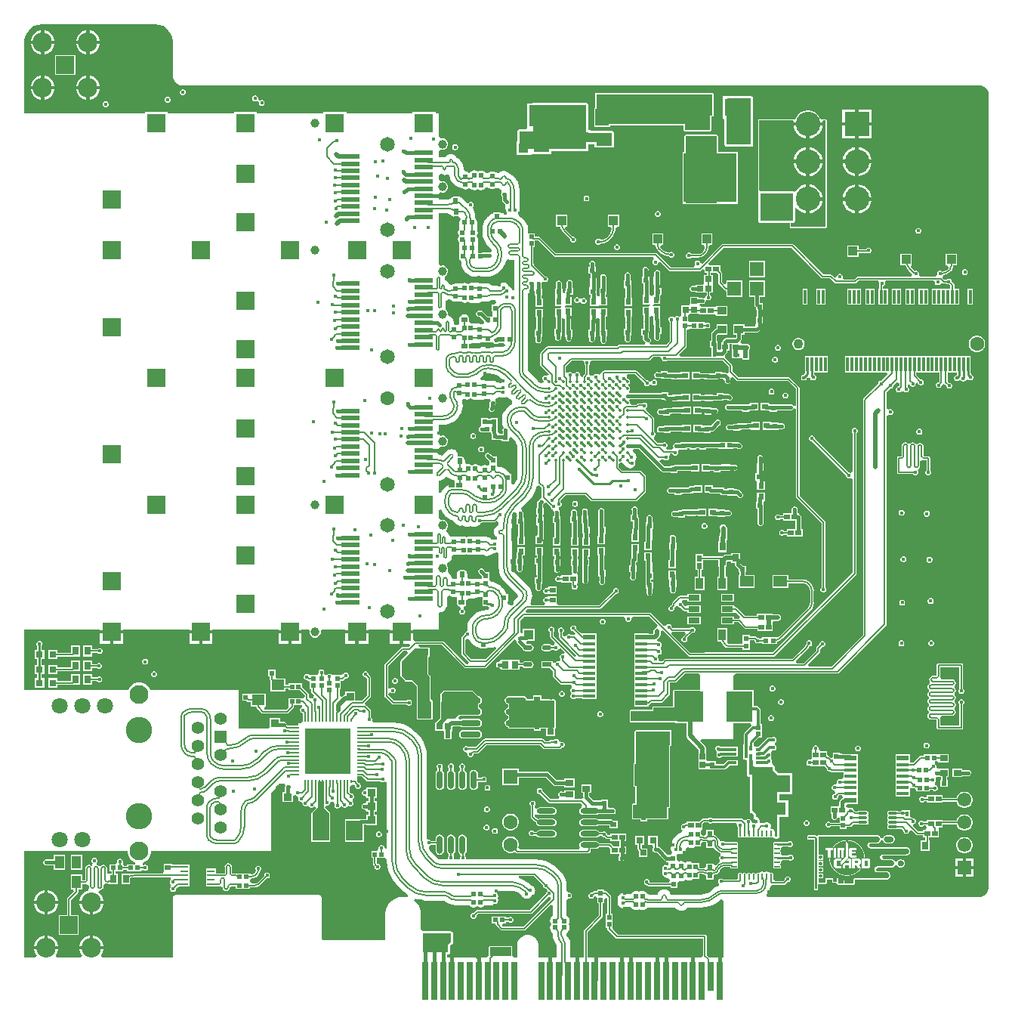
<source format=gbr>
G04*
G04 #@! TF.GenerationSoftware,Altium Limited,Altium Designer,24.2.2 (26)*
G04*
G04 Layer_Physical_Order=1*
G04 Layer_Color=255*
%FSLAX25Y25*%
%MOIN*%
G70*
G04*
G04 #@! TF.SameCoordinates,383E0004-DF84-4F77-A050-2B2E5B934949*
G04*
G04*
G04 #@! TF.FilePolarity,Positive*
G04*
G01*
G75*
%ADD14C,0.01000*%
%ADD15C,0.00500*%
%ADD16C,0.00600*%
%ADD20R,0.07874X0.01968*%
%ADD21R,0.02362X0.02559*%
%ADD22R,0.02288X0.02016*%
%ADD23R,0.02559X0.02362*%
%ADD24R,0.02362X0.02165*%
%ADD25R,0.02165X0.02362*%
%ADD26R,0.02165X0.01968*%
%ADD27R,0.02016X0.02288*%
%ADD28R,0.02800X0.16500*%
%ADD29O,0.02756X0.07874*%
%ADD30R,0.05906X0.04724*%
%ADD31R,0.02423X0.02254*%
%ADD32R,0.03347X0.01063*%
%ADD33R,0.01181X0.06102*%
%ADD34R,0.04724X0.10827*%
%ADD35O,0.00787X0.01968*%
%ADD36O,0.01968X0.00787*%
%ADD37R,0.20472X0.20472*%
%ADD38R,0.03563X0.03568*%
%ADD39R,0.01968X0.02165*%
%ADD40R,0.05512X0.04724*%
%ADD41R,0.02047X0.02047*%
%ADD42R,0.02047X0.02047*%
%ADD43R,0.03568X0.03563*%
%ADD44R,0.07301X0.09000*%
%ADD45O,0.09055X0.02756*%
%ADD46R,0.09488X0.12205*%
%ADD47R,0.04134X0.08661*%
%ADD48R,0.03937X0.04134*%
%ADD49C,0.01400*%
%ADD50R,0.07835X0.09173*%
G04:AMPARAMS|DCode=51|XSize=11.81mil|YSize=39.37mil|CornerRadius=1.95mil|HoleSize=0mil|Usage=FLASHONLY|Rotation=90.000|XOffset=0mil|YOffset=0mil|HoleType=Round|Shape=RoundedRectangle|*
%AMROUNDEDRECTD51*
21,1,0.01181,0.03547,0,0,90.0*
21,1,0.00791,0.03937,0,0,90.0*
1,1,0.00390,0.01774,0.00396*
1,1,0.00390,0.01774,-0.00396*
1,1,0.00390,-0.01774,-0.00396*
1,1,0.00390,-0.01774,0.00396*
%
%ADD51ROUNDEDRECTD51*%
%ADD52R,0.02953X0.03543*%
%ADD53R,0.01575X0.01968*%
%ADD54R,0.09800X0.03700*%
%ADD55R,0.23300X0.21700*%
%ADD56R,0.03150X0.03150*%
%ADD57R,0.02165X0.02165*%
%ADD58R,0.04088X0.02095*%
G04:AMPARAMS|DCode=59|XSize=40.88mil|YSize=20.95mil|CornerRadius=10.48mil|HoleSize=0mil|Usage=FLASHONLY|Rotation=180.000|XOffset=0mil|YOffset=0mil|HoleType=Round|Shape=RoundedRectangle|*
%AMROUNDEDRECTD59*
21,1,0.04088,0.00000,0,0,180.0*
21,1,0.01993,0.02095,0,0,180.0*
1,1,0.02095,-0.00996,0.00000*
1,1,0.02095,0.00996,0.00000*
1,1,0.02095,0.00996,0.00000*
1,1,0.02095,-0.00996,0.00000*
%
%ADD59ROUNDEDRECTD59*%
%ADD60R,0.05315X0.01575*%
%ADD61R,0.05315X0.02362*%
%ADD62R,0.03347X0.02559*%
%ADD63R,0.02362X0.02657*%
%ADD64R,0.01772X0.02657*%
%ADD65R,0.02657X0.02362*%
%ADD66R,0.02657X0.01772*%
%ADD67R,0.02756X0.02559*%
%ADD68R,0.05906X0.06299*%
%ADD69R,0.04134X0.03937*%
%ADD70R,0.08661X0.04134*%
G04:AMPARAMS|DCode=71|XSize=9.45mil|YSize=23.62mil|CornerRadius=1.98mil|HoleSize=0mil|Usage=FLASHONLY|Rotation=0.000|XOffset=0mil|YOffset=0mil|HoleType=Round|Shape=RoundedRectangle|*
%AMROUNDEDRECTD71*
21,1,0.00945,0.01965,0,0,0.0*
21,1,0.00548,0.02362,0,0,0.0*
1,1,0.00397,0.00274,-0.00983*
1,1,0.00397,-0.00274,-0.00983*
1,1,0.00397,-0.00274,0.00983*
1,1,0.00397,0.00274,0.00983*
%
%ADD71ROUNDEDRECTD71*%
G04:AMPARAMS|DCode=72|XSize=23.62mil|YSize=9.45mil|CornerRadius=1.98mil|HoleSize=0mil|Usage=FLASHONLY|Rotation=0.000|XOffset=0mil|YOffset=0mil|HoleType=Round|Shape=RoundedRectangle|*
%AMROUNDEDRECTD72*
21,1,0.02362,0.00548,0,0,0.0*
21,1,0.01965,0.00945,0,0,0.0*
1,1,0.00397,0.00983,-0.00274*
1,1,0.00397,-0.00983,-0.00274*
1,1,0.00397,-0.00983,0.00274*
1,1,0.00397,0.00983,0.00274*
%
%ADD72ROUNDEDRECTD72*%
%ADD73R,0.02254X0.02423*%
%ADD74R,0.03150X0.03740*%
%ADD75O,0.08071X0.02362*%
%ADD76R,0.06299X0.04921*%
%ADD77R,0.04349X0.06717*%
%ADD78R,0.02816X0.02648*%
%ADD79R,0.02756X0.02756*%
%ADD80R,0.05315X0.04331*%
%ADD81R,0.06717X0.04546*%
%ADD82R,0.12992X0.09449*%
%ADD83R,0.05709X0.07480*%
%ADD84R,0.05906X0.07284*%
%ADD85R,0.03937X0.02835*%
%ADD86R,0.04331X0.04134*%
%ADD87R,0.05512X0.05512*%
%ADD88R,0.03937X0.05512*%
%ADD89R,0.02165X0.02165*%
%ADD90R,0.11811X0.13780*%
%ADD91R,0.02559X0.02756*%
%ADD92R,0.04921X0.02559*%
%ADD93R,0.03347X0.04921*%
%ADD94R,0.02911X0.02648*%
%ADD95R,0.02756X0.02756*%
%ADD96R,0.02648X0.02911*%
%ADD97R,0.07284X0.05906*%
%ADD98R,0.04331X0.05315*%
%ADD99R,0.05924X0.07505*%
%ADD100R,0.04546X0.06717*%
%ADD101R,0.02648X0.02631*%
%ADD102R,0.01378X0.02362*%
%ADD103R,0.01378X0.05512*%
%ADD104R,0.02362X0.01378*%
%ADD105R,0.03937X0.03543*%
%ADD106R,0.02756X0.03740*%
%ADD107R,0.02123X0.01860*%
%ADD108R,0.02985X0.03197*%
%ADD109R,0.03543X0.02756*%
%ADD110R,0.02953X0.03347*%
%ADD111R,0.02756X0.03543*%
%ADD112R,0.02800X0.12600*%
G04:AMPARAMS|DCode=143|XSize=122.05mil|YSize=122.05mil|CornerRadius=1.83mil|HoleSize=0mil|Usage=FLASHONLY|Rotation=0.000|XOffset=0mil|YOffset=0mil|HoleType=Round|Shape=RoundedRectangle|*
%AMROUNDEDRECTD143*
21,1,0.12205,0.11839,0,0,0.0*
21,1,0.11839,0.12205,0,0,0.0*
1,1,0.00366,0.05919,-0.05919*
1,1,0.00366,-0.05919,-0.05919*
1,1,0.00366,-0.05919,0.05919*
1,1,0.00366,0.05919,0.05919*
%
%ADD143ROUNDEDRECTD143*%
%ADD174C,0.04331*%
%ADD175C,0.06299*%
%ADD177R,0.10827X0.10827*%
%ADD178C,0.10827*%
%ADD183C,0.02000*%
%ADD184C,0.00500*%
%ADD185C,0.01500*%
%ADD186C,0.00727*%
%ADD187C,0.00538*%
%ADD188C,0.00538*%
%ADD189R,0.06299X0.09449*%
%ADD190C,0.00550*%
%ADD191C,0.01800*%
%ADD192C,0.04000*%
%ADD193C,0.00800*%
%ADD194C,0.01200*%
%ADD195C,0.04921*%
%ADD196C,0.08661*%
%ADD197R,0.07874X0.07874*%
%ADD198C,0.11614*%
%ADD199C,0.07087*%
%ADD200C,0.08268*%
%ADD201C,0.05512*%
%ADD202R,0.08268X0.08268*%
%ADD203C,0.03937*%
%ADD204C,0.06496*%
%ADD205C,0.25591*%
%ADD206C,0.25000*%
%ADD207R,0.06102X0.06102*%
%ADD208C,0.06102*%
%ADD209R,0.06299X0.06299*%
%ADD210C,0.01600*%
%ADD211C,0.02598*%
G36*
X30458Y20669D02*
X30471Y20671D01*
X30483Y20669D01*
X31293Y20685D01*
X32894Y20367D01*
X34413Y19738D01*
X35781Y18824D01*
X36944Y17661D01*
X37857Y16294D01*
X38487Y14774D01*
X38807Y13161D01*
Y12341D01*
X38788Y-1632D01*
X38772Y-1931D01*
X38785Y-2021D01*
X38776Y-2111D01*
X38837Y-2772D01*
X38871Y-2887D01*
X38883Y-3007D01*
X39072Y-3643D01*
X39128Y-3749D01*
X39162Y-3865D01*
X39472Y-4451D01*
X39548Y-4545D01*
X39604Y-4651D01*
X40022Y-5166D01*
X40115Y-5243D01*
X40191Y-5337D01*
X40701Y-5760D01*
X40807Y-5818D01*
X40900Y-5894D01*
X41483Y-6210D01*
X41598Y-6246D01*
X41704Y-6303D01*
X42338Y-6499D01*
X42428Y-6508D01*
X42513Y-6539D01*
X42841Y-6590D01*
X42935Y-6586D01*
X43027Y-6604D01*
X395332Y-6604D01*
X395343Y-6602D01*
X395354Y-6604D01*
X395685Y-6598D01*
X396337Y-6715D01*
X396953Y-6957D01*
X397510Y-7315D01*
X397987Y-7774D01*
X398365Y-8318D01*
X398629Y-8925D01*
X398771Y-9572D01*
X398777Y-9891D01*
X398777Y-360509D01*
X398777Y-360881D01*
X398631Y-361611D01*
X398347Y-362298D01*
X397933Y-362917D01*
X397407Y-363443D01*
X396789Y-363856D01*
X396102Y-364141D01*
X395372Y-364286D01*
X395000Y-364286D01*
X301175D01*
X300818Y-363286D01*
X300974Y-363157D01*
X301751Y-362212D01*
X302327Y-361133D01*
X302683Y-359962D01*
X303351Y-359143D01*
X308474D01*
X308811Y-359076D01*
X309096Y-358885D01*
X310092Y-357889D01*
X310405D01*
X310883Y-357691D01*
X311249Y-357326D01*
X311447Y-356848D01*
Y-356331D01*
X311249Y-355853D01*
X310883Y-355487D01*
X310405Y-355289D01*
X309888D01*
X309411Y-355487D01*
X309045Y-355853D01*
X308847Y-356331D01*
Y-356644D01*
X308109Y-357382D01*
X304607D01*
X304440Y-357233D01*
X303923Y-356449D01*
Y-354484D01*
X303869Y-354211D01*
X303715Y-353980D01*
X303484Y-353826D01*
X303211Y-353772D01*
X302663D01*
X302550Y-353794D01*
X301854Y-353329D01*
X300969Y-353153D01*
X300083Y-353329D01*
X299984Y-353395D01*
X299886Y-353329D01*
X299000Y-353153D01*
X298115Y-353329D01*
X297419Y-353794D01*
X297306Y-353772D01*
X296758D01*
X296485Y-353826D01*
X296254Y-353980D01*
X295841D01*
X295610Y-353826D01*
X295337Y-353772D01*
X294789D01*
X294517Y-353826D01*
X294286Y-353980D01*
X293872D01*
X293641Y-353826D01*
X293369Y-353772D01*
X292821D01*
X292548Y-353826D01*
X292317Y-353980D01*
X291904D01*
X291673Y-353826D01*
X291400Y-353772D01*
X290852D01*
X290580Y-353826D01*
X290349Y-353980D01*
X289935D01*
X289704Y-353826D01*
X289432Y-353772D01*
X288884D01*
X288611Y-353826D01*
X288380Y-353980D01*
X288226Y-354211D01*
X288172Y-354484D01*
Y-356449D01*
X287207Y-356724D01*
X281651D01*
X281429Y-356502D01*
X280951Y-356304D01*
X280434D01*
X279956Y-356502D01*
X279591Y-356868D01*
X279393Y-357346D01*
Y-357863D01*
X279591Y-358341D01*
X279809Y-358559D01*
X279770Y-359257D01*
X279636Y-359656D01*
X278860Y-359892D01*
X277619Y-360555D01*
X276598Y-361392D01*
X276520Y-361444D01*
X275784Y-362082D01*
X275538Y-362284D01*
X274397Y-362895D01*
X273158Y-363270D01*
X271958Y-363388D01*
X271870Y-363371D01*
X258630D01*
X258622Y-363309D01*
X258316Y-362570D01*
X257829Y-361935D01*
X257194Y-361449D01*
X256455Y-361142D01*
X255933Y-361074D01*
X255662Y-361020D01*
X255391Y-361074D01*
X254869Y-361142D01*
X254130Y-361449D01*
X253495Y-361935D01*
X253009Y-362570D01*
X252702Y-363309D01*
X252694Y-363371D01*
X248972D01*
X248908Y-363328D01*
X248828Y-363312D01*
X248713Y-363265D01*
X248686Y-363261D01*
X248648Y-363245D01*
X248492Y-363011D01*
X247980Y-362499D01*
X247702Y-362313D01*
X247422Y-362098D01*
X247312Y-362053D01*
X247229Y-361997D01*
X247131Y-361978D01*
X246790Y-361837D01*
X246112Y-361747D01*
Y-361725D01*
X245227Y-361901D01*
X245187Y-361928D01*
X244673Y-362271D01*
X244159Y-361928D01*
X244119Y-361901D01*
X243234Y-361725D01*
Y-361747D01*
X242556Y-361837D01*
X242215Y-361978D01*
X242117Y-361997D01*
X242034Y-362053D01*
X241925Y-362098D01*
X241645Y-362313D01*
X241367Y-362499D01*
X240855Y-363010D01*
X240760Y-363152D01*
X239126D01*
X238981Y-363040D01*
X238260Y-362742D01*
X237487Y-362640D01*
Y-362621D01*
X236601Y-362797D01*
X236562Y-362823D01*
X235851Y-363299D01*
X235349Y-364049D01*
X235173Y-364934D01*
X235349Y-365820D01*
X235459Y-365984D01*
X235349Y-366149D01*
X235173Y-367034D01*
X235349Y-367920D01*
X235851Y-368670D01*
X236562Y-369146D01*
X236601Y-369172D01*
X237487Y-369348D01*
Y-369329D01*
X238260Y-369227D01*
X238981Y-368929D01*
X239126Y-368817D01*
X240760D01*
X240855Y-368958D01*
X241367Y-369470D01*
X241645Y-369656D01*
X241925Y-369870D01*
X242034Y-369916D01*
X242117Y-369971D01*
X242215Y-369991D01*
X242556Y-370132D01*
X243234Y-370221D01*
Y-370243D01*
X244119Y-370067D01*
X244159Y-370041D01*
X244673Y-369697D01*
X245187Y-370041D01*
X245227Y-370067D01*
X246112Y-370243D01*
Y-370221D01*
X246790Y-370132D01*
X247131Y-369991D01*
X247229Y-369971D01*
X247312Y-369916D01*
X247422Y-369870D01*
X247702Y-369656D01*
X247980Y-369470D01*
X248414Y-369036D01*
X260669D01*
X261147Y-369658D01*
X261781Y-370145D01*
X262520Y-370451D01*
X263042Y-370519D01*
X263313Y-370573D01*
X263585Y-370519D01*
X264106Y-370451D01*
X264845Y-370145D01*
X265480Y-369658D01*
X265957Y-369036D01*
X271884D01*
X271941Y-369024D01*
X273793Y-368879D01*
X275654Y-368432D01*
X277423Y-367699D01*
X279055Y-366699D01*
X279778Y-366081D01*
X280505Y-365467D01*
X280515Y-365460D01*
X281111Y-365426D01*
X281938Y-366206D01*
Y-391102D01*
X275594D01*
X274553Y-390060D01*
Y-381890D01*
X274486Y-381553D01*
X274295Y-381267D01*
X274009Y-381076D01*
X273672Y-381009D01*
X235145D01*
X233068Y-378932D01*
X232942Y-377984D01*
X232942D01*
Y-375031D01*
Y-371866D01*
X232339D01*
Y-364438D01*
X232272Y-364101D01*
X232081Y-363815D01*
X232081Y-363815D01*
X230375Y-362109D01*
X230089Y-361918D01*
X229752Y-361851D01*
X229111D01*
Y-361149D01*
X226143D01*
Y-361851D01*
X224966D01*
X224629Y-361918D01*
X224344Y-362109D01*
X223866Y-362587D01*
X223843Y-362578D01*
X223325D01*
X222848Y-362775D01*
X222482Y-363141D01*
X222284Y-363619D01*
Y-364136D01*
X222482Y-364614D01*
X222848Y-364980D01*
X223325Y-365177D01*
X223843D01*
X224320Y-364980D01*
X224686Y-364614D01*
X224884Y-364136D01*
X225143Y-364097D01*
X226143Y-364896D01*
Y-367267D01*
X226709D01*
Y-372552D01*
X220398Y-378863D01*
X220199Y-379160D01*
X220129Y-379512D01*
Y-391102D01*
X214249D01*
Y-385132D01*
X214237Y-385073D01*
X214085Y-383919D01*
X213617Y-382788D01*
X212908Y-381864D01*
X212874Y-381814D01*
X212870Y-381810D01*
X212845Y-381793D01*
X212660Y-381516D01*
X212594Y-381189D01*
X212600Y-381158D01*
Y-380470D01*
X213197Y-379717D01*
X213197Y-379717D01*
X213747Y-378895D01*
X213940Y-377924D01*
X213935D01*
X213760Y-377046D01*
X213361Y-376448D01*
X213760Y-375849D01*
X213935Y-374971D01*
X213940D01*
X213747Y-374001D01*
X213197Y-373178D01*
X213197Y-373178D01*
X212642Y-372408D01*
Y-365799D01*
X213459Y-365055D01*
X213977D01*
X214455Y-364857D01*
X214820Y-364491D01*
X215018Y-364014D01*
Y-363496D01*
X214820Y-363019D01*
X214455Y-362653D01*
X213977Y-362455D01*
X213459D01*
X212642Y-361711D01*
Y-359460D01*
X212636Y-359431D01*
X212475Y-357793D01*
X211989Y-356191D01*
X211199Y-354714D01*
X210156Y-353442D01*
X210139Y-353417D01*
X208597Y-351875D01*
X208585Y-351867D01*
X206955Y-350475D01*
X205115Y-349347D01*
X203121Y-348521D01*
X201022Y-348018D01*
X198885Y-347849D01*
X198871Y-347847D01*
X168417D01*
X168127Y-347413D01*
Y-346896D01*
X167929Y-346418D01*
X167863Y-346352D01*
X167945Y-345233D01*
X167969Y-345217D01*
X168384Y-344596D01*
X168530Y-343863D01*
Y-338745D01*
X168384Y-338012D01*
X167969Y-337391D01*
X167348Y-336976D01*
X166615Y-336830D01*
X165882Y-336976D01*
X165261Y-337391D01*
X164846Y-338012D01*
X164700Y-338745D01*
Y-343863D01*
X164846Y-344596D01*
X165261Y-345217D01*
X165562Y-345418D01*
X165725Y-346418D01*
X165527Y-346896D01*
Y-347413D01*
X165238Y-347847D01*
X163202D01*
X162948Y-347466D01*
Y-346949D01*
X162750Y-346472D01*
X162698Y-346420D01*
X162770Y-345350D01*
X162969Y-345217D01*
X163384Y-344596D01*
X163530Y-343863D01*
Y-338745D01*
X163384Y-338012D01*
X162969Y-337391D01*
X162348Y-336976D01*
X161615Y-336830D01*
X160882Y-336976D01*
X160261Y-337391D01*
X159846Y-338012D01*
X159700Y-338745D01*
Y-343863D01*
X159846Y-344596D01*
X160261Y-345217D01*
X160485Y-345367D01*
X160561Y-346456D01*
X160546Y-346472D01*
X160348Y-346949D01*
Y-347466D01*
X160094Y-347847D01*
X157079D01*
X156986Y-347865D01*
X156224Y-347713D01*
X155579Y-347282D01*
X155526Y-347203D01*
X153182Y-344859D01*
X153093Y-344800D01*
X152198Y-343709D01*
X151725Y-342825D01*
X151806Y-342498D01*
X152173Y-341742D01*
X152451Y-341627D01*
X152673Y-341406D01*
X154700D01*
Y-343863D01*
X154846Y-344596D01*
X155261Y-345217D01*
X155882Y-345632D01*
X156615Y-345778D01*
X157348Y-345632D01*
X157969Y-345217D01*
X158384Y-344596D01*
X158530Y-343863D01*
Y-338745D01*
X158384Y-338012D01*
X157969Y-337391D01*
X157348Y-336976D01*
X156615Y-336830D01*
X155882Y-336976D01*
X155261Y-337391D01*
X154846Y-338012D01*
X154700Y-338745D01*
Y-339645D01*
X152673D01*
X152451Y-339423D01*
X151973Y-339225D01*
X151456Y-339225D01*
X150925Y-338362D01*
Y-302006D01*
X150919Y-301974D01*
X150760Y-299961D01*
X150282Y-297967D01*
X149497Y-296072D01*
X148425Y-294323D01*
X147114Y-292787D01*
X147096Y-292761D01*
X145955Y-291620D01*
X145943Y-291612D01*
X144313Y-290219D01*
X142472Y-289092D01*
X140479Y-288266D01*
X138380Y-287762D01*
X136242Y-287594D01*
X136229Y-287591D01*
X135781D01*
X135776Y-287592D01*
X135089D01*
X134982Y-287586D01*
X134873Y-287602D01*
X134764Y-287581D01*
X127285D01*
X127232Y-287541D01*
X126715Y-286609D01*
X126721Y-286527D01*
X126721Y-286462D01*
Y-286010D01*
X126523Y-285532D01*
X126302Y-285311D01*
Y-282454D01*
X126235Y-282117D01*
X126044Y-281831D01*
X124192Y-279980D01*
X123972Y-279832D01*
X123893Y-279739D01*
X123634Y-278820D01*
X123639Y-278751D01*
X125998Y-276392D01*
X126175Y-276127D01*
X126237Y-275815D01*
X126237Y-275815D01*
Y-267743D01*
X126175Y-267430D01*
X125998Y-267166D01*
X125998Y-267166D01*
X125101Y-266268D01*
Y-265863D01*
X124903Y-265385D01*
X124537Y-265020D01*
X124059Y-264822D01*
X123542D01*
X123064Y-265020D01*
X122698Y-265385D01*
X122501Y-265863D01*
Y-266380D01*
X122698Y-266858D01*
X123064Y-267224D01*
X123542Y-267422D01*
X123947D01*
X124606Y-268080D01*
Y-275477D01*
X122180Y-277902D01*
X119327D01*
Y-273659D01*
X114759D01*
Y-275223D01*
X114325Y-275310D01*
X113829Y-275641D01*
X113395Y-276076D01*
X112395Y-275662D01*
Y-272707D01*
X112998D01*
Y-269052D01*
X113668D01*
X114005Y-268985D01*
X114290Y-268794D01*
X115078Y-268006D01*
X115392D01*
X115870Y-267808D01*
X116235Y-267442D01*
X116433Y-266965D01*
Y-266447D01*
X116235Y-265969D01*
X115870Y-265604D01*
X115392Y-265406D01*
X114875D01*
X114397Y-265604D01*
X114031Y-265969D01*
X113908Y-266267D01*
X112998Y-266589D01*
X112998Y-266589D01*
X112998Y-266589D01*
X110030D01*
X110030Y-266589D01*
X109066Y-266501D01*
X108712Y-266146D01*
X108234Y-265948D01*
X107717D01*
X107239Y-266146D01*
X106873Y-266512D01*
X106865Y-266532D01*
X105888Y-266589D01*
X105655Y-265598D01*
Y-265081D01*
X105457Y-264603D01*
X105092Y-264237D01*
X104614Y-264039D01*
X104097D01*
X103619Y-264237D01*
X103253Y-264603D01*
X103055Y-265081D01*
Y-265598D01*
X102919Y-266589D01*
X102290Y-266589D01*
Y-266589D01*
X99322D01*
Y-266589D01*
X98714Y-266257D01*
X98236Y-266059D01*
X97719D01*
X97241Y-266257D01*
X96875Y-266623D01*
X96677Y-267101D01*
Y-267618D01*
X96875Y-268096D01*
X97241Y-268461D01*
X97719Y-268659D01*
X98032D01*
X98167Y-268794D01*
X98453Y-268985D01*
X98790Y-269052D01*
X99322Y-269808D01*
Y-272707D01*
X99925D01*
Y-273784D01*
X99992Y-274120D01*
X100183Y-274406D01*
X101088Y-275311D01*
X101089Y-275316D01*
X100795Y-276433D01*
X100790Y-276435D01*
X100424Y-276801D01*
X99496Y-276814D01*
X98858Y-276289D01*
Y-275229D01*
X98791Y-274892D01*
X98600Y-274607D01*
X98600Y-274606D01*
X95899Y-271905D01*
Y-270182D01*
X89780D01*
Y-270786D01*
X88469D01*
Y-268016D01*
X84361D01*
X84025Y-267155D01*
X84025D01*
Y-264108D01*
X80978D01*
Y-267155D01*
X81621D01*
Y-268561D01*
X81688Y-268897D01*
X81879Y-269183D01*
X81957Y-269262D01*
Y-273741D01*
X88469D01*
Y-272547D01*
X89780D01*
Y-273150D01*
X94653D01*
X97097Y-275594D01*
Y-275922D01*
X96166Y-276787D01*
X95899Y-276759D01*
X95898Y-276759D01*
X89780D01*
Y-279727D01*
X89780D01*
X89810Y-280727D01*
X88761Y-281776D01*
X79440D01*
X79183Y-281434D01*
X79683Y-280434D01*
X79808D01*
Y-274709D01*
X73352D01*
X73296Y-274709D01*
X73296Y-274709D01*
X72426Y-274888D01*
Y-274888D01*
X69379D01*
Y-277935D01*
X71181D01*
X71440Y-278194D01*
X71725Y-278385D01*
X72062Y-278452D01*
X73296D01*
Y-280434D01*
X75671D01*
Y-280602D01*
X75738Y-280939D01*
X75929Y-281225D01*
X77984Y-283279D01*
X77984Y-283279D01*
X78270Y-283470D01*
X78607Y-283537D01*
X78607Y-283537D01*
X89126D01*
X89463Y-283470D01*
X89748Y-283279D01*
X91986Y-281042D01*
X92177Y-280756D01*
X92243Y-280419D01*
Y-279727D01*
X95706D01*
X95872Y-280658D01*
X95394Y-280856D01*
X95029Y-281222D01*
X94831Y-281700D01*
Y-282217D01*
X95029Y-282695D01*
X95394Y-283060D01*
X95872Y-283258D01*
X95950D01*
X96192Y-283500D01*
Y-285816D01*
X96161Y-285971D01*
Y-287152D01*
X95300Y-287658D01*
X94348Y-287689D01*
X94154Y-287689D01*
X94316Y-287690D01*
Y-288898D01*
X93233D01*
X93078Y-288929D01*
X89505D01*
X89016Y-288440D01*
Y-288300D01*
X88819Y-287823D01*
X88453Y-287457D01*
X87975Y-287259D01*
X87458D01*
X87442Y-287265D01*
X86124D01*
Y-285348D01*
X81561D01*
Y-289916D01*
X80577Y-289955D01*
X67794D01*
Y-273262D01*
X28817D01*
X28760Y-273052D01*
X28084Y-271882D01*
X27129Y-270926D01*
X25958Y-270250D01*
X24652Y-269900D01*
X23301D01*
X21995Y-270250D01*
X20824Y-270926D01*
X19868Y-271882D01*
X19192Y-273052D01*
X19136Y-273262D01*
X-26820D01*
Y-246504D01*
X6677D01*
Y-246770D01*
X11811D01*
X16945D01*
Y-246504D01*
X46047D01*
Y-246770D01*
X51181D01*
X56315D01*
Y-246504D01*
X85417D01*
Y-246770D01*
X90551D01*
X95685D01*
Y-246504D01*
X98756D01*
X99106Y-247029D01*
Y-248011D01*
X99482Y-248918D01*
X100177Y-249612D01*
X101084Y-249988D01*
X102066D01*
X102973Y-249612D01*
X103667Y-248918D01*
X104043Y-248011D01*
Y-247029D01*
X104394Y-246504D01*
X114945D01*
Y-246770D01*
X120079D01*
X125213D01*
Y-246504D01*
X134630D01*
Y-246770D01*
X139764D01*
X144898D01*
Y-246504D01*
X156261D01*
Y-239121D01*
X156719Y-238719D01*
X157502Y-238616D01*
X158232Y-238314D01*
X158859Y-237833D01*
X159340Y-237206D01*
X159642Y-236476D01*
X159710Y-235963D01*
X159763Y-235693D01*
Y-232119D01*
X160122Y-231853D01*
X160953Y-231445D01*
X160986D01*
X161016Y-231454D01*
X161658Y-231883D01*
X162536Y-232058D01*
X164100D01*
Y-234020D01*
X164042Y-234313D01*
X164216Y-235191D01*
X164556Y-235700D01*
Y-235994D01*
X164802D01*
X165458Y-236432D01*
X165594Y-236459D01*
X165740Y-237172D01*
X165746Y-237509D01*
X165433Y-237822D01*
X165235Y-238300D01*
Y-238817D01*
X165433Y-239295D01*
X165799Y-239661D01*
X166277Y-239859D01*
X166794D01*
X167272Y-239661D01*
X167638Y-239295D01*
X167835Y-238817D01*
Y-238300D01*
X167638Y-237822D01*
X167272Y-237457D01*
X167245Y-237446D01*
X167224Y-236769D01*
X167290Y-236382D01*
X167870Y-235994D01*
X168115D01*
Y-235729D01*
X168514Y-235133D01*
X168688Y-234255D01*
Y-233185D01*
X169390Y-232609D01*
X172015D01*
X172198Y-232572D01*
X172974Y-232470D01*
X173646Y-232192D01*
X175387D01*
Y-236004D01*
X177454D01*
X177552Y-236023D01*
X177920D01*
X178438Y-236664D01*
X178439Y-236913D01*
X178188Y-237732D01*
X177821Y-237840D01*
X177273D01*
X177233Y-237848D01*
X175630Y-238006D01*
X174042Y-238487D01*
X172579Y-239269D01*
X171322Y-240301D01*
X171294Y-240320D01*
X171294Y-240320D01*
X171294Y-240320D01*
X170578Y-241035D01*
X170578Y-241035D01*
X170578Y-241036D01*
X170494Y-241161D01*
X169833Y-241966D01*
X169272Y-243016D01*
X168927Y-244155D01*
X168825Y-245192D01*
X168795Y-245340D01*
X168795D01*
X168795Y-245340D01*
Y-247082D01*
X168629D01*
X168151Y-247280D01*
X167786Y-247646D01*
X167588Y-248124D01*
Y-248529D01*
X166496Y-249621D01*
X166319Y-249886D01*
X166257Y-250198D01*
X166257Y-250198D01*
Y-257175D01*
X166257Y-257175D01*
X166319Y-257487D01*
X166496Y-257752D01*
X169545Y-260802D01*
X169339Y-261558D01*
X169239Y-261699D01*
X168230Y-261751D01*
X158354Y-251874D01*
X158089Y-251697D01*
X157777Y-251635D01*
X157777Y-251635D01*
X145870D01*
X145870Y-251635D01*
X145071Y-251135D01*
X144898Y-250936D01*
Y-248270D01*
X140514D01*
Y-252654D01*
X143045D01*
X143436Y-253559D01*
X142910Y-254204D01*
X140195D01*
X140195Y-254204D01*
X139883Y-254266D01*
X139618Y-254443D01*
X132529Y-261532D01*
X132352Y-261797D01*
X132290Y-262109D01*
X132290Y-262109D01*
Y-275703D01*
X132290Y-275703D01*
X132352Y-276015D01*
X132529Y-276280D01*
X135501Y-279252D01*
X135501Y-279252D01*
X135766Y-279429D01*
X136078Y-279491D01*
X136078Y-279491D01*
X142017D01*
X142303Y-279778D01*
X142781Y-279976D01*
X143298D01*
X143776Y-279778D01*
X144141Y-279412D01*
X144339Y-278934D01*
Y-278417D01*
X144141Y-277939D01*
X143776Y-277573D01*
X143298Y-277376D01*
X142781D01*
X142303Y-277573D01*
X142017Y-277860D01*
X136416D01*
X133948Y-275392D01*
X134032Y-274427D01*
X134924Y-274163D01*
X135156Y-274396D01*
X135634Y-274594D01*
X136151D01*
X136629Y-274396D01*
X136995Y-274030D01*
X137193Y-273553D01*
Y-273035D01*
X136995Y-272558D01*
X136629Y-272192D01*
X136151Y-271994D01*
X135634D01*
X135156Y-272192D01*
X134921Y-272427D01*
X134305Y-272313D01*
X133921Y-272120D01*
Y-262447D01*
X140533Y-255835D01*
X142232D01*
X142646Y-256835D01*
X139447Y-260035D01*
X139288Y-260418D01*
X139288Y-260418D01*
Y-266822D01*
X139447Y-267204D01*
X139447Y-267204D01*
X141296Y-269053D01*
X141296Y-269288D01*
X141796Y-269329D01*
X141796Y-269329D01*
X142279Y-269329D01*
X144327D01*
X146408Y-271409D01*
Y-281534D01*
X146437Y-281605D01*
X146428Y-281682D01*
X146449Y-281708D01*
Y-286189D01*
X153354D01*
Y-277905D01*
X153354D01*
X152608Y-277079D01*
Y-267660D01*
X152608Y-267177D01*
X152608Y-267177D01*
X152567Y-266677D01*
X152341D01*
X151631Y-265967D01*
Y-258869D01*
X152185Y-258001D01*
X152226Y-257501D01*
X152226Y-257501D01*
X152226Y-257018D01*
Y-254853D01*
X152185Y-254754D01*
Y-254353D01*
X151785D01*
X151685Y-254312D01*
X147730D01*
X147195Y-253312D01*
X147226Y-253266D01*
X157439D01*
X167367Y-263194D01*
X167367Y-263194D01*
X167631Y-263371D01*
X167944Y-263433D01*
X167944Y-263433D01*
X176521D01*
X176521Y-263433D01*
X176833Y-263371D01*
X177098Y-263194D01*
X189441Y-250851D01*
X189673Y-250850D01*
X190548Y-251288D01*
X190485Y-251606D01*
X190582Y-252094D01*
X190858Y-252507D01*
X193028Y-254677D01*
X193092Y-255000D01*
X193434Y-255512D01*
X193946Y-255854D01*
X194550Y-255974D01*
X196543D01*
X197146Y-255854D01*
X197658Y-255512D01*
X198000Y-255000D01*
X198120Y-254396D01*
X198000Y-253792D01*
X197658Y-253280D01*
X197146Y-252939D01*
X196543Y-252818D01*
X195113D01*
X194762Y-252363D01*
X195273Y-251386D01*
X198677D01*
Y-246252D01*
X193346D01*
Y-248043D01*
X193319Y-248065D01*
X193005Y-248159D01*
X192901Y-248127D01*
X192076Y-247392D01*
Y-242373D01*
X193840Y-240609D01*
X237787D01*
X238503Y-241480D01*
Y-241997D01*
X238701Y-242475D01*
X239067Y-242841D01*
X239544Y-243039D01*
X240061D01*
X240539Y-242841D01*
X240905Y-242475D01*
X241103Y-241997D01*
Y-241480D01*
X241819Y-240609D01*
X248836D01*
X252790Y-244563D01*
X252654Y-245070D01*
X252375Y-245562D01*
X251945Y-245648D01*
X251449Y-245979D01*
X251118Y-246476D01*
X251001Y-247061D01*
Y-248073D01*
X250726Y-248348D01*
X248731D01*
Y-248197D01*
X242416D01*
Y-251559D01*
Y-254118D01*
Y-256677D01*
Y-259236D01*
Y-261795D01*
Y-264354D01*
Y-266913D01*
Y-269472D01*
Y-272031D01*
Y-274590D01*
Y-277149D01*
Y-280496D01*
X248731D01*
Y-279694D01*
X249060Y-279628D01*
X249346Y-279437D01*
X250157Y-278626D01*
X254446D01*
X254783Y-278559D01*
X255069Y-278368D01*
X257953Y-275484D01*
X258144Y-275199D01*
X258211Y-274862D01*
Y-269831D01*
X260625D01*
X260962Y-269764D01*
X261247Y-269573D01*
X264969Y-265851D01*
X270723D01*
X270723Y-265851D01*
X271459Y-266646D01*
X271459Y-266851D01*
Y-272994D01*
X260157D01*
X259775Y-273153D01*
X259616Y-273535D01*
Y-280376D01*
X251036D01*
X250936Y-280417D01*
X250536D01*
Y-280818D01*
X250495Y-280917D01*
Y-281893D01*
X240949D01*
X240567Y-282051D01*
X240408Y-282434D01*
Y-286823D01*
X240567Y-287205D01*
X240949Y-287364D01*
X260673D01*
Y-287815D01*
X265550D01*
Y-293245D01*
X265666Y-293830D01*
X265998Y-294326D01*
X270977Y-299305D01*
Y-300583D01*
X270727D01*
Y-304338D01*
Y-308079D01*
X274286D01*
Y-308079D01*
X275008Y-308085D01*
Y-308085D01*
X275283Y-308085D01*
X277104D01*
X277407Y-308145D01*
X277407Y-308145D01*
X282236D01*
X282236Y-308145D01*
X282665Y-308060D01*
X283029Y-307817D01*
X284037Y-306808D01*
X284869Y-306401D01*
X288231D01*
Y-304023D01*
X284868D01*
Y-304090D01*
X284048D01*
X283618Y-304176D01*
X283255Y-304419D01*
X283255Y-304419D01*
X281771Y-305902D01*
X278370D01*
Y-304526D01*
X275008D01*
X274286Y-303855D01*
Y-300583D01*
X274036D01*
Y-298672D01*
X273919Y-298087D01*
X273588Y-297590D01*
X271667Y-295670D01*
X271846Y-295173D01*
X272157Y-294746D01*
X285780D01*
X286162Y-294587D01*
X286321Y-294205D01*
Y-287815D01*
X293881D01*
X294184Y-288815D01*
X294172Y-288823D01*
X294172Y-288823D01*
X291029Y-291966D01*
X290786Y-292330D01*
X290701Y-292759D01*
X290701Y-292759D01*
Y-297232D01*
X290676D01*
Y-303744D01*
X291301D01*
X292125Y-304243D01*
Y-310531D01*
X292202Y-310921D01*
X292423Y-311252D01*
X292754Y-311473D01*
X293144Y-311551D01*
X293595D01*
Y-318586D01*
X293571D01*
Y-327304D01*
X294173D01*
X295132Y-328263D01*
Y-329252D01*
X295210Y-329642D01*
X295431Y-329973D01*
X295761Y-330194D01*
X296152Y-330272D01*
X296307D01*
X296594Y-330391D01*
X296813Y-330610D01*
X296932Y-330897D01*
Y-331311D01*
X296920Y-331352D01*
X296925Y-331402D01*
X296915Y-331452D01*
X296944Y-331598D01*
X296467Y-331927D01*
X296017Y-332044D01*
X295873Y-331901D01*
X295395Y-331703D01*
X295044D01*
X294835Y-331664D01*
X294121Y-331012D01*
X293923Y-330535D01*
X293557Y-330169D01*
X293079Y-329971D01*
X292562D01*
X292084Y-330169D01*
X291719Y-330535D01*
X290706Y-330365D01*
X290454Y-330112D01*
X290168Y-329922D01*
X289831Y-329854D01*
X277014D01*
X276759Y-329599D01*
X276281Y-329401D01*
X275764D01*
X275286Y-329599D01*
X275064Y-329821D01*
X272851D01*
X272514Y-329888D01*
X272228Y-330079D01*
X271270Y-331037D01*
X265610D01*
Y-331837D01*
X265148D01*
X264811Y-331904D01*
X264526Y-332095D01*
X264381Y-332239D01*
X264068D01*
X263590Y-332437D01*
X263224Y-332803D01*
X263026Y-333281D01*
Y-333798D01*
X263224Y-334276D01*
X263590Y-334642D01*
X263785Y-334722D01*
X263650Y-335749D01*
X263515Y-335767D01*
X262291Y-336274D01*
X261247Y-337075D01*
X261239Y-337080D01*
X261239Y-337080D01*
X261238Y-337080D01*
X260255Y-338064D01*
X260227Y-338106D01*
X259501Y-339052D01*
X259026Y-340200D01*
X258870Y-341382D01*
X258860Y-341432D01*
Y-341467D01*
X258837Y-341817D01*
X258778Y-342148D01*
X258677Y-342391D01*
X258560Y-343297D01*
X258560Y-343297D01*
X258735Y-344175D01*
X259087Y-344703D01*
X258824Y-345463D01*
X258644Y-345703D01*
X258052D01*
Y-345744D01*
X257052Y-345900D01*
X253602Y-342450D01*
X253349Y-342282D01*
X252833Y-341496D01*
Y-337346D01*
X248683D01*
Y-341496D01*
X250475D01*
X250711Y-342496D01*
X250592Y-342615D01*
X250394Y-343093D01*
Y-343610D01*
X250592Y-344088D01*
X250958Y-344454D01*
X251435Y-344652D01*
X251953D01*
X252014Y-344626D01*
X252172D01*
X255733Y-348187D01*
X256147Y-348463D01*
X256566Y-348546D01*
X256659Y-348614D01*
X257093Y-349560D01*
X256799Y-349985D01*
X256231Y-350098D01*
X255487Y-350595D01*
X254990Y-351339D01*
X254815Y-352217D01*
X254970Y-352992D01*
X254825Y-353717D01*
X255000Y-354595D01*
X255497Y-355339D01*
X256241Y-355837D01*
X257119Y-356011D01*
X257530D01*
X257618Y-356142D01*
X257899Y-356424D01*
X258264Y-357007D01*
X257879Y-357985D01*
X249308D01*
Y-357591D01*
X249110Y-357113D01*
X248745Y-356747D01*
X248267Y-356550D01*
X247750D01*
X247272Y-356747D01*
X246906Y-357113D01*
X246708Y-357591D01*
Y-358108D01*
X246906Y-358586D01*
X247272Y-358952D01*
X247750Y-359150D01*
X248002D01*
X248230Y-359378D01*
X248230Y-359378D01*
X248495Y-359555D01*
X248807Y-359617D01*
X258395D01*
Y-360384D01*
X261561D01*
Y-358081D01*
X261801Y-357854D01*
X262561Y-357428D01*
X263185Y-357552D01*
X264063Y-357377D01*
X264807Y-356880D01*
X265094Y-356593D01*
X265145Y-356626D01*
X265423Y-356840D01*
X265532Y-356885D01*
X265614Y-356940D01*
X265710Y-356959D01*
X266050Y-357100D01*
X266723Y-357188D01*
Y-357210D01*
X267601Y-357036D01*
X267647Y-357005D01*
X268345Y-356538D01*
X268422Y-356424D01*
X271245D01*
Y-354230D01*
X272583D01*
X272723Y-354288D01*
X272918Y-354418D01*
X273401Y-354515D01*
X274128Y-355174D01*
Y-356696D01*
X277490D01*
Y-355347D01*
X277945Y-354536D01*
X278828Y-354360D01*
X278854Y-354355D01*
X278877Y-354340D01*
X278883Y-354336D01*
X279625Y-353840D01*
X279634Y-353831D01*
X280147Y-353063D01*
X280149Y-353061D01*
X280149Y-353060D01*
X280505Y-352191D01*
X281266Y-351430D01*
X281266Y-351430D01*
X282195Y-351257D01*
X284611D01*
X284611Y-351257D01*
X284913D01*
X284958Y-351485D01*
X285112Y-351716D01*
X285343Y-351871D01*
X285616Y-351925D01*
X287581D01*
X287854Y-351871D01*
X288085Y-351716D01*
X288239Y-351485D01*
X288293Y-351213D01*
Y-350665D01*
X288239Y-350392D01*
X288085Y-350161D01*
Y-349748D01*
X288239Y-349517D01*
X288293Y-349244D01*
Y-348696D01*
X288239Y-348424D01*
X288085Y-348193D01*
Y-347779D01*
X288239Y-347548D01*
X288293Y-347276D01*
Y-346728D01*
X288239Y-346455D01*
X288085Y-346224D01*
Y-345811D01*
X288239Y-345580D01*
X288293Y-345307D01*
Y-344759D01*
X288239Y-344487D01*
X288085Y-344256D01*
Y-343842D01*
X288239Y-343611D01*
X288293Y-343339D01*
Y-342791D01*
X288239Y-342518D01*
X288085Y-342287D01*
Y-341874D01*
X288239Y-341643D01*
X288293Y-341370D01*
Y-340822D01*
X288239Y-340550D01*
X288085Y-340319D01*
X287854Y-340164D01*
X287581Y-340110D01*
X285616D01*
X285343Y-340164D01*
X285266Y-340216D01*
X282521D01*
X282161Y-339856D01*
X281683Y-339658D01*
X281166D01*
X281094Y-339688D01*
X280688Y-339856D01*
X280621Y-339923D01*
X280093Y-339744D01*
X280055Y-339455D01*
X279794Y-338825D01*
X279379Y-338284D01*
X279374Y-338289D01*
X278955Y-337870D01*
X278955Y-337870D01*
X278602Y-337517D01*
X278618Y-337500D01*
X278618Y-337500D01*
X278618Y-337500D01*
X277965Y-337064D01*
X277586Y-336988D01*
D01*
X277466Y-336965D01*
Y-334928D01*
X274104D01*
Y-336917D01*
X273573Y-337261D01*
X273320Y-337361D01*
X273104Y-337393D01*
X272777Y-337328D01*
X272017Y-336749D01*
Y-335399D01*
X272017Y-335218D01*
X272453Y-334399D01*
X272516D01*
Y-332282D01*
X273216Y-331582D01*
X275064D01*
X275286Y-331803D01*
X275764Y-332001D01*
X276281D01*
X276759Y-331803D01*
X276947Y-331615D01*
X287490D01*
Y-331979D01*
X287907Y-332459D01*
Y-332976D01*
X288105Y-333454D01*
X288302Y-333651D01*
Y-335199D01*
X288226Y-335314D01*
X288172Y-335586D01*
Y-337551D01*
X288226Y-337824D01*
X288380Y-338055D01*
X288611Y-338209D01*
X288884Y-338264D01*
X289432D01*
X289704Y-338209D01*
X289935Y-338055D01*
X290349D01*
X290580Y-338209D01*
X290852Y-338264D01*
X291400D01*
X291673Y-338209D01*
X291904Y-338055D01*
X292317D01*
X292548Y-338209D01*
X292821Y-338264D01*
X293369D01*
X293641Y-338209D01*
X293872Y-338055D01*
X294286D01*
X294517Y-338209D01*
X294789Y-338264D01*
X295337D01*
X295610Y-338209D01*
X295841Y-338055D01*
X296254D01*
X296485Y-338209D01*
X296758Y-338264D01*
X297306D01*
X297578Y-338209D01*
X297809Y-338055D01*
X298223D01*
X298454Y-338209D01*
X298726Y-338264D01*
X299274D01*
X299547Y-338209D01*
X299778Y-338055D01*
X300191D01*
X300422Y-338209D01*
X300695Y-338264D01*
X301243D01*
X301515Y-338209D01*
X301746Y-338055D01*
X302160D01*
X302391Y-338209D01*
X302663Y-338264D01*
X303211D01*
X303484Y-338209D01*
X303673Y-338157D01*
X303795Y-338270D01*
X303908Y-338392D01*
X303939Y-338405D01*
X303964Y-338429D01*
X304119Y-338487D01*
X304271Y-338556D01*
X304304Y-338557D01*
X304336Y-338569D01*
X304754Y-338638D01*
X304838Y-338635D01*
X304920Y-338651D01*
X305512D01*
X305902Y-338574D01*
X306233Y-338353D01*
X306454Y-338022D01*
X306531Y-337632D01*
Y-329013D01*
X310449D01*
Y-321698D01*
X306531D01*
Y-319134D01*
X312091D01*
Y-309630D01*
X306053D01*
X304563Y-308139D01*
Y-307181D01*
X304485Y-306790D01*
X304264Y-306459D01*
X303934Y-306239D01*
X303615Y-306175D01*
X303412Y-305860D01*
X303157Y-305161D01*
X303315Y-304782D01*
Y-304264D01*
X303117Y-303787D01*
X302957Y-303627D01*
X302756Y-303324D01*
X302802Y-302475D01*
X303000Y-301997D01*
Y-301480D01*
X302836Y-301084D01*
X302817Y-300951D01*
X303110Y-299915D01*
X303554Y-299743D01*
X303717Y-299810D01*
X304234D01*
X304712Y-299612D01*
X305077Y-299247D01*
X305275Y-298769D01*
Y-298252D01*
X305077Y-297774D01*
X304712Y-297408D01*
X304632Y-297375D01*
Y-296293D01*
X304712Y-296260D01*
X305077Y-295894D01*
X305275Y-295416D01*
Y-294899D01*
X305077Y-294421D01*
X304712Y-294056D01*
X304234Y-293858D01*
X303717D01*
X303239Y-294056D01*
X303239Y-294056D01*
X301801D01*
X301372Y-294141D01*
X301008Y-294384D01*
X301008Y-294384D01*
X297274Y-298117D01*
X295498D01*
X295459Y-298051D01*
X295022Y-297232D01*
X295033Y-296236D01*
X297131Y-294138D01*
X298705D01*
Y-291260D01*
Y-287972D01*
X298319D01*
Y-281978D01*
X298319Y-281978D01*
X298319Y-281978D01*
X298269Y-281729D01*
X298233Y-281549D01*
X298233Y-281549D01*
X298233Y-281549D01*
X298120Y-281380D01*
X297990Y-281185D01*
X297990Y-281185D01*
X297990Y-281185D01*
X297287Y-280482D01*
X297287Y-280482D01*
X297287Y-280482D01*
X297287Y-280482D01*
X297132Y-280379D01*
X296923Y-280239D01*
X296923Y-280239D01*
X296923Y-280239D01*
X296674Y-280190D01*
X296494Y-280154D01*
X296494D01*
X296494Y-280154D01*
X296494Y-280154D01*
X295138D01*
Y-273035D01*
X286321D01*
Y-266851D01*
X286321Y-266646D01*
X287057Y-265851D01*
X287057Y-265851D01*
X332250D01*
X332587Y-265784D01*
X332873Y-265593D01*
X353575Y-244890D01*
X353575Y-244890D01*
X353766Y-244604D01*
X353833Y-244268D01*
X353833Y-244268D01*
Y-152231D01*
X354222Y-151969D01*
X354833Y-151725D01*
X355155Y-151859D01*
X355673D01*
X356151Y-151661D01*
X356516Y-151295D01*
X356714Y-150818D01*
Y-150300D01*
X356516Y-149822D01*
X356151Y-149457D01*
X355673Y-149259D01*
X355155D01*
X354833Y-149392D01*
X354222Y-149149D01*
X353833Y-148887D01*
Y-141871D01*
X355529Y-140175D01*
X355813D01*
X356291Y-139977D01*
X356656Y-139611D01*
X356854Y-139134D01*
Y-138850D01*
X357534Y-138171D01*
X357594Y-138080D01*
X358356Y-137319D01*
X359356Y-137733D01*
Y-138958D01*
X359071Y-139243D01*
X358993D01*
X358516Y-139441D01*
X358150Y-139807D01*
X357952Y-140285D01*
Y-140802D01*
X358150Y-141280D01*
X358516Y-141646D01*
X358993Y-141843D01*
X359511D01*
X359988Y-141646D01*
X360354Y-141280D01*
X361409D01*
X361775Y-141646D01*
X362253Y-141843D01*
X362770D01*
X363248Y-141646D01*
X363614Y-141280D01*
X363811Y-140802D01*
Y-140285D01*
X363614Y-139807D01*
X363248Y-139441D01*
X363085Y-139374D01*
Y-138371D01*
X364054Y-138297D01*
X364252Y-138774D01*
X364618Y-139140D01*
X365096Y-139338D01*
X365613D01*
X366091Y-139140D01*
X366456Y-138774D01*
X366654Y-138297D01*
Y-138247D01*
X367582Y-137605D01*
X367665Y-137649D01*
Y-137654D01*
X367863Y-138132D01*
X368229Y-138498D01*
X368706Y-138696D01*
X369224D01*
X369701Y-138498D01*
X370067Y-138132D01*
X370265Y-137654D01*
Y-137137D01*
X370067Y-136659D01*
X369701Y-136293D01*
X369224Y-136095D01*
X368746D01*
X366906Y-134255D01*
Y-132988D01*
X377072D01*
Y-137210D01*
X376960Y-137322D01*
X376647D01*
X376169Y-137520D01*
X375803Y-137885D01*
X375605Y-138363D01*
Y-138880D01*
X375803Y-139358D01*
X376169Y-139724D01*
X376647Y-139922D01*
X377164D01*
X377642Y-139724D01*
X378007Y-139358D01*
X378205Y-138880D01*
X379069Y-138238D01*
X379634Y-138285D01*
X380199Y-138851D01*
Y-139164D01*
X380397Y-139642D01*
X380763Y-140008D01*
X381241Y-140206D01*
X381758D01*
X382236Y-140008D01*
X382601Y-139642D01*
X382799Y-139164D01*
Y-138647D01*
X382601Y-138169D01*
X382236Y-137803D01*
X381758Y-137606D01*
X381445D01*
X380802Y-136963D01*
Y-132988D01*
X384807D01*
Y-134034D01*
X384506Y-134335D01*
X384106Y-134501D01*
X383740Y-134867D01*
X383542Y-135345D01*
Y-135862D01*
X383740Y-136339D01*
X384106Y-136705D01*
X384584Y-136903D01*
X385101D01*
X385579Y-136705D01*
X386341Y-136549D01*
X386799Y-136791D01*
X386886Y-136878D01*
X387364Y-137076D01*
X387881D01*
X388359Y-136878D01*
X388725Y-136512D01*
X388775Y-136391D01*
X388948Y-136305D01*
X389798Y-136165D01*
X389864Y-136175D01*
X390012Y-136322D01*
X390490Y-136520D01*
X391007D01*
X391484Y-136322D01*
X391850Y-135956D01*
X392048Y-135478D01*
Y-134961D01*
X391850Y-134484D01*
X391484Y-134118D01*
X391085Y-133952D01*
X391042Y-133910D01*
X390854Y-132988D01*
X390854Y-132988D01*
X390854Y-132988D01*
Y-125885D01*
X335524D01*
Y-132988D01*
X353876D01*
X354259Y-133912D01*
X351433Y-136738D01*
X351119D01*
X350641Y-136936D01*
X350276Y-137302D01*
X350078Y-137779D01*
Y-138093D01*
X343679Y-144492D01*
X343488Y-144777D01*
X343421Y-145114D01*
Y-248841D01*
X329399Y-262863D01*
X319596D01*
X319181Y-261863D01*
X324245Y-256800D01*
X324435Y-256514D01*
X324502Y-256177D01*
Y-254992D01*
X325414Y-254081D01*
X325727D01*
X326205Y-253883D01*
X326571Y-253517D01*
X326769Y-253039D01*
Y-252522D01*
X326571Y-252044D01*
X326205Y-251679D01*
X325727Y-251481D01*
X325210D01*
X324732Y-251679D01*
X324367Y-252044D01*
X324169Y-252522D01*
Y-252836D01*
X323000Y-254005D01*
X322809Y-254291D01*
X322742Y-254627D01*
Y-255812D01*
X317257Y-261297D01*
X314181D01*
X313767Y-260297D01*
X319127Y-254938D01*
X319127Y-254938D01*
X319317Y-254652D01*
X319382Y-254328D01*
X319866Y-253843D01*
X319944D01*
X320422Y-253645D01*
X320787Y-253280D01*
X320985Y-252802D01*
Y-252285D01*
X320787Y-251807D01*
X320422Y-251441D01*
X319944Y-251243D01*
X319426D01*
X318949Y-251441D01*
X318583Y-251807D01*
X318385Y-252285D01*
Y-252802D01*
X318395Y-252825D01*
X317881Y-253338D01*
X317691Y-253624D01*
X317626Y-253948D01*
X312205Y-259369D01*
X256342D01*
X256005Y-259436D01*
X255719Y-259627D01*
X254931Y-260415D01*
X253997D01*
X253216Y-259686D01*
Y-259169D01*
X253018Y-258691D01*
X252771Y-258444D01*
X252940Y-257893D01*
X253007Y-257756D01*
X253154Y-257520D01*
X253571D01*
X254048Y-257322D01*
X254414Y-256957D01*
X254612Y-256479D01*
Y-255962D01*
X254414Y-255484D01*
X254194Y-255264D01*
X254125Y-254629D01*
X254208Y-254102D01*
X254447Y-253862D01*
X254645Y-253384D01*
Y-252867D01*
X254447Y-252389D01*
X254082Y-252024D01*
X253604Y-251826D01*
X253087D01*
X252455Y-251005D01*
X252450Y-250989D01*
X252450Y-250950D01*
X253612Y-249787D01*
X253944Y-249291D01*
X254060Y-248706D01*
Y-247248D01*
X254509Y-246941D01*
X255028Y-246802D01*
X266279Y-258053D01*
X266279Y-258053D01*
X266544Y-258229D01*
X266856Y-258292D01*
X273075D01*
X273401Y-258356D01*
X304016D01*
X304353Y-258289D01*
X304639Y-258099D01*
X340344Y-222393D01*
X340344Y-222393D01*
X340535Y-222107D01*
X340602Y-221771D01*
X340602Y-221770D01*
Y-159730D01*
X340823Y-159509D01*
X341021Y-159031D01*
Y-158514D01*
X340823Y-158036D01*
X340458Y-157670D01*
X339980Y-157472D01*
X339463D01*
X338985Y-157670D01*
X338619Y-158036D01*
X338421Y-158514D01*
Y-159031D01*
X338619Y-159509D01*
X338841Y-159730D01*
Y-176855D01*
X338276Y-177164D01*
X337841Y-177319D01*
X337449Y-177157D01*
X337044D01*
X322166Y-162279D01*
Y-161874D01*
X321968Y-161396D01*
X321602Y-161030D01*
X321125Y-160833D01*
X320607D01*
X320130Y-161030D01*
X319764Y-161396D01*
X319566Y-161874D01*
Y-162391D01*
X319764Y-162869D01*
X320130Y-163235D01*
X320607Y-163433D01*
X321012D01*
X335891Y-178311D01*
Y-178716D01*
X336088Y-179194D01*
X336454Y-179559D01*
X336932Y-179757D01*
X337449D01*
X337841Y-179595D01*
X338276Y-179750D01*
X338841Y-180060D01*
Y-221406D01*
X303651Y-256595D01*
X273401D01*
X273075Y-256660D01*
X267194D01*
X258891Y-248357D01*
X258911Y-248210D01*
X259337Y-247389D01*
X264903D01*
X265285Y-248313D01*
X264100Y-249499D01*
X264006Y-249639D01*
X263904Y-249681D01*
X263538Y-250047D01*
X263340Y-250525D01*
Y-251042D01*
X263538Y-251519D01*
X263904Y-251885D01*
X264382Y-252083D01*
X264899D01*
X265377Y-251885D01*
X265742Y-251519D01*
X265940Y-251042D01*
Y-250525D01*
X265742Y-250047D01*
X265729Y-250033D01*
X267837Y-247925D01*
X268314D01*
X268792Y-247727D01*
X269158Y-247361D01*
X269355Y-246883D01*
Y-246366D01*
X269158Y-245888D01*
X268792Y-245523D01*
X268314Y-245325D01*
X267797D01*
X267319Y-245523D01*
X266982Y-245860D01*
X259338D01*
X258994Y-245516D01*
Y-245039D01*
X258796Y-244561D01*
X258431Y-244195D01*
X257953Y-243998D01*
X257435D01*
X256958Y-244195D01*
X256592Y-244561D01*
X256568Y-244620D01*
X255519Y-244922D01*
X255446Y-244913D01*
X249750Y-239217D01*
X249486Y-239040D01*
X249174Y-238978D01*
X249174Y-238978D01*
X194821D01*
X194406Y-237978D01*
X195062Y-237322D01*
X227244D01*
X227245Y-237322D01*
X227557Y-237260D01*
X227821Y-237083D01*
X234216Y-230689D01*
X234621D01*
X235099Y-230491D01*
X235465Y-230125D01*
X235663Y-229647D01*
Y-229130D01*
X235465Y-228652D01*
X235099Y-228287D01*
X234621Y-228089D01*
X234104D01*
X233626Y-228287D01*
X233261Y-228652D01*
X233063Y-229130D01*
Y-229535D01*
X226907Y-235691D01*
X209021D01*
X208228Y-235189D01*
X208228Y-234691D01*
Y-231827D01*
X204669D01*
X204669Y-231827D01*
X203884Y-232208D01*
X203367D01*
X202889Y-232406D01*
X202524Y-232772D01*
X202326Y-233249D01*
Y-233767D01*
X202524Y-234244D01*
X202889Y-234610D01*
X203085Y-234691D01*
X202886Y-235691D01*
X197129D01*
X196909Y-235469D01*
X196572Y-234698D01*
X196702Y-234435D01*
X196740Y-234303D01*
X196839Y-234084D01*
X196923Y-233927D01*
X197282Y-232745D01*
X197390Y-231651D01*
X197417Y-231514D01*
X197388Y-231368D01*
X197285Y-230323D01*
X196938Y-229178D01*
X196913Y-229132D01*
X196792Y-228863D01*
X196766Y-228769D01*
X196504Y-228220D01*
X196502Y-228221D01*
X196064Y-227626D01*
X196064Y-227626D01*
X195924Y-227487D01*
X195626Y-227188D01*
X195626Y-227188D01*
X195626Y-227188D01*
X189583Y-221145D01*
X189525Y-221107D01*
X189040Y-220475D01*
X188709Y-219675D01*
X188605Y-218885D01*
X188619Y-218817D01*
Y-199937D01*
X188598Y-199832D01*
X188736Y-198428D01*
X188803Y-198205D01*
X189176Y-196976D01*
X189401Y-196555D01*
X190698Y-196238D01*
X190678Y-197230D01*
X190457D01*
Y-200247D01*
X191158D01*
Y-201340D01*
X191046D01*
Y-204998D01*
X190761Y-205485D01*
X190761D01*
Y-209142D01*
X194123D01*
Y-205485D01*
X194123D01*
X193818Y-204998D01*
Y-201340D01*
X193707D01*
Y-200247D01*
X193744D01*
Y-197230D01*
X193375D01*
Y-195399D01*
X193401Y-195337D01*
Y-194820D01*
X193203Y-194342D01*
X192837Y-193977D01*
X192812Y-193966D01*
X192514Y-192874D01*
X192519Y-192845D01*
X195993Y-189371D01*
X196000Y-189359D01*
X197395Y-187727D01*
X198523Y-185885D01*
X198524Y-185884D01*
X198913Y-185045D01*
X198927Y-185023D01*
X198935Y-184984D01*
X199231Y-184177D01*
X199350Y-183889D01*
X199529Y-183145D01*
X200632Y-182834D01*
X201668Y-183869D01*
Y-187973D01*
X201668Y-187973D01*
X201331Y-188531D01*
X200890Y-188802D01*
X200782Y-188847D01*
X200416Y-189213D01*
X200372Y-189320D01*
X199907Y-189785D01*
X199631Y-190198D01*
X199534Y-190686D01*
Y-192752D01*
X199164D01*
Y-195768D01*
X199556D01*
Y-196929D01*
X199186D01*
Y-199945D01*
X199242D01*
X199717Y-200748D01*
Y-204406D01*
X199341Y-205250D01*
X198966D01*
Y-208908D01*
X202328D01*
Y-206873D01*
X202378Y-206622D01*
Y-204406D01*
X202489D01*
Y-200939D01*
X202489Y-200748D01*
X202489D01*
X202474Y-199945D01*
X202474D01*
Y-196929D01*
X202104D01*
Y-195768D01*
X202452D01*
Y-192752D01*
X202083D01*
Y-191214D01*
X202239Y-191057D01*
X202255Y-191051D01*
X202620Y-190685D01*
X202623Y-190680D01*
X203517Y-190398D01*
X203742Y-190411D01*
X203875Y-190610D01*
X204812Y-191547D01*
X204812Y-191547D01*
X205077Y-191724D01*
X205241Y-191756D01*
X205605Y-192121D01*
Y-192526D01*
X205803Y-193004D01*
X206169Y-193369D01*
X206407Y-193468D01*
X206674Y-193630D01*
X207021Y-194440D01*
X207021Y-194440D01*
X207021Y-194567D01*
Y-194957D01*
X207047Y-195019D01*
Y-196499D01*
X206677D01*
Y-199515D01*
X207300D01*
Y-201025D01*
X207189D01*
Y-204683D01*
X207300D01*
Y-205711D01*
X206657D01*
Y-209368D01*
X210019D01*
Y-205711D01*
X209849D01*
Y-204683D01*
X209961D01*
Y-201025D01*
X209849D01*
Y-199515D01*
X209965D01*
Y-196499D01*
X209596D01*
Y-195019D01*
X209621Y-194957D01*
Y-194440D01*
X209423Y-193962D01*
X209057Y-193597D01*
X209162Y-192574D01*
X209262Y-192453D01*
X209381D01*
X209859Y-192255D01*
X210225Y-191889D01*
X210422Y-191411D01*
Y-190894D01*
X210225Y-190416D01*
X209938Y-190130D01*
Y-189538D01*
X212297Y-187179D01*
X220907D01*
X223410Y-189681D01*
X223410Y-189681D01*
X223674Y-189858D01*
X223986Y-189920D01*
X223986Y-189920D01*
X243072D01*
X243072Y-189920D01*
X243384Y-189858D01*
X243649Y-189681D01*
X247436Y-185894D01*
X247613Y-185629D01*
X247675Y-185317D01*
X247675Y-185317D01*
Y-179063D01*
X247675Y-179063D01*
X247613Y-178751D01*
X247436Y-178486D01*
X247436Y-178486D01*
X245515Y-176566D01*
X245251Y-176389D01*
X244938Y-176327D01*
X244938Y-176327D01*
X237070D01*
X235540Y-174797D01*
Y-173799D01*
X235960Y-172953D01*
X236188Y-172901D01*
X236463D01*
X236822Y-172755D01*
X236924Y-172732D01*
X237737Y-173300D01*
X237752Y-173323D01*
X239058Y-174629D01*
X239803Y-175127D01*
X240680Y-175301D01*
X241558Y-175127D01*
X242302Y-174629D01*
X242800Y-173885D01*
X242974Y-173007D01*
X242800Y-172129D01*
X242749Y-172053D01*
X242795Y-172023D01*
X243292Y-171278D01*
X243467Y-170400D01*
Y-170375D01*
X243292Y-169497D01*
X242795Y-168753D01*
X241718Y-167675D01*
X242132Y-166675D01*
X244403D01*
X254336Y-176608D01*
X254749Y-176884D01*
X255237Y-176981D01*
X258549D01*
Y-177351D01*
X261565D01*
Y-176323D01*
X262862D01*
Y-176506D01*
X266520D01*
Y-176506D01*
X267488Y-176582D01*
Y-176730D01*
X271146D01*
Y-173368D01*
X267488D01*
Y-173658D01*
X266520Y-173734D01*
X266520Y-173734D01*
X266520Y-173734D01*
X262862D01*
Y-173774D01*
X260579D01*
X260091Y-173871D01*
X259805Y-174063D01*
X258549D01*
Y-174432D01*
X255765D01*
X253659Y-172327D01*
X254074Y-171327D01*
X255658D01*
X255944Y-171613D01*
X256422Y-171811D01*
X256939D01*
X257417Y-171613D01*
X257783Y-171247D01*
X257981Y-170770D01*
Y-170252D01*
X257833Y-169896D01*
X258036Y-169360D01*
X258318Y-168896D01*
X259271D01*
X259350Y-169089D01*
X259716Y-169454D01*
X260194Y-169652D01*
X260711D01*
X261189Y-169454D01*
X261555Y-169089D01*
X261753Y-168611D01*
Y-168094D01*
X262306Y-167110D01*
X262772Y-167070D01*
Y-167070D01*
X265788D01*
Y-166275D01*
X266897D01*
Y-167126D01*
X269913D01*
Y-166275D01*
X271044D01*
Y-167026D01*
X274061D01*
Y-166275D01*
X275669D01*
Y-166386D01*
X279327D01*
X279327Y-166386D01*
X280099Y-166657D01*
X280099Y-166657D01*
X280215Y-166657D01*
X286217D01*
Y-166447D01*
X287866D01*
X288185Y-166660D01*
X288511Y-166725D01*
X288650Y-166783D01*
X289167D01*
X289645Y-166585D01*
X290011Y-166219D01*
X290209Y-165741D01*
Y-165224D01*
X290011Y-164746D01*
X289645Y-164381D01*
X289167Y-164183D01*
X289131D01*
X288850Y-163995D01*
X288362Y-163898D01*
X286217D01*
Y-163688D01*
X280099D01*
Y-163688D01*
X279327Y-163615D01*
Y-163615D01*
X279129Y-163615D01*
X275669D01*
Y-163726D01*
X264705D01*
X264424Y-163782D01*
X262772D01*
Y-164151D01*
X261116D01*
X261055Y-164126D01*
X260538D01*
X260060Y-164324D01*
X259694Y-164689D01*
X259496Y-165167D01*
Y-165684D01*
X259694Y-166162D01*
X259705Y-166173D01*
X259707Y-166382D01*
X258915Y-167265D01*
X256691D01*
X256492Y-166265D01*
X256571Y-166232D01*
X256937Y-165866D01*
X257135Y-165389D01*
Y-164871D01*
X256937Y-164393D01*
X256571Y-164028D01*
X256093Y-163830D01*
X255576D01*
X255098Y-164028D01*
X254946Y-164180D01*
X252865D01*
X251128Y-162443D01*
X251138Y-161356D01*
X251504Y-160990D01*
X251702Y-160513D01*
Y-159995D01*
X251504Y-159518D01*
X251218Y-159231D01*
Y-153476D01*
X251156Y-153164D01*
X250979Y-152900D01*
X250979Y-152900D01*
X247850Y-149770D01*
X247672Y-148762D01*
X248038Y-148396D01*
X248236Y-147918D01*
Y-147401D01*
X248038Y-146923D01*
X247672Y-146557D01*
X247194Y-146360D01*
X246677D01*
X246199Y-146557D01*
X246104Y-146652D01*
X244328D01*
X244328Y-146652D01*
X244016Y-146715D01*
X243751Y-146891D01*
X243307Y-147335D01*
X241410D01*
X240574Y-146740D01*
Y-146262D01*
X240392Y-145821D01*
X240196Y-145625D01*
X240330Y-144955D01*
X240503Y-144625D01*
X254495D01*
Y-144980D01*
X255709D01*
X255926Y-145197D01*
X256339Y-145473D01*
X256827Y-145570D01*
X259127D01*
Y-145681D01*
X262784D01*
X262784Y-145681D01*
X263461Y-145877D01*
X263461Y-145877D01*
X263703Y-145877D01*
X267118D01*
Y-142515D01*
X263461D01*
Y-142515D01*
X262784Y-142910D01*
X259127D01*
Y-143021D01*
X257511D01*
Y-141692D01*
X254495D01*
Y-142077D01*
X240503D01*
X240330Y-141747D01*
X240196Y-141077D01*
X240392Y-140881D01*
X240574Y-140440D01*
Y-139962D01*
X240392Y-139521D01*
X240054Y-139184D01*
X240014Y-139167D01*
Y-138092D01*
X240054Y-138068D01*
X240392Y-137731D01*
X240574Y-137290D01*
Y-136812D01*
X240392Y-136371D01*
X240054Y-136034D01*
X239613Y-135851D01*
X239379D01*
X239283Y-135756D01*
Y-135402D01*
X239086Y-134924D01*
X239030Y-134868D01*
X239444Y-133868D01*
X242904D01*
X246743Y-137708D01*
Y-138113D01*
X246941Y-138591D01*
X247307Y-138956D01*
X247785Y-139154D01*
X248302D01*
X248780Y-138956D01*
X249145Y-138591D01*
X249173Y-138524D01*
X249624Y-138413D01*
X250267Y-138395D01*
X250520Y-138648D01*
X250998Y-138846D01*
X251516D01*
X251993Y-138648D01*
X252359Y-138282D01*
X252557Y-137805D01*
Y-137287D01*
X252359Y-136810D01*
X251993Y-136444D01*
X252248Y-135524D01*
X252765Y-135524D01*
X252827Y-135499D01*
X254282D01*
Y-135868D01*
X257298D01*
Y-135689D01*
X258752D01*
Y-135992D01*
X262409D01*
Y-135992D01*
X263178Y-136124D01*
X263178Y-136124D01*
X263355Y-136124D01*
X266836D01*
Y-132762D01*
X263178D01*
Y-132762D01*
X262409Y-133220D01*
X260789D01*
X260390Y-133141D01*
X257298D01*
Y-132580D01*
X254282D01*
Y-132950D01*
X252827D01*
X252765Y-132924D01*
X252248D01*
X251770Y-133122D01*
X251405Y-133488D01*
X251207Y-133966D01*
Y-134483D01*
X251405Y-134961D01*
X251770Y-135326D01*
X251516Y-136246D01*
X250998Y-136246D01*
X250520Y-136444D01*
X250155Y-136810D01*
X250128Y-136876D01*
X249676Y-136987D01*
X249033Y-137005D01*
X248780Y-136752D01*
X248302Y-136554D01*
X247897D01*
X243818Y-132475D01*
X243554Y-132299D01*
X243242Y-132237D01*
X243242Y-132237D01*
X229117D01*
X228804Y-132299D01*
X228540Y-132475D01*
X228540Y-132476D01*
X228179Y-132836D01*
X228002Y-133101D01*
X227940Y-133413D01*
X227940Y-133413D01*
Y-133475D01*
X226940Y-134009D01*
X226692Y-133843D01*
X225814Y-133669D01*
X224936Y-133843D01*
X224191Y-134341D01*
X223185Y-134408D01*
X222964Y-134246D01*
X222495Y-133738D01*
Y-129763D01*
X222781Y-129476D01*
X222979Y-128999D01*
Y-128482D01*
X223762Y-127757D01*
X248819D01*
X248819Y-127757D01*
X249131Y-127694D01*
X249396Y-127518D01*
X250782Y-126131D01*
X253816D01*
X254681Y-126657D01*
Y-127174D01*
X254879Y-127652D01*
X255244Y-128018D01*
X255722Y-128216D01*
X256240D01*
X256717Y-128018D01*
X256922Y-127813D01*
X281518D01*
X284096Y-130391D01*
Y-132667D01*
X284096Y-132667D01*
X284120Y-132790D01*
X283534Y-133281D01*
X283308Y-133391D01*
X282894Y-133115D01*
X282406Y-133018D01*
X281166D01*
Y-132649D01*
X278149D01*
Y-133400D01*
X276715D01*
Y-133288D01*
X274793D01*
X274771Y-133284D01*
X271560D01*
Y-132762D01*
X267903D01*
Y-136124D01*
X271560D01*
Y-135833D01*
X273058D01*
Y-136060D01*
X276715D01*
Y-135949D01*
X279399D01*
X279462Y-135936D01*
X281166D01*
Y-135936D01*
X281478Y-135910D01*
X281865Y-136151D01*
X282397Y-136774D01*
Y-137019D01*
X282595Y-137497D01*
X282960Y-137862D01*
X283438Y-138060D01*
X283955D01*
X284433Y-137862D01*
X284799Y-137497D01*
X284997Y-137019D01*
Y-136502D01*
X284952Y-136394D01*
Y-135564D01*
X285867Y-135037D01*
X286100Y-135009D01*
X287647Y-136556D01*
X287647Y-136556D01*
X287912Y-136733D01*
X288224Y-136795D01*
X288224Y-136795D01*
X310267D01*
X313727Y-140256D01*
Y-147658D01*
X312727Y-147857D01*
X312630Y-147623D01*
X312265Y-147257D01*
X311787Y-147059D01*
X311270D01*
X311208Y-147084D01*
X310241D01*
Y-146973D01*
X306583D01*
Y-147084D01*
X304193D01*
X303705Y-147181D01*
X303691Y-147191D01*
X302344D01*
X301996Y-146474D01*
X298339D01*
Y-149837D01*
X301996D01*
X302344Y-150479D01*
X305361D01*
Y-149633D01*
X306583D01*
Y-149745D01*
X310241D01*
Y-149633D01*
X311208D01*
X311270Y-149659D01*
X311787D01*
X312265Y-149461D01*
X312630Y-149095D01*
X312727Y-148861D01*
X313727Y-149060D01*
Y-187686D01*
X313727Y-187686D01*
X313790Y-187998D01*
X313966Y-188262D01*
X325147Y-199443D01*
Y-227735D01*
X324861Y-228022D01*
X324663Y-228500D01*
Y-229017D01*
X324861Y-229495D01*
X325226Y-229860D01*
X325704Y-230058D01*
X326221D01*
X326699Y-229860D01*
X327065Y-229495D01*
X327263Y-229017D01*
Y-228500D01*
X327065Y-228022D01*
X326778Y-227735D01*
Y-199105D01*
X326778Y-199105D01*
X326716Y-198793D01*
X326539Y-198529D01*
X326539Y-198529D01*
X315359Y-187348D01*
Y-139918D01*
X315359Y-139918D01*
X315297Y-139606D01*
X315120Y-139341D01*
X311181Y-135402D01*
X310917Y-135226D01*
X310605Y-135163D01*
X310605Y-135163D01*
X288562D01*
X285727Y-132329D01*
Y-130053D01*
X285727Y-130053D01*
X285665Y-129741D01*
X285489Y-129476D01*
X285489Y-129476D01*
X282536Y-126524D01*
X282431Y-126393D01*
X282367Y-125452D01*
X282407Y-125292D01*
X283100Y-124598D01*
X283238Y-124392D01*
X283377Y-124185D01*
X283377Y-124185D01*
X283377Y-124184D01*
X283423Y-123951D01*
X283474Y-123697D01*
Y-123587D01*
X284398D01*
Y-120360D01*
X285464D01*
Y-122993D01*
X285464Y-123587D01*
X285464Y-123587D01*
X285534Y-123965D01*
X285534D01*
Y-126736D01*
X286735D01*
X286773Y-126762D01*
X287358Y-126880D01*
X287944Y-126765D01*
X287987Y-126736D01*
X289191D01*
Y-126736D01*
X290141Y-126857D01*
Y-127376D01*
X293158D01*
Y-125839D01*
X293179Y-125732D01*
Y-122984D01*
X293483Y-122529D01*
X293599Y-121944D01*
X293483Y-121358D01*
X293151Y-120862D01*
X292655Y-120531D01*
X292070Y-120414D01*
X289802D01*
X289227Y-119549D01*
X289268Y-119285D01*
X289572Y-118981D01*
X289849Y-118567D01*
X289946Y-118080D01*
Y-116431D01*
X291140D01*
Y-115434D01*
X296509D01*
X296996Y-115337D01*
X297410Y-115060D01*
X298590Y-113880D01*
X298867Y-113466D01*
X298963Y-112979D01*
Y-111533D01*
X299333D01*
Y-108517D01*
X298963D01*
Y-105534D01*
X299333D01*
Y-102517D01*
X297924D01*
Y-99685D01*
X300102D01*
Y-92386D01*
X293197D01*
Y-99685D01*
X295375D01*
Y-103122D01*
X295472Y-103609D01*
X295748Y-104023D01*
X296045Y-104221D01*
Y-105534D01*
X296415D01*
Y-108517D01*
X296045D01*
Y-111533D01*
X296045D01*
X295859Y-112456D01*
X295470Y-112884D01*
X291140D01*
Y-111887D01*
X286203D01*
Y-116431D01*
X287397D01*
Y-117552D01*
X287137Y-117811D01*
X283186D01*
X282957Y-117857D01*
X282699Y-117908D01*
X282699Y-117908D01*
X282699Y-117908D01*
X282500Y-118041D01*
X282285Y-118184D01*
X281520Y-118950D01*
X281520Y-118950D01*
X281520Y-118950D01*
X281382Y-119155D01*
X281243Y-119363D01*
X281243Y-119363D01*
X281243Y-119363D01*
X281231Y-119428D01*
X280740Y-120225D01*
X280740Y-120225D01*
X280740Y-120225D01*
Y-122898D01*
X279869Y-123194D01*
X279680Y-123159D01*
X279518Y-122949D01*
X279294Y-122041D01*
X279294D01*
Y-119025D01*
X278925D01*
Y-116630D01*
X279125Y-116431D01*
X283659D01*
Y-111887D01*
X278722D01*
Y-113676D01*
X278334Y-113753D01*
X277921Y-114030D01*
X276749Y-115201D01*
X276473Y-115615D01*
X276376Y-116102D01*
Y-119025D01*
X276007D01*
Y-122041D01*
X276469D01*
X276473Y-123040D01*
X276473D01*
Y-126181D01*
X262707D01*
X262293Y-125181D01*
X265324Y-122150D01*
X265501Y-121886D01*
X265563Y-121573D01*
X265563Y-121573D01*
Y-114585D01*
X266297Y-113942D01*
X267187Y-113789D01*
Y-113789D01*
X273353D01*
X273353Y-113789D01*
X274353Y-113541D01*
X274450Y-113581D01*
X274967D01*
X275445Y-113383D01*
X275811Y-113018D01*
X276009Y-112540D01*
Y-112023D01*
X275811Y-111545D01*
X275445Y-111179D01*
X274967Y-110981D01*
X274450D01*
X274353Y-111021D01*
X273353Y-110773D01*
Y-110773D01*
X267187D01*
Y-110773D01*
X266297Y-110508D01*
Y-107776D01*
X266833Y-107201D01*
X267211D01*
Y-107201D01*
X270770D01*
X271049Y-107572D01*
Y-107572D01*
X277955D01*
X278722Y-108134D01*
Y-108163D01*
X283659D01*
Y-103620D01*
X278722D01*
Y-103649D01*
X277955Y-104210D01*
X271854D01*
X271298Y-103210D01*
X271545Y-102813D01*
X272076D01*
X272137Y-102838D01*
X272655D01*
X273132Y-102640D01*
X273498Y-102274D01*
X273696Y-101797D01*
Y-101728D01*
X273987Y-101476D01*
X274642Y-101149D01*
X274931Y-101269D01*
X275448D01*
X275926Y-101071D01*
X276291Y-100705D01*
X276489Y-100227D01*
Y-99710D01*
X276291Y-99232D01*
X276005Y-98946D01*
Y-97929D01*
X277067D01*
Y-94370D01*
X277067D01*
Y-93709D01*
X277067D01*
Y-90150D01*
X276312D01*
Y-89043D01*
X278964D01*
X279541Y-89620D01*
Y-93540D01*
X279541Y-93540D01*
X279604Y-93852D01*
X279780Y-94117D01*
X282276Y-96612D01*
X282541Y-96789D01*
X282853Y-96851D01*
X283197Y-97733D01*
Y-99685D01*
X290102D01*
Y-92386D01*
X283197D01*
Y-93812D01*
X282197Y-94226D01*
X281173Y-93202D01*
Y-89282D01*
X281173Y-89282D01*
X281111Y-88970D01*
X280934Y-88705D01*
X280426Y-88197D01*
Y-85681D01*
X275630D01*
X275248Y-84757D01*
X281990Y-78014D01*
X311806D01*
X325107Y-91315D01*
X325107Y-91315D01*
X325371Y-91492D01*
X325683Y-91554D01*
X325683Y-91554D01*
X328921D01*
X330829Y-93463D01*
X330829Y-93463D01*
X331094Y-93639D01*
X331406Y-93702D01*
X339871D01*
X339871Y-93702D01*
X340183Y-93639D01*
X340448Y-93463D01*
X341486Y-92424D01*
X350044D01*
X350157Y-92522D01*
X350630Y-93424D01*
X350585Y-93533D01*
Y-94050D01*
X350615Y-94122D01*
X350564Y-94198D01*
X350497Y-94535D01*
Y-96161D01*
X350287D01*
Y-103263D01*
X354437D01*
Y-96161D01*
X352258D01*
Y-95044D01*
X352621Y-94894D01*
X352987Y-94528D01*
X353185Y-94050D01*
Y-93533D01*
X353140Y-93424D01*
X353612Y-92522D01*
X353726Y-92424D01*
X374213D01*
X375078Y-92950D01*
Y-93467D01*
X375276Y-93945D01*
X375641Y-94311D01*
X376119Y-94509D01*
X376637D01*
X377114Y-94311D01*
X377480Y-93945D01*
X378019Y-93723D01*
X378589Y-93626D01*
X378611Y-93630D01*
X378735Y-93713D01*
X379047Y-93775D01*
X379047Y-93775D01*
X380276D01*
X380563Y-94062D01*
X381041Y-94260D01*
X381354D01*
X381994Y-94899D01*
Y-96161D01*
X373909D01*
Y-103263D01*
X385933D01*
Y-96161D01*
X383754D01*
Y-94534D01*
X383687Y-94197D01*
X383497Y-93912D01*
X382599Y-93014D01*
Y-92701D01*
X382401Y-92223D01*
X382036Y-91857D01*
X381558Y-91660D01*
X381041D01*
X380563Y-91857D01*
X380353Y-92067D01*
X379308Y-92067D01*
X378634Y-91393D01*
X378502Y-91203D01*
X378727Y-90401D01*
X378850Y-90231D01*
X378897Y-90227D01*
X380116Y-89857D01*
X381240Y-89256D01*
X382225Y-88447D01*
X382226Y-88448D01*
X382815Y-87680D01*
X383186Y-86785D01*
X383312Y-85826D01*
X384289Y-85770D01*
X384949D01*
Y-80636D01*
X380012D01*
Y-85770D01*
X380447D01*
X381165Y-86561D01*
X381085Y-87115D01*
X381047Y-87302D01*
X380059Y-88061D01*
X378887Y-88546D01*
X378303Y-88623D01*
X378099Y-88418D01*
X377621Y-88220D01*
X377103D01*
X376626Y-88418D01*
X376260Y-88784D01*
X376062Y-89262D01*
Y-89779D01*
X376068Y-89793D01*
X375495Y-90784D01*
X375482Y-90793D01*
X368660D01*
X368648Y-90784D01*
X368074Y-89793D01*
X368080Y-89779D01*
Y-89262D01*
X367882Y-88784D01*
X367517Y-88418D01*
X367039Y-88220D01*
X366522D01*
X366222Y-88344D01*
X364728Y-86850D01*
X364703Y-86833D01*
X364654Y-86770D01*
X364870Y-85770D01*
X364870D01*
Y-80636D01*
X359933D01*
Y-85770D01*
X362075D01*
X362087Y-85807D01*
X362716Y-86984D01*
X363562Y-88016D01*
X363574Y-88003D01*
X364582Y-89011D01*
X365271Y-89736D01*
X365000Y-90664D01*
X364915Y-90783D01*
X364900Y-90793D01*
X341148D01*
X340836Y-90855D01*
X340571Y-91032D01*
X340571Y-91032D01*
X339533Y-92070D01*
X335036D01*
X334962Y-92012D01*
X334450Y-91070D01*
X334481Y-90997D01*
Y-90480D01*
X334283Y-90002D01*
X333917Y-89636D01*
X333439Y-89439D01*
X332922D01*
X332444Y-89636D01*
X332078Y-90002D01*
X331880Y-90480D01*
Y-90793D01*
X331297Y-91177D01*
X330957Y-91283D01*
X329836Y-90162D01*
X329571Y-89985D01*
X329259Y-89923D01*
X329259Y-89923D01*
X326021D01*
X312720Y-76622D01*
X312456Y-76445D01*
X312144Y-76383D01*
X312144Y-76383D01*
X281652D01*
X281340Y-76445D01*
X281076Y-76622D01*
X281076Y-76622D01*
X272663Y-85034D01*
X272022Y-84840D01*
X271631Y-84653D01*
X271465Y-84254D01*
X271100Y-83888D01*
X270622Y-83690D01*
X270105D01*
X269627Y-83888D01*
X269261Y-84254D01*
X269063Y-84731D01*
Y-85249D01*
X269261Y-85726D01*
X268782Y-86661D01*
X258585D01*
X252493Y-80569D01*
X252228Y-80392D01*
X251916Y-80330D01*
X251916Y-80330D01*
X207826D01*
X200980Y-73484D01*
X200716Y-73307D01*
X200403Y-73245D01*
X200403Y-73245D01*
X198550D01*
Y-71646D01*
X195581D01*
X195560Y-70655D01*
Y-69712D01*
X195551Y-69670D01*
X195392Y-68463D01*
X194911Y-67300D01*
X194170Y-66335D01*
X194146Y-66299D01*
X192703Y-64856D01*
X192632Y-64808D01*
X191622Y-63980D01*
X191555Y-63910D01*
X191481Y-62758D01*
X191842Y-62218D01*
X192016Y-61340D01*
X191899Y-60434D01*
X191716Y-59993D01*
Y-52435D01*
X191708Y-52396D01*
X191552Y-50810D01*
X191078Y-49248D01*
X190308Y-47808D01*
X189298Y-46576D01*
X189275Y-46543D01*
X189268Y-46535D01*
X189118Y-46435D01*
X188479Y-45944D01*
X187570Y-45568D01*
X187462Y-45554D01*
X187369Y-45415D01*
X186876Y-44921D01*
X186615Y-44747D01*
X186292Y-44499D01*
X186166Y-44447D01*
X186131Y-44424D01*
X186090Y-44416D01*
X185829Y-44308D01*
X185796Y-44285D01*
X185756Y-44277D01*
X185629Y-44225D01*
X185224Y-44171D01*
X184918Y-44111D01*
X184612Y-44171D01*
X184206Y-44225D01*
X184080Y-44277D01*
X184040Y-44285D01*
X184006Y-44308D01*
X183754Y-44412D01*
X183746Y-44416D01*
X183704Y-44424D01*
X183670Y-44447D01*
X183544Y-44499D01*
X182963Y-44919D01*
X182425Y-45112D01*
X181491Y-44921D01*
D01*
X181073Y-44661D01*
X180786Y-44482D01*
X180681Y-44461D01*
X179908Y-44308D01*
X179030Y-44482D01*
X178374Y-44921D01*
X178325Y-44921D01*
X178096Y-45009D01*
X177079Y-45116D01*
X176678Y-44715D01*
X176403Y-44532D01*
X176125Y-44318D01*
X176016Y-44273D01*
X175934Y-44218D01*
X175838Y-44199D01*
X175498Y-44058D01*
X174825Y-43970D01*
Y-43948D01*
X173947Y-44122D01*
X173901Y-44153D01*
X173377Y-44503D01*
X172802Y-44119D01*
X172756Y-44088D01*
X171878Y-43914D01*
Y-43936D01*
X171205Y-44024D01*
X170865Y-44165D01*
X170769Y-44184D01*
X170687Y-44239D01*
X170578Y-44284D01*
X170326Y-44478D01*
X170166Y-44587D01*
X170024Y-44682D01*
X169546Y-45011D01*
X169498D01*
X168842Y-44573D01*
X167964Y-44398D01*
X167078Y-43555D01*
Y-42979D01*
X167077Y-42975D01*
X166903Y-41655D01*
X166392Y-40420D01*
X165581Y-39364D01*
X165579Y-39360D01*
X165568Y-39349D01*
X165419Y-39250D01*
X164779Y-38759D01*
X164599Y-38684D01*
X164423Y-38566D01*
X164215Y-38525D01*
X164155Y-38500D01*
X163981Y-38080D01*
X163540Y-37506D01*
X162966Y-37065D01*
X162297Y-36788D01*
X161579Y-36693D01*
X160861Y-36788D01*
X160192Y-37065D01*
X159617Y-37506D01*
X159177Y-38080D01*
X159110Y-38242D01*
X156261D01*
Y-35369D01*
X157261Y-34701D01*
X157383Y-34752D01*
X158365D01*
X159272Y-34376D01*
X159967Y-33682D01*
X160343Y-32774D01*
Y-31792D01*
X159967Y-30885D01*
X159272Y-30191D01*
X158365Y-29815D01*
X157383D01*
X157261Y-29866D01*
X156261Y-29197D01*
Y-18642D01*
X154740D01*
Y-17976D01*
X144472D01*
Y-18642D01*
X115370D01*
Y-17976D01*
X105102D01*
Y-18642D01*
X76000D01*
Y-17976D01*
X65732D01*
Y-18642D01*
X36630D01*
Y-17976D01*
X26362D01*
Y-18642D01*
X-26820D01*
Y12339D01*
X-26822Y12351D01*
X-26820Y12364D01*
X-26837Y13173D01*
X-26518Y14774D01*
X-25889Y16294D01*
X-24975Y17661D01*
X-23812Y18824D01*
X-22445Y19738D01*
X-20925Y20367D01*
X-19312Y20688D01*
X-18490D01*
X30458Y20669D01*
D02*
G37*
G36*
X157385Y-45595D02*
X158054Y-45872D01*
X158772Y-45967D01*
X159490Y-45872D01*
X159990Y-45665D01*
X160660Y-45937D01*
X161005Y-46206D01*
X161159Y-47380D01*
X161651Y-48566D01*
X162414Y-49561D01*
X162431Y-49586D01*
X163144Y-50299D01*
X163144Y-50299D01*
X163144Y-50299D01*
X163292Y-50397D01*
X163935Y-50891D01*
X164847Y-51269D01*
X165235Y-51320D01*
X165346Y-51335D01*
X165886Y-51451D01*
X166152Y-51632D01*
X166381Y-51720D01*
X166430D01*
X167086Y-52158D01*
X167964Y-52333D01*
X168842Y-52158D01*
X169498Y-51720D01*
X169546D01*
X170289Y-52095D01*
X170437Y-52187D01*
X170578Y-52295D01*
X170687Y-52340D01*
X170769Y-52395D01*
X170865Y-52414D01*
X171205Y-52555D01*
X171878Y-52644D01*
Y-52666D01*
X172756Y-52491D01*
X172802Y-52460D01*
X173317Y-52116D01*
X173832Y-52460D01*
X173879Y-52491D01*
X174756Y-52666D01*
Y-52644D01*
X175429Y-52555D01*
X175770Y-52414D01*
X175866Y-52395D01*
X175947Y-52340D01*
X176056Y-52295D01*
X176335Y-52082D01*
X176610Y-51898D01*
X177173Y-51335D01*
X177174Y-51334D01*
X177408D01*
X178325Y-51629D01*
D01*
X178725Y-51806D01*
X178966Y-51913D01*
X179189Y-51957D01*
X179844Y-52088D01*
X179908Y-52075D01*
X179972Y-52088D01*
X180626Y-51957D01*
X180850Y-51913D01*
X181099Y-51803D01*
X181491Y-51629D01*
X182458Y-51707D01*
X182762Y-51872D01*
X182959Y-52021D01*
X182960Y-52022D01*
X182960Y-52022D01*
X182960Y-52022D01*
X182963Y-52024D01*
X183544Y-52444D01*
X183670Y-52496D01*
X183704Y-52519D01*
X183746Y-52528D01*
X183769Y-52537D01*
X183995Y-53394D01*
X183991Y-53464D01*
X183973Y-53628D01*
X183968Y-53648D01*
X183740Y-53988D01*
X183643Y-54476D01*
X183740Y-54963D01*
X184017Y-55377D01*
X184074Y-55415D01*
Y-56870D01*
X184172Y-57358D01*
X184448Y-57771D01*
X185071Y-58394D01*
X185116Y-58502D01*
X185482Y-58868D01*
X185628Y-58929D01*
X185628Y-59993D01*
X185445Y-60434D01*
X185495D01*
X185583Y-60542D01*
X185758Y-61420D01*
X185937Y-61688D01*
X185403Y-62688D01*
X183462D01*
Y-62493D01*
X180297D01*
Y-63015D01*
X179680Y-63202D01*
X178541Y-63810D01*
X178296Y-64012D01*
X177885Y-64333D01*
X177575Y-64588D01*
X177536Y-64619D01*
X177534Y-64622D01*
X177534Y-64622D01*
X177252Y-64965D01*
X177241Y-64991D01*
X177236Y-64996D01*
X176634Y-65731D01*
X176112Y-66706D01*
X175966Y-66980D01*
X175771Y-67622D01*
X175631Y-67956D01*
X175454Y-68550D01*
X175454Y-68550D01*
X175443Y-68691D01*
X175407Y-69124D01*
X175407Y-69500D01*
Y-71844D01*
X175452Y-72073D01*
X175454Y-72307D01*
X175579Y-72916D01*
X175614Y-72997D01*
X176048Y-74428D01*
X176739Y-75720D01*
X176777Y-75815D01*
X176787Y-75830D01*
X176787Y-75831D01*
X176788Y-75832D01*
X177124Y-76343D01*
X177289Y-76511D01*
X177419Y-76707D01*
X179369Y-78657D01*
X179457Y-78716D01*
X179567Y-78879D01*
X179472Y-79377D01*
X178908Y-80219D01*
X178391D01*
X178329Y-80244D01*
X175034D01*
X174897Y-80272D01*
X173391D01*
Y-78395D01*
X173512Y-77789D01*
Y-74212D01*
X173337Y-73335D01*
X172962Y-72773D01*
X173337Y-72212D01*
X173512Y-71334D01*
X173337Y-70456D01*
X173165Y-70199D01*
Y-66866D01*
X173011Y-66093D01*
X172990Y-65988D01*
X172819Y-65712D01*
X172552Y-65284D01*
X172242Y-64412D01*
Y-64370D01*
X172215Y-64233D01*
X172107Y-63140D01*
X171748Y-61958D01*
X171354Y-61220D01*
X171069Y-60255D01*
X171434Y-59890D01*
X171632Y-59412D01*
Y-58895D01*
X171434Y-58417D01*
X171069Y-58051D01*
X170591Y-57854D01*
X170073D01*
X169596Y-58051D01*
X169230Y-58417D01*
X168959Y-58471D01*
X167182Y-56693D01*
X167169Y-56685D01*
X166137Y-55893D01*
X164921Y-55389D01*
X163631Y-55219D01*
X163617Y-55216D01*
X163617Y-55216D01*
X162739Y-55391D01*
X162700Y-55417D01*
X162230Y-55731D01*
X161936D01*
Y-55960D01*
X161348Y-56411D01*
X160577Y-56731D01*
X159814Y-56831D01*
X159749Y-56818D01*
X156261D01*
Y-54267D01*
X157261Y-53599D01*
X157383Y-53649D01*
X158365D01*
X159272Y-53274D01*
X159967Y-52579D01*
X160343Y-51672D01*
Y-50690D01*
X159967Y-49783D01*
X159272Y-49088D01*
X158365Y-48713D01*
X157383D01*
X157261Y-48763D01*
X156261Y-48095D01*
Y-45993D01*
X157261Y-45500D01*
X157385Y-45595D01*
D02*
G37*
G36*
X206911Y-81722D02*
X206911Y-81722D01*
X207176Y-81899D01*
X207488Y-81961D01*
X207488Y-81961D01*
X250632D01*
X250761Y-82021D01*
X250873Y-82196D01*
X251029Y-83214D01*
X250663Y-83580D01*
X250466Y-84058D01*
Y-84575D01*
X250663Y-85053D01*
X251029Y-85418D01*
X251507Y-85616D01*
X252024D01*
X252502Y-85418D01*
X252868Y-85053D01*
X252981Y-84778D01*
X253679Y-84497D01*
X254066Y-84449D01*
X257670Y-88054D01*
X257670Y-88054D01*
X257935Y-88230D01*
X258247Y-88292D01*
X258247Y-88292D01*
X271374D01*
X271374Y-88292D01*
X271687Y-88230D01*
X271951Y-88054D01*
X272596Y-87409D01*
X273520Y-87791D01*
Y-89043D01*
X274681D01*
Y-90150D01*
X273311D01*
Y-93709D01*
X272585Y-94370D01*
X269571D01*
Y-94875D01*
X268485D01*
X268423Y-94850D01*
X267906D01*
X267428Y-95047D01*
X267062Y-95413D01*
X266864Y-95891D01*
Y-96408D01*
X267062Y-96886D01*
X267428Y-97252D01*
X267906Y-97450D01*
X268423D01*
X268485Y-97424D01*
X269571D01*
Y-97929D01*
X274374D01*
Y-98946D01*
X274087Y-99232D01*
X273889Y-99710D01*
Y-99779D01*
X273599Y-100031D01*
X272943Y-100358D01*
X272655Y-100238D01*
X272137D01*
X272076Y-100264D01*
X270770D01*
Y-99705D01*
X267211D01*
Y-102602D01*
X266833Y-103445D01*
X263274D01*
Y-106779D01*
X263274Y-107201D01*
X263274D01*
X263280Y-107776D01*
X262515Y-108342D01*
X262280Y-108421D01*
X262154Y-108294D01*
X261676Y-108096D01*
X261158D01*
X260681Y-108294D01*
X260315Y-108660D01*
X259693Y-108549D01*
X259215Y-108352D01*
X258698D01*
X258221Y-108549D01*
X257855Y-108915D01*
X257657Y-109393D01*
Y-109910D01*
X257855Y-110388D01*
X258141Y-110674D01*
Y-119190D01*
X256493Y-120838D01*
X249635D01*
X249563Y-120719D01*
X249328Y-119838D01*
X249506Y-119660D01*
X249704Y-119182D01*
Y-118665D01*
X249506Y-118187D01*
X249141Y-117822D01*
X249125Y-117815D01*
X248761Y-117451D01*
Y-115662D01*
X248755Y-115637D01*
X248947Y-115350D01*
X249044Y-114863D01*
Y-112415D01*
X249155D01*
Y-110555D01*
X249235Y-110154D01*
X249223D01*
Y-108545D01*
X250149Y-107994D01*
X250790Y-108481D01*
Y-109500D01*
X250887Y-109987D01*
X250970Y-110112D01*
Y-112063D01*
X251082D01*
Y-114149D01*
X251174Y-114611D01*
Y-115983D01*
X251341D01*
Y-117364D01*
X251315Y-117426D01*
Y-117943D01*
X251513Y-118421D01*
X251878Y-118787D01*
X252356Y-118984D01*
X252873D01*
X253351Y-118787D01*
X253717Y-118421D01*
X253915Y-117943D01*
Y-117426D01*
X253889Y-117364D01*
Y-115983D01*
X254461D01*
Y-112967D01*
X253975D01*
X253742Y-112063D01*
X253742Y-112063D01*
X253742D01*
X253742Y-112063D01*
Y-108406D01*
X253742D01*
X253746Y-107517D01*
X253746D01*
X253746Y-107407D01*
Y-103859D01*
X250825D01*
X250527Y-103859D01*
X250359Y-103763D01*
X250348Y-103718D01*
X250375Y-103628D01*
X251147Y-102792D01*
X253746D01*
Y-99135D01*
X254406Y-98814D01*
Y-95797D01*
X253631D01*
Y-94583D01*
X253742D01*
Y-93276D01*
X253765Y-93242D01*
X253862Y-92754D01*
Y-89398D01*
X253888Y-89336D01*
Y-88819D01*
X253690Y-88341D01*
X253324Y-87976D01*
X252846Y-87778D01*
X252329D01*
X251851Y-87976D01*
X251485Y-88341D01*
X251288Y-88819D01*
Y-89336D01*
X251313Y-89398D01*
Y-90925D01*
X250970D01*
Y-94583D01*
X251082D01*
Y-97035D01*
X251118Y-97219D01*
Y-98814D01*
X250383Y-99135D01*
X250383D01*
X249704Y-99323D01*
X249155Y-98501D01*
Y-94892D01*
X249044D01*
Y-92721D01*
X249031Y-92658D01*
Y-90831D01*
X248662D01*
Y-88164D01*
X248695Y-88083D01*
Y-87566D01*
X248497Y-87089D01*
X248131Y-86723D01*
X247654Y-86525D01*
X247136D01*
X246659Y-86723D01*
X246293Y-87089D01*
X246095Y-87566D01*
Y-88083D01*
X246113Y-88126D01*
Y-90831D01*
X245744D01*
Y-93847D01*
X246495D01*
Y-94892D01*
X246383D01*
Y-98550D01*
X246383D01*
X246267Y-99383D01*
X246267D01*
X246267Y-99502D01*
Y-103040D01*
X249187D01*
X249486Y-103040D01*
X249654Y-103136D01*
X249665Y-103181D01*
X249637Y-103271D01*
X248866Y-104107D01*
X246267D01*
Y-107765D01*
X246367D01*
X246383Y-108758D01*
X246383D01*
Y-112415D01*
X246495D01*
Y-113896D01*
X245448D01*
Y-116912D01*
X246212D01*
Y-117979D01*
X246308Y-118466D01*
X246585Y-118880D01*
X247257Y-119552D01*
X247302Y-119660D01*
X247480Y-119838D01*
X247246Y-120719D01*
X247173Y-120838D01*
X235937D01*
X235936Y-120838D01*
X235624Y-120900D01*
X235360Y-121077D01*
X234888Y-121548D01*
X204234D01*
X203922Y-121610D01*
X203657Y-121787D01*
X203657Y-121787D01*
X201229Y-124215D01*
X201052Y-124480D01*
X200990Y-124792D01*
X200990Y-124792D01*
Y-129765D01*
X200990Y-129765D01*
X201052Y-130078D01*
X201229Y-130342D01*
X204777Y-133890D01*
X204775Y-133896D01*
X204638Y-134017D01*
X203584Y-134376D01*
X203545Y-134360D01*
X203028D01*
X202550Y-134558D01*
X202185Y-134924D01*
X201987Y-135402D01*
Y-135919D01*
X202185Y-136397D01*
X202348Y-136560D01*
X202378Y-136879D01*
X202359Y-136951D01*
X202131Y-137275D01*
X201555Y-137630D01*
X201442Y-137650D01*
X200643Y-137319D01*
X199824Y-136690D01*
X199794Y-136645D01*
X199735Y-136605D01*
X199699Y-136552D01*
X195560Y-132412D01*
Y-98541D01*
Y-98223D01*
X195627Y-98214D01*
X196357Y-97912D01*
X196984Y-97431D01*
X197465Y-96804D01*
X197488Y-96747D01*
X198488Y-96946D01*
Y-99102D01*
X198993D01*
Y-100363D01*
X198723D01*
Y-104021D01*
X202085D01*
Y-100363D01*
X201542D01*
Y-99102D01*
X201776D01*
Y-96086D01*
X201407D01*
Y-93980D01*
X201432Y-93918D01*
Y-93441D01*
X201546Y-93336D01*
X202309Y-92904D01*
X202436Y-93031D01*
X202914Y-93229D01*
X203431D01*
X203909Y-93031D01*
X204275Y-92666D01*
X204473Y-92188D01*
Y-91671D01*
X204275Y-91193D01*
X203909Y-90827D01*
X203431Y-90629D01*
X203026D01*
X198231Y-85834D01*
X198188Y-85508D01*
X197886Y-84778D01*
X197881Y-84772D01*
Y-77764D01*
X198550D01*
Y-74877D01*
X200066D01*
X206911Y-81722D01*
D02*
G37*
G36*
X160672Y-62993D02*
X161435Y-63309D01*
X162016Y-63755D01*
Y-63984D01*
X162311D01*
X162820Y-64324D01*
X163697Y-64499D01*
X165172D01*
X165248Y-64537D01*
X165526Y-64821D01*
X165732Y-65499D01*
X165405Y-65988D01*
X165230Y-66866D01*
Y-69822D01*
X165178D01*
Y-69958D01*
X164845Y-70456D01*
X164670Y-71334D01*
X164845Y-72212D01*
X165178Y-72711D01*
Y-72836D01*
X164845Y-73335D01*
X164670Y-74212D01*
X164845Y-75090D01*
X165178Y-75589D01*
Y-75988D01*
X165272D01*
Y-77374D01*
X165239Y-77424D01*
X165064Y-78302D01*
Y-81509D01*
X165239Y-82387D01*
X165255Y-82412D01*
Y-83437D01*
X165874D01*
X165924Y-83812D01*
X166066Y-84155D01*
Y-84869D01*
X166067Y-84872D01*
X166066Y-84874D01*
X166066D01*
X166240Y-86196D01*
X166750Y-87427D01*
X167491Y-88392D01*
X167557Y-88478D01*
X167557Y-88478D01*
X167561Y-88484D01*
X168182Y-89106D01*
X168182Y-89106D01*
X168312Y-89192D01*
X169096Y-89836D01*
X170126Y-90386D01*
X171244Y-90726D01*
X172254Y-90825D01*
X172407Y-90855D01*
Y-90855D01*
X172407Y-90855D01*
X177253D01*
X177283Y-90850D01*
X178917Y-90689D01*
X180517Y-90203D01*
X181992Y-89415D01*
X183261Y-88374D01*
X183286Y-88357D01*
X183300Y-88343D01*
X183302Y-88345D01*
X184513Y-86870D01*
X185412Y-85186D01*
X185853Y-83733D01*
X185909Y-83656D01*
X186675Y-83224D01*
X186991Y-83164D01*
X187160Y-83234D01*
X187672Y-83301D01*
X187943Y-83355D01*
X189471D01*
Y-92367D01*
Y-96733D01*
X188471Y-96832D01*
X188360Y-96273D01*
X187863Y-95529D01*
X187119Y-95031D01*
X186916Y-94991D01*
X186875Y-94788D01*
X186378Y-94044D01*
X185634Y-93546D01*
X184756Y-93372D01*
X183878Y-93546D01*
X183134Y-94044D01*
X182636Y-94788D01*
X182610Y-94922D01*
X180854D01*
X180837Y-94918D01*
X180000D01*
X179534Y-94452D01*
X179273Y-94278D01*
X178951Y-94030D01*
X178824Y-93978D01*
X178790Y-93955D01*
X178749Y-93946D01*
X178488Y-93839D01*
X178454Y-93816D01*
X178414Y-93808D01*
X178288Y-93756D01*
X177882Y-93702D01*
X177576Y-93641D01*
X174432D01*
X174289Y-93670D01*
X173798Y-93572D01*
X170476D01*
X169598Y-93747D01*
X169037Y-94122D01*
X168475Y-93747D01*
X167597Y-93572D01*
X166719Y-93747D01*
X166455Y-93924D01*
X163393D01*
X162515Y-94098D01*
X161810Y-94537D01*
X161659Y-94584D01*
X160781Y-94267D01*
X160749Y-94248D01*
X160698Y-94127D01*
X160692Y-94097D01*
X160675Y-94071D01*
X160475Y-93588D01*
X160034Y-93013D01*
X159460Y-92572D01*
X158867Y-92327D01*
Y-91429D01*
X158807Y-91127D01*
X158752Y-90711D01*
X158746Y-90697D01*
X159272Y-90478D01*
X159967Y-89784D01*
X160343Y-88877D01*
Y-87895D01*
X159967Y-86988D01*
X159272Y-86293D01*
X158365Y-85917D01*
X157383D01*
X157261Y-85968D01*
X156261Y-85300D01*
Y-62906D01*
X159853D01*
X159917Y-62894D01*
X160672Y-62993D01*
D02*
G37*
G36*
X160881Y-100937D02*
X161571Y-101130D01*
X161810Y-101245D01*
X161811D01*
X162048Y-101372D01*
X162515Y-101684D01*
X162561Y-101693D01*
X163393Y-101858D01*
X163393Y-101858D01*
X166391D01*
X166748Y-102097D01*
X167626Y-102272D01*
X168504Y-102097D01*
X169065Y-101722D01*
X169626Y-102097D01*
X170504Y-102272D01*
X173737D01*
X174615Y-102097D01*
X174972Y-101858D01*
X176220D01*
X176837Y-101858D01*
X176846Y-101858D01*
X177216Y-101858D01*
X177216Y-101858D01*
X177216Y-101858D01*
X177220Y-101857D01*
Y-101857D01*
X177460Y-101810D01*
X178057Y-101731D01*
X178385Y-101595D01*
X178659Y-101522D01*
X179708Y-101006D01*
X180201D01*
X180219Y-101010D01*
X181274D01*
X181305Y-101049D01*
X181636Y-102010D01*
X180569Y-103077D01*
X179539D01*
Y-106242D01*
X179843D01*
X179843Y-108308D01*
X177719D01*
X175623Y-106212D01*
X175209Y-105936D01*
X174722Y-105839D01*
X174210D01*
X174103Y-105794D01*
X173585D01*
X173108Y-105992D01*
X172742Y-106358D01*
X172544Y-106836D01*
Y-107353D01*
X172742Y-107831D01*
X173108Y-108196D01*
X173585Y-108394D01*
X174103D01*
X174118Y-108388D01*
X174194D01*
X176173Y-110367D01*
Y-111474D01*
X175319Y-111825D01*
X175024D01*
X174778Y-111660D01*
X173900Y-111485D01*
X170383D01*
X169746Y-110962D01*
Y-109847D01*
X169770Y-109724D01*
X169596Y-108846D01*
X169256Y-108337D01*
Y-108043D01*
X169010D01*
X168354Y-107604D01*
X167476Y-107430D01*
X166598Y-107604D01*
X165942Y-108043D01*
X165697D01*
Y-108325D01*
X165332Y-108870D01*
X165158Y-109748D01*
Y-111735D01*
X165097Y-111813D01*
X165068Y-111848D01*
X164158Y-112258D01*
X163844Y-112048D01*
X162966Y-111873D01*
X162798Y-111736D01*
Y-110865D01*
X162738Y-110562D01*
X162683Y-110147D01*
X162630Y-110017D01*
X162624Y-109987D01*
X162607Y-109961D01*
X162406Y-109478D01*
X161966Y-108903D01*
X161391Y-108462D01*
X161177Y-108374D01*
X160343Y-107774D01*
Y-106792D01*
X159967Y-105885D01*
X159272Y-105191D01*
X159168Y-104928D01*
X159174Y-104897D01*
X159228Y-104768D01*
X159283Y-104352D01*
X159343Y-104050D01*
Y-101549D01*
X159476Y-101432D01*
X160217Y-100961D01*
X160342Y-100935D01*
X160881Y-100937D01*
D02*
G37*
G36*
X176279Y-119759D02*
Y-119804D01*
X179445D01*
X179445Y-119804D01*
X180260Y-119855D01*
X180473Y-119945D01*
X180969Y-120276D01*
X181554Y-120393D01*
X181554Y-120393D01*
X182140Y-120276D01*
X182140Y-120276D01*
X182568Y-120142D01*
X183373Y-120142D01*
X184886D01*
X185372Y-121130D01*
X185146Y-121407D01*
X184382Y-121832D01*
X184379Y-121832D01*
X183382Y-121832D01*
X181013D01*
X181009Y-121832D01*
X181005Y-121832D01*
X180910Y-121850D01*
X180122Y-121954D01*
X179960Y-121887D01*
X179684Y-122001D01*
X178254Y-121848D01*
X178097Y-121862D01*
X177947Y-121833D01*
X177923Y-121837D01*
X177898Y-121833D01*
X177897Y-121833D01*
X177893Y-121834D01*
X177889Y-121833D01*
X175488Y-121889D01*
X175365Y-121917D01*
X175239Y-121906D01*
X173549Y-122098D01*
X173278Y-121985D01*
X173226Y-122007D01*
X173188Y-121991D01*
X172013Y-121837D01*
X171175Y-121899D01*
X171056Y-121849D01*
X170747Y-121977D01*
X170674Y-121972D01*
X170053Y-121572D01*
X169821Y-121116D01*
X169759Y-120966D01*
X170141Y-120318D01*
X170430Y-120080D01*
X170440Y-120082D01*
X173916D01*
X174794Y-119908D01*
X175016Y-119759D01*
X175072D01*
X176279D01*
D02*
G37*
G36*
X180083Y-133671D02*
X181535Y-134111D01*
X182872Y-134826D01*
X183963Y-135721D01*
X184023Y-135811D01*
X184709Y-136497D01*
X184701Y-136622D01*
X184651Y-136739D01*
X184137Y-137526D01*
X183498Y-137661D01*
X183344Y-137683D01*
X183498Y-137661D01*
X183344Y-137683D01*
X183311Y-137679D01*
X183436Y-137658D01*
X183026Y-137644D01*
X182467Y-137575D01*
X182447Y-137567D01*
X182262Y-137484D01*
X181904Y-137280D01*
X181512Y-137044D01*
X181392Y-136995D01*
X181351Y-136969D01*
X181310Y-136961D01*
X181049Y-136853D01*
X181015Y-136830D01*
X180976Y-136822D01*
X180849Y-136770D01*
X180443Y-136716D01*
X180137Y-136656D01*
X179799Y-136723D01*
X176936D01*
X176612Y-136507D01*
X175734Y-136332D01*
X174819D01*
X174507Y-135373D01*
X174693Y-135254D01*
X174744Y-135224D01*
X174971Y-134950D01*
X174971Y-134950D01*
X175190Y-134731D01*
X175415Y-134506D01*
X175415Y-134506D01*
X175415D01*
X175415Y-134505D01*
X176176Y-133929D01*
X176866Y-133643D01*
X177644Y-133540D01*
X177711Y-133554D01*
X178574D01*
X178679Y-133533D01*
X180083Y-133671D01*
D02*
G37*
G36*
X220379Y-128482D02*
Y-128999D01*
X220577Y-129476D01*
X220864Y-129763D01*
Y-133564D01*
X220008Y-134421D01*
X219831Y-134685D01*
X219778Y-134953D01*
X219709Y-134997D01*
X219468Y-134952D01*
X218600Y-134435D01*
Y-133917D01*
X218402Y-133440D01*
X218037Y-133074D01*
X217559Y-132876D01*
X217041D01*
X216564Y-133074D01*
X216281Y-133356D01*
X215716Y-133401D01*
X215150Y-133356D01*
X214867Y-133074D01*
X214390Y-132876D01*
X213873D01*
X213395Y-133074D01*
X213214Y-133255D01*
X212347Y-133029D01*
X212214Y-132949D01*
Y-130423D01*
X214880Y-127757D01*
X219597D01*
X220379Y-128482D01*
D02*
G37*
G36*
X186830Y-144184D02*
X187059Y-144337D01*
X187470Y-144651D01*
X188187Y-144948D01*
X188483Y-145665D01*
X188643Y-145873D01*
X188615Y-146653D01*
X188519Y-146956D01*
X188398Y-147138D01*
X187918Y-147394D01*
X186940Y-148197D01*
X186852Y-148256D01*
X185934Y-149174D01*
X185934Y-149174D01*
X185934Y-149174D01*
X185849Y-149302D01*
X185196Y-150097D01*
X184640Y-151137D01*
X184297Y-152267D01*
X184196Y-153291D01*
X184167Y-153441D01*
X184167D01*
X184167Y-153441D01*
Y-154396D01*
X184178Y-154456D01*
X184325Y-155939D01*
X184774Y-157422D01*
X184788Y-157448D01*
X184528Y-157708D01*
X184330Y-158186D01*
Y-158703D01*
X184355Y-158765D01*
Y-160108D01*
X183203D01*
Y-159997D01*
X183029D01*
X182193Y-159601D01*
Y-157428D01*
X182193Y-156633D01*
X182193Y-156633D01*
X182138Y-156451D01*
X182138D01*
Y-153163D01*
X179121D01*
Y-153533D01*
X177999D01*
Y-153024D01*
X174983D01*
Y-155893D01*
X174983Y-156311D01*
X174281Y-157021D01*
X173921Y-157380D01*
X173723Y-157858D01*
Y-158375D01*
X173921Y-158853D01*
X174287Y-159219D01*
X174765Y-159417D01*
X175282D01*
X176075Y-159601D01*
Y-159601D01*
X179335D01*
X179460Y-160546D01*
X179545Y-160753D01*
Y-162769D01*
X183203D01*
X183203Y-162769D01*
Y-162769D01*
X183203Y-162769D01*
X184122Y-162965D01*
Y-163492D01*
X187138D01*
Y-161952D01*
X188062Y-161570D01*
X188710Y-162218D01*
X189414Y-162922D01*
X189418Y-162925D01*
X190039Y-163667D01*
X190311Y-164022D01*
X190850Y-165324D01*
X191018Y-166600D01*
X190994Y-166721D01*
Y-177496D01*
X190994Y-177501D01*
X190994Y-177506D01*
X190994Y-177506D01*
X190994Y-177506D01*
X190929Y-178479D01*
X190877Y-179011D01*
X190438Y-180458D01*
X189725Y-181792D01*
X189384Y-182207D01*
X189297Y-182307D01*
X188301Y-181950D01*
Y-180930D01*
X188341D01*
Y-177765D01*
X187509D01*
X186738Y-176760D01*
X186736Y-176761D01*
X186736Y-176761D01*
X186197Y-176222D01*
X186188Y-176216D01*
X185145Y-175415D01*
X183920Y-174908D01*
X182614Y-174736D01*
X182605Y-174734D01*
X182576D01*
X182184Y-174342D01*
X181924Y-174168D01*
X181766Y-174048D01*
Y-170147D01*
X180089D01*
X179067Y-169124D01*
X179012Y-168991D01*
X178647Y-168625D01*
X178169Y-168428D01*
X177652D01*
X177174Y-168625D01*
X176985Y-168815D01*
X176967Y-168826D01*
X176955Y-168844D01*
X176808Y-168991D01*
X176728Y-169184D01*
X176691Y-169240D01*
X176678Y-169306D01*
X176610Y-169469D01*
Y-169645D01*
X176594Y-169728D01*
X176610Y-169810D01*
Y-169986D01*
X176678Y-170149D01*
X176691Y-170215D01*
X176728Y-170272D01*
X176808Y-170464D01*
X176955Y-170611D01*
X176967Y-170629D01*
X178601Y-172263D01*
Y-173595D01*
X178573Y-173637D01*
X177608Y-174129D01*
X177350Y-173957D01*
X176472Y-173783D01*
X175594Y-173957D01*
X174890Y-174396D01*
X174079Y-174144D01*
X173836Y-174003D01*
X173620Y-173837D01*
X173511Y-173792D01*
X173429Y-173738D01*
X173333Y-173718D01*
X172993Y-173577D01*
X172320Y-173489D01*
Y-173467D01*
X171442Y-173642D01*
X171396Y-173672D01*
X170942Y-173976D01*
X170820D01*
X170366Y-173672D01*
X170319Y-173642D01*
X169442Y-173467D01*
X168457Y-173429D01*
X167935Y-173167D01*
X167772Y-172934D01*
X167760Y-172913D01*
Y-172555D01*
X167836Y-172175D01*
X167661Y-171297D01*
X167223Y-170641D01*
Y-170395D01*
X166929D01*
X166420Y-170055D01*
X165542Y-169880D01*
X164731Y-169081D01*
X164429Y-168351D01*
X164114Y-167941D01*
X163961Y-167712D01*
X163731Y-167559D01*
X163321Y-167244D01*
X162592Y-166942D01*
X161808Y-166839D01*
X161025Y-166942D01*
X160295Y-167244D01*
X159885Y-167559D01*
X159656Y-167712D01*
X157730Y-169638D01*
X156828Y-169364D01*
X156261Y-169308D01*
Y-166472D01*
X157261Y-165804D01*
X157383Y-165854D01*
X158365D01*
X159272Y-165478D01*
X159967Y-164784D01*
X160343Y-163877D01*
Y-162895D01*
X159967Y-161987D01*
X159272Y-161293D01*
X158365Y-160917D01*
X157383D01*
X157261Y-160968D01*
X156261Y-160300D01*
Y-156194D01*
X157697D01*
Y-156195D01*
X159521Y-156015D01*
X161275Y-155483D01*
X162891Y-154619D01*
X163581Y-154053D01*
X163586Y-154049D01*
X163587Y-154048D01*
X163600Y-154037D01*
X163602Y-154035D01*
X164308Y-153456D01*
X164344Y-153419D01*
X164344Y-153419D01*
X164372Y-153377D01*
X165349Y-152187D01*
X166098Y-150784D01*
X166560Y-149262D01*
X166711Y-147730D01*
X166721Y-147680D01*
Y-147649D01*
X166693Y-147511D01*
X166587Y-146428D01*
X166411Y-145848D01*
X166982Y-144833D01*
X167675Y-144683D01*
X167921Y-144848D01*
X168799Y-145023D01*
X169677Y-144848D01*
X170238Y-144473D01*
X170799Y-144848D01*
X171677Y-145023D01*
X175760D01*
X176638Y-144848D01*
X176923Y-144657D01*
X178767D01*
X179056Y-145610D01*
X179039Y-145678D01*
X178805Y-145912D01*
X178529Y-146326D01*
X178432Y-146814D01*
Y-148273D01*
X178370Y-148334D01*
X178173Y-148812D01*
Y-149329D01*
X178370Y-149807D01*
X178736Y-150173D01*
X179214Y-150371D01*
X179731D01*
X180209Y-150173D01*
X180575Y-149807D01*
X180626Y-149684D01*
X180884Y-149298D01*
X180981Y-148810D01*
Y-147519D01*
X181039Y-147480D01*
X181315Y-147067D01*
X181412Y-146579D01*
X181315Y-146092D01*
X181088Y-145751D01*
X181082Y-145731D01*
X181064Y-145568D01*
X181060Y-145498D01*
X181286Y-144641D01*
X181310Y-144631D01*
X181351Y-144623D01*
X181386Y-144600D01*
X181512Y-144548D01*
X181835Y-144300D01*
X182095Y-144126D01*
X182267Y-143954D01*
X183043Y-143886D01*
X183106Y-143883D01*
X183170Y-143887D01*
X183540Y-143941D01*
X184137Y-144066D01*
X184645Y-144140D01*
X184646Y-144140D01*
X184799Y-144110D01*
X185523Y-143965D01*
X185751Y-143851D01*
X186830Y-144184D01*
D02*
G37*
G36*
X160281Y-179284D02*
X160581Y-179485D01*
X160864Y-179708D01*
X162211Y-180392D01*
X162297Y-180416D01*
X162372Y-180466D01*
X162725Y-180536D01*
X163073Y-180634D01*
X163172Y-180722D01*
Y-181752D01*
X163170Y-181756D01*
X163008Y-182569D01*
X161621D01*
X161445Y-182604D01*
X160646Y-182710D01*
X159737Y-183086D01*
X159097Y-183577D01*
X158948Y-183677D01*
X158942Y-183683D01*
X158907Y-183736D01*
X157970Y-184877D01*
X157244Y-186235D01*
X156261Y-186032D01*
Y-180931D01*
X156830Y-180857D01*
X157560Y-180554D01*
X157970Y-180239D01*
X158199Y-180086D01*
X159641Y-178645D01*
X160281Y-179284D01*
D02*
G37*
G36*
X157968Y-194903D02*
X158846Y-195973D01*
X158903Y-196042D01*
X158939Y-196096D01*
X159532Y-196689D01*
X159532Y-196689D01*
X159641Y-196762D01*
X159657Y-196775D01*
X160522Y-197485D01*
X161642Y-198083D01*
X161955Y-198178D01*
X162049Y-198241D01*
X162668Y-198395D01*
X163142Y-199162D01*
X163143Y-199163D01*
X163201Y-199239D01*
X163623Y-199790D01*
X164250Y-200271D01*
X164980Y-200573D01*
X165763Y-200676D01*
X166546Y-200573D01*
X166816Y-200462D01*
X167250Y-200795D01*
X167980Y-201097D01*
X168763Y-201200D01*
X169546Y-201097D01*
X170263Y-200800D01*
X170980Y-201097D01*
X171763Y-201200D01*
X172546Y-201097D01*
X173276Y-200795D01*
X173903Y-200314D01*
X174384Y-199687D01*
X174422Y-199596D01*
X174841Y-199422D01*
X175127Y-199136D01*
X180691D01*
X180691Y-199136D01*
X181003Y-199074D01*
X181268Y-198897D01*
X181640Y-198525D01*
X182608Y-198971D01*
X182533Y-199924D01*
X182530Y-199937D01*
Y-200525D01*
X181880Y-200795D01*
X181253Y-201276D01*
X180772Y-201902D01*
X180470Y-202632D01*
X180367Y-203415D01*
X180470Y-204199D01*
X180772Y-204928D01*
X181253Y-205555D01*
X181880Y-206036D01*
X181939Y-206201D01*
X181933Y-206312D01*
X181018Y-206855D01*
X180905Y-206861D01*
X180104Y-206702D01*
X179996Y-206613D01*
Y-206564D01*
X179654Y-206705D01*
X179347Y-206399D01*
X179087Y-206225D01*
X178764Y-205977D01*
X178638Y-205925D01*
X178603Y-205901D01*
X178562Y-205893D01*
X178301Y-205785D01*
X178267Y-205763D01*
X178228Y-205755D01*
X178101Y-205702D01*
X177695Y-205649D01*
X177390Y-205588D01*
X177330Y-205600D01*
X174116D01*
X173739Y-205444D01*
X173142Y-205365D01*
X172899Y-205317D01*
X169819D01*
X168941Y-205492D01*
X168383Y-205865D01*
X168378D01*
X167819Y-205492D01*
X166941Y-205317D01*
X166839Y-205233D01*
Y-205176D01*
X166396Y-205360D01*
X162966D01*
X162088Y-205534D01*
X162032Y-205572D01*
X161867Y-205574D01*
X160996Y-205188D01*
X160932Y-205104D01*
X160907Y-205042D01*
X160901Y-205012D01*
X160884Y-204987D01*
X160684Y-204503D01*
X160243Y-203929D01*
X159728Y-203534D01*
X159663Y-203411D01*
X159585Y-202371D01*
X159967Y-201989D01*
X160343Y-201081D01*
Y-200099D01*
X159967Y-199192D01*
X159272Y-198498D01*
X158365Y-198122D01*
X157383D01*
X157261Y-198173D01*
X156261Y-197504D01*
Y-193752D01*
X157243Y-193547D01*
X157968Y-194903D01*
D02*
G37*
G36*
X182233Y-212569D02*
X182530Y-212781D01*
Y-218825D01*
X182529D01*
X182709Y-220652D01*
X183242Y-222408D01*
X184107Y-224026D01*
X185272Y-225445D01*
X185272Y-225445D01*
X185272Y-225445D01*
X190693Y-230865D01*
X191227Y-231628D01*
X190688Y-232251D01*
X187497Y-235442D01*
X186497Y-235028D01*
Y-234088D01*
X186693D01*
Y-230922D01*
X186095D01*
X185924Y-230362D01*
X185240Y-229080D01*
X184371Y-228022D01*
X184324Y-227951D01*
X183983Y-227610D01*
X183911Y-227562D01*
X182859Y-226699D01*
X181583Y-226017D01*
X180199Y-225597D01*
X179598Y-225538D01*
X178753Y-225017D01*
X178377Y-224173D01*
Y-220959D01*
X176796D01*
X176196Y-220359D01*
X176055Y-220019D01*
X175689Y-219653D01*
X175211Y-219455D01*
X174694D01*
X174216Y-219653D01*
X173850Y-220019D01*
X173653Y-220497D01*
Y-221014D01*
X173738Y-221220D01*
X173775Y-221406D01*
X174051Y-221820D01*
X175212Y-222980D01*
Y-224257D01*
X173454D01*
X173405Y-224237D01*
X173007Y-224185D01*
X172699Y-224123D01*
X169390D01*
X168709Y-223565D01*
Y-222071D01*
X168534Y-221193D01*
X168089Y-220527D01*
Y-220285D01*
X167795D01*
X167286Y-219945D01*
X166408Y-219770D01*
X165530Y-219945D01*
X165022Y-220285D01*
X164727D01*
Y-220530D01*
X164289Y-221186D01*
X164114Y-222064D01*
X164121Y-222097D01*
Y-224123D01*
X162536D01*
X161919Y-223519D01*
X161617Y-222789D01*
X161136Y-222162D01*
X160553Y-221714D01*
X160477Y-221634D01*
X160477Y-221633D01*
X160145Y-220455D01*
X160343Y-219979D01*
Y-218997D01*
X159967Y-218090D01*
X159957Y-218080D01*
X159933Y-217860D01*
X160223Y-216932D01*
X160519Y-216809D01*
X161093Y-216368D01*
X161534Y-215793D01*
X161734Y-215310D01*
X161751Y-215285D01*
X161757Y-215254D01*
X161811Y-215125D01*
X161866Y-214709D01*
X161926Y-214407D01*
Y-214107D01*
X162926Y-213286D01*
X162966Y-213294D01*
X165934D01*
X166063Y-213380D01*
X166941Y-213555D01*
X167819Y-213380D01*
X168380Y-213005D01*
X168941Y-213380D01*
X169819Y-213555D01*
X173562D01*
X173665Y-213534D01*
X176101D01*
X176525Y-213819D01*
X177403Y-213993D01*
X177709Y-213932D01*
X178115Y-213879D01*
X178242Y-213826D01*
X178281Y-213819D01*
X178283Y-213818D01*
X178344Y-213784D01*
X178576Y-213688D01*
X178617Y-213680D01*
X178619Y-213678D01*
X178653Y-213656D01*
X178778Y-213604D01*
X179109Y-213361D01*
X179158Y-213333D01*
X179226Y-213305D01*
X179996Y-213018D01*
Y-212968D01*
X180104Y-212879D01*
X180982Y-212705D01*
X181530Y-212338D01*
X182233Y-212569D01*
D02*
G37*
G36*
X169564Y-250721D02*
X170045Y-251621D01*
X170906Y-252670D01*
X170955Y-252743D01*
X171036Y-252824D01*
X171036Y-252824D01*
X171166Y-252910D01*
X171952Y-253556D01*
X172984Y-254107D01*
X174104Y-254447D01*
X174270Y-254464D01*
Y-254861D01*
X177435D01*
Y-254577D01*
X177875D01*
X177892Y-254574D01*
X179595Y-254406D01*
X181050Y-253965D01*
X181506Y-254499D01*
X181634Y-254795D01*
X176827Y-259602D01*
X170653D01*
X167888Y-256837D01*
Y-251016D01*
X168486Y-250493D01*
X169564Y-250721D01*
D02*
G37*
G36*
X151685Y-257501D02*
X151090Y-258096D01*
Y-266200D01*
X152067Y-267177D01*
Y-277618D01*
X152569Y-278120D01*
X152511Y-278617D01*
X147385Y-281778D01*
X146949Y-281534D01*
Y-271185D01*
X144552Y-268788D01*
X141796D01*
X139829Y-266822D01*
Y-260418D01*
X145394Y-254853D01*
X151685D01*
Y-257501D01*
D02*
G37*
G36*
X271459Y-286823D02*
X240949D01*
Y-282434D01*
X251036D01*
Y-280917D01*
X260157D01*
Y-273535D01*
X271459D01*
Y-286823D01*
D02*
G37*
G36*
X124304Y-313168D02*
X124304Y-313168D01*
X124590Y-313359D01*
X124927Y-313426D01*
X124927Y-313426D01*
X130488D01*
X130709Y-313647D01*
X131187Y-313845D01*
X131704D01*
X132182Y-313647D01*
X132280Y-313549D01*
X133280Y-313927D01*
Y-342928D01*
X132906Y-343103D01*
X132234Y-342586D01*
X132036Y-342108D01*
X131670Y-341742D01*
X131192Y-341544D01*
X130675D01*
X130197Y-341742D01*
X129832Y-342108D01*
X129634Y-342586D01*
Y-343103D01*
X129665Y-343179D01*
X129157Y-344117D01*
X129079Y-344179D01*
X126398D01*
Y-347147D01*
X127165D01*
Y-349596D01*
X127144D01*
X127289Y-350322D01*
X127405Y-350496D01*
X127700Y-350937D01*
X127768Y-351269D01*
X127768Y-351269D01*
X127966Y-351747D01*
X128331Y-352112D01*
X128809Y-352310D01*
X129326D01*
X129804Y-352112D01*
X130170Y-351747D01*
X130368Y-351269D01*
Y-350751D01*
X130170Y-350274D01*
X129804Y-349908D01*
X129326Y-349710D01*
X128861D01*
X128813Y-349596D01*
X128797D01*
Y-347147D01*
X132280D01*
X132516Y-347147D01*
X133280Y-347717D01*
Y-348614D01*
X133283Y-348628D01*
X133452Y-350770D01*
X133956Y-352872D01*
X134784Y-354870D01*
X135914Y-356713D01*
X137309Y-358347D01*
X137317Y-358359D01*
X140939Y-361981D01*
X140951Y-361989D01*
X142585Y-363384D01*
X142628Y-364584D01*
X142622Y-364593D01*
X141336Y-364337D01*
X141215D01*
X141097Y-364314D01*
X139786D01*
X139668Y-364337D01*
X139547D01*
X138261Y-364593D01*
X138150Y-364639D01*
X138031Y-364663D01*
X136820Y-365164D01*
X136720Y-365231D01*
X136608Y-365277D01*
X135518Y-366006D01*
X135433Y-366091D01*
X135333Y-366158D01*
X134405Y-367085D01*
X134338Y-367186D01*
X134253Y-367271D01*
X133525Y-368361D01*
X133478Y-368473D01*
X133412Y-368573D01*
X132910Y-369784D01*
X132886Y-369902D01*
X132840Y-370014D01*
X132584Y-371300D01*
Y-371391D01*
X132562Y-371479D01*
X132530Y-372134D01*
X132534Y-372165D01*
X132528Y-372194D01*
Y-383366D01*
X105178D01*
X104471Y-382659D01*
X104480Y-365010D01*
X104468Y-364950D01*
X104474Y-364889D01*
X104464Y-364792D01*
X104412Y-364620D01*
X104377Y-364444D01*
X104302Y-364264D01*
X104302Y-364263D01*
X104179Y-364080D01*
X104037Y-363866D01*
X104037Y-363866D01*
X103899Y-363729D01*
X103899Y-363729D01*
X103899Y-363728D01*
X103502Y-363463D01*
X103502Y-363463D01*
X103502Y-363463D01*
X103322Y-363389D01*
X103145Y-363354D01*
X102973Y-363301D01*
X102876Y-363292D01*
X102815Y-363298D01*
X102756Y-363286D01*
X40512Y-363286D01*
X40452Y-363298D01*
X40392Y-363292D01*
X40294Y-363301D01*
X40122Y-363354D01*
X39946Y-363389D01*
X39766Y-363463D01*
X39766Y-363463D01*
X39369Y-363729D01*
X39231Y-363866D01*
X39231Y-363866D01*
X39099Y-364065D01*
X38966Y-364264D01*
X38966Y-364264D01*
X38891Y-364444D01*
X38856Y-364620D01*
X38804Y-364792D01*
X38794Y-364890D01*
X38800Y-364950D01*
X38788Y-365009D01*
X38788Y-391102D01*
X7536D01*
X7122Y-390102D01*
X7179Y-390045D01*
X7881Y-388829D01*
X8231Y-387522D01*
X2913D01*
X-2404D01*
X-2054Y-388829D01*
X-1352Y-390045D01*
X-1295Y-390102D01*
X-1709Y-391102D01*
X-12464D01*
X-12878Y-390102D01*
X-12821Y-390045D01*
X-12119Y-388829D01*
X-11769Y-387522D01*
X-17087D01*
X-22404D01*
X-22054Y-388829D01*
X-21352Y-390045D01*
X-21295Y-390102D01*
X-21709Y-391102D01*
X-25855D01*
X-26820Y-390990D01*
X-26820Y-344234D01*
X18843D01*
Y-344910D01*
X19192Y-346216D01*
X19868Y-347386D01*
X20824Y-348342D01*
X21995Y-349018D01*
X22213Y-349076D01*
X22081Y-350076D01*
X18649D01*
Y-350724D01*
X17649Y-350722D01*
X17017Y-350043D01*
X16734Y-349089D01*
Y-348571D01*
X16536Y-348094D01*
X16171Y-347728D01*
X15693Y-347530D01*
X15176D01*
X14698Y-347728D01*
X14332Y-348094D01*
X14134Y-348571D01*
Y-349089D01*
X13502Y-350043D01*
X10899D01*
Y-353011D01*
X11764D01*
Y-354098D01*
X10702D01*
Y-354098D01*
X9767Y-353941D01*
Y-351848D01*
X9782D01*
X9658Y-351224D01*
X9485Y-350965D01*
X9305Y-350695D01*
X8776Y-350341D01*
X8151Y-350217D01*
X7527Y-350341D01*
X6998Y-350695D01*
X6105D01*
X5576Y-350341D01*
X5365Y-350299D01*
X5301Y-350188D01*
X5115Y-349242D01*
X5253Y-349104D01*
X5451Y-348626D01*
Y-348109D01*
X5253Y-347632D01*
X4888Y-347266D01*
X4410Y-347068D01*
X3893D01*
X3415Y-347266D01*
X3049Y-347632D01*
X2851Y-348109D01*
Y-348626D01*
X3049Y-349104D01*
X3415Y-349470D01*
X3176Y-350453D01*
X3043Y-350645D01*
X2882Y-350679D01*
X2376Y-350341D01*
X1751Y-350217D01*
X1127Y-350341D01*
X598Y-350695D01*
X244Y-351224D01*
X120Y-351848D01*
X135D01*
Y-356978D01*
X113Y-356988D01*
X103Y-357010D01*
X-1272D01*
Y-354570D01*
X-6209D01*
Y-361082D01*
X-5295D01*
X-4880Y-362082D01*
X-7663Y-364865D01*
X-7840Y-365129D01*
X-7902Y-365442D01*
X-7902Y-365442D01*
Y-372335D01*
X-11524D01*
Y-381209D01*
X-2650D01*
Y-372335D01*
X-6271D01*
Y-365779D01*
X-3164Y-362672D01*
X-3164Y-362672D01*
X-2987Y-362407D01*
X-2925Y-362095D01*
Y-361082D01*
X-1272D01*
Y-358642D01*
X-328D01*
X151Y-358642D01*
Y-358657D01*
X639Y-358560D01*
X640Y-358561D01*
X1268Y-358991D01*
X1494Y-359203D01*
X1720Y-359709D01*
X1844Y-360333D01*
X1941Y-360478D01*
X1652Y-361528D01*
X1585Y-361609D01*
X856Y-361804D01*
X-360Y-362506D01*
X-1352Y-363498D01*
X-2054Y-364714D01*
X-2404Y-366022D01*
X2913D01*
X8231D01*
X7881Y-364714D01*
X7179Y-363498D01*
X6186Y-362506D01*
X6026Y-362414D01*
X5985Y-362247D01*
X6273Y-361786D01*
X6778Y-361295D01*
X7175Y-361216D01*
X7705Y-360862D01*
X8058Y-360333D01*
X8183Y-359709D01*
X8425Y-358809D01*
X9121Y-358402D01*
X9167Y-358406D01*
X9751Y-358523D01*
X10702Y-358641D01*
X10702Y-358641D01*
X14458D01*
Y-354098D01*
X13395D01*
Y-353011D01*
X17017D01*
Y-352376D01*
X18649D01*
Y-353045D01*
X24767D01*
Y-352832D01*
X25767Y-352565D01*
X25864Y-352663D01*
X26342Y-352861D01*
X26860D01*
X27337Y-352663D01*
X27703Y-352297D01*
X27901Y-351819D01*
Y-351302D01*
X27703Y-350824D01*
X27337Y-350459D01*
X26860Y-350261D01*
X26342D01*
X25864Y-350459D01*
X25539Y-350048D01*
X25958Y-349018D01*
X27129Y-348342D01*
X28084Y-347386D01*
X28760Y-346216D01*
X29110Y-344910D01*
Y-344234D01*
X82061D01*
Y-318340D01*
X86126Y-314275D01*
X87976D01*
X88152Y-314424D01*
X88275Y-314584D01*
X88509Y-315275D01*
X88439Y-315380D01*
X88342Y-315867D01*
Y-318018D01*
X87335D01*
Y-322586D01*
X91898D01*
Y-319924D01*
X92898Y-319515D01*
X92974Y-319591D01*
X93452Y-319789D01*
X93467D01*
X94103Y-320734D01*
X94099Y-320744D01*
Y-321262D01*
X94296Y-321739D01*
X94662Y-322105D01*
X95140Y-322303D01*
X95185D01*
X95822Y-322689D01*
X96050Y-323222D01*
Y-323345D01*
X96248Y-323823D01*
X96614Y-324188D01*
X97092Y-324386D01*
X97609D01*
X97839Y-324291D01*
X98129Y-324204D01*
X98927Y-324503D01*
X99293Y-324869D01*
X99771Y-325067D01*
X100288D01*
X100766Y-324869D01*
X101132Y-324503D01*
X101372Y-324373D01*
X101482Y-324430D01*
X102024Y-325158D01*
X100073Y-327109D01*
X99914Y-327492D01*
X99914Y-327492D01*
Y-332877D01*
X99923Y-332898D01*
Y-339984D01*
X108224D01*
Y-332137D01*
X108298Y-331959D01*
X108298Y-331959D01*
Y-327601D01*
X108139Y-327218D01*
X108139Y-327218D01*
X105913Y-324992D01*
Y-324791D01*
X106656Y-324016D01*
X107173D01*
X107651Y-323818D01*
X108017Y-323452D01*
X108214Y-322974D01*
Y-322930D01*
X108892Y-322298D01*
X109873Y-322460D01*
X110291Y-323295D01*
X110093Y-323773D01*
Y-324290D01*
X110291Y-324768D01*
X110657Y-325134D01*
X111135Y-325332D01*
X111652D01*
X112130Y-325134D01*
X112495Y-324768D01*
X112552Y-324632D01*
X113309Y-324537D01*
X113617Y-324539D01*
X113947Y-324869D01*
X114425Y-325067D01*
X114942D01*
X115420Y-324869D01*
X115785Y-324503D01*
X116414Y-324255D01*
X116892Y-324453D01*
X117409D01*
X117887Y-324255D01*
X118253Y-323889D01*
X118451Y-323412D01*
Y-322894D01*
X118253Y-322417D01*
X118077Y-322241D01*
X118114Y-321361D01*
X118193Y-321119D01*
X118559Y-320754D01*
X118757Y-320276D01*
Y-319759D01*
X118559Y-319281D01*
X118193Y-318915D01*
X117716Y-318717D01*
X117615D01*
X116850Y-317952D01*
Y-315842D01*
X117544Y-315031D01*
X117893Y-314962D01*
X118177Y-314772D01*
X118338Y-314803D01*
X119092Y-314997D01*
X119188Y-315096D01*
Y-315613D01*
X119386Y-316091D01*
X119751Y-316457D01*
X120229Y-316654D01*
X120746D01*
X121224Y-316457D01*
X121590Y-316091D01*
X121788Y-315613D01*
Y-315096D01*
X121590Y-314618D01*
X121224Y-314252D01*
X120746Y-314054D01*
X120728D01*
X120586Y-313842D01*
X120050Y-313306D01*
X120202Y-312939D01*
X120202D01*
Y-311193D01*
X121383D01*
X121538Y-311162D01*
X122298D01*
X124304Y-313168D01*
D02*
G37*
G36*
X105372Y-325217D02*
X107756Y-327601D01*
Y-331959D01*
X106839Y-332877D01*
X100455D01*
Y-327492D01*
X103010Y-324937D01*
Y-313470D01*
X105372D01*
Y-325217D01*
D02*
G37*
G36*
X294999Y-306901D02*
X295557D01*
X295836Y-307181D01*
X303543D01*
Y-308562D01*
X305512Y-310530D01*
Y-337632D01*
X304920D01*
X304502Y-337563D01*
X304433Y-337145D01*
Y-335586D01*
X304340Y-335118D01*
X304075Y-334722D01*
X303679Y-334457D01*
X303211Y-334364D01*
X302965D01*
X302624Y-333880D01*
X302737Y-333609D01*
Y-332893D01*
X302463Y-332231D01*
X301956Y-331725D01*
X301295Y-331451D01*
X300579D01*
X299917Y-331725D01*
X299781Y-331860D01*
X298442D01*
X298294Y-331890D01*
X297934Y-331452D01*
X297952Y-331410D01*
Y-330694D01*
X297678Y-330032D01*
X297171Y-329526D01*
X296510Y-329252D01*
X296152D01*
Y-327841D01*
X294614Y-326303D01*
Y-310531D01*
X293144D01*
Y-304243D01*
X293553D01*
Y-304031D01*
X294999D01*
Y-306901D01*
D02*
G37*
G36*
X274104Y-342699D02*
X277223D01*
Y-342699D01*
Y-342699D01*
X277978Y-343245D01*
X278141Y-343419D01*
X278204Y-343513D01*
X278204Y-343513D01*
X278798Y-344095D01*
X278918Y-344187D01*
X279703Y-344789D01*
X280450Y-345098D01*
X280546Y-346141D01*
X280181Y-346506D01*
X279983Y-346984D01*
Y-347501D01*
X280181Y-347979D01*
X280096Y-348892D01*
X280009Y-349122D01*
X279417Y-349576D01*
X279426Y-349585D01*
X279426Y-349585D01*
X278490Y-350521D01*
X277497Y-350110D01*
X277490Y-350102D01*
Y-349709D01*
X274128D01*
Y-350864D01*
X274075Y-350957D01*
X273167Y-351615D01*
X273167D01*
Y-351625D01*
X271245D01*
Y-349431D01*
X268422D01*
X268345Y-349317D01*
X267647Y-348850D01*
X267601Y-348819D01*
X266723Y-348645D01*
Y-348667D01*
X266050Y-348755D01*
X265710Y-348896D01*
X265614Y-348915D01*
X265532Y-348970D01*
X265423Y-349015D01*
X265145Y-349229D01*
X264873Y-349410D01*
X264693Y-349230D01*
X263948Y-348732D01*
X263071Y-348558D01*
X262193Y-348732D01*
X261217Y-348181D01*
X261217Y-345937D01*
X261960Y-345487D01*
X262101Y-345422D01*
X262954Y-345591D01*
X263832Y-345417D01*
X264576Y-344920D01*
X265073Y-344175D01*
X265248Y-343297D01*
X265203Y-342950D01*
X265494Y-342651D01*
X266092Y-342392D01*
X266195Y-342472D01*
X266304Y-342517D01*
X266386Y-342571D01*
X266482Y-342590D01*
X266822Y-342731D01*
X267495Y-342820D01*
Y-342842D01*
X268373Y-342667D01*
X268419Y-342636D01*
X269117Y-342170D01*
X269193Y-342056D01*
X272017D01*
Y-340924D01*
X272773Y-340122D01*
X272773D01*
Y-340116D01*
X274104D01*
Y-342699D01*
D02*
G37*
G36*
X202347Y-359135D02*
Y-359612D01*
X202545Y-360090D01*
X202911Y-360455D01*
X203389Y-360653D01*
X203866D01*
X203958Y-360746D01*
X204126Y-361759D01*
X203760Y-362124D01*
X203562Y-362602D01*
Y-362916D01*
X196391Y-370086D01*
X173173D01*
X172837Y-370153D01*
X172551Y-370344D01*
X171503Y-371392D01*
X171190D01*
X170712Y-371590D01*
X170346Y-371956D01*
X170148Y-372433D01*
Y-372951D01*
X170346Y-373428D01*
X170712Y-373794D01*
X171190Y-373992D01*
X171707D01*
X172185Y-373794D01*
X172550Y-373428D01*
X172748Y-372951D01*
Y-372637D01*
X173538Y-371847D01*
X196756D01*
X197093Y-371780D01*
X197379Y-371589D01*
X204589Y-364380D01*
X205402Y-364587D01*
X205662Y-364980D01*
X205743Y-365504D01*
X193652Y-377595D01*
X184553D01*
X184097Y-377014D01*
X184522Y-376057D01*
X185797D01*
Y-375411D01*
X187013D01*
X187118Y-375516D01*
X187596Y-375714D01*
X188113D01*
X188591Y-375516D01*
X188957Y-375150D01*
X189155Y-374673D01*
Y-374155D01*
X188957Y-373678D01*
X188591Y-373312D01*
X188113Y-373114D01*
X187596D01*
X187118Y-373312D01*
X186855Y-373576D01*
X185797D01*
Y-373088D01*
X179679D01*
Y-376057D01*
X181330D01*
Y-376448D01*
X181388Y-376740D01*
X181554Y-376988D01*
X183466Y-378901D01*
X183466Y-378901D01*
X183714Y-379066D01*
X184007Y-379125D01*
X184007Y-379125D01*
X193969D01*
X194262Y-379066D01*
X194510Y-378901D01*
X205630Y-367780D01*
X206554Y-368163D01*
Y-372408D01*
X205999Y-373178D01*
X205999Y-373178D01*
X205449Y-374001D01*
X205256Y-374971D01*
X205261D01*
X205435Y-375849D01*
X205835Y-376448D01*
X205435Y-377046D01*
X205261Y-377924D01*
X205256D01*
X205449Y-378895D01*
X205999Y-379717D01*
X205999Y-379717D01*
X206512Y-380505D01*
Y-381166D01*
X206533Y-381271D01*
X206657Y-382528D01*
X207054Y-383838D01*
X207699Y-385045D01*
X208160Y-385607D01*
Y-391102D01*
X200222D01*
X200222Y-385874D01*
X200214Y-385834D01*
X200219Y-385794D01*
X200189Y-385332D01*
X200158Y-385215D01*
X200150Y-385095D01*
X199911Y-384202D01*
X199840Y-384059D01*
X199788Y-383907D01*
X199326Y-383107D01*
X199221Y-382987D01*
X199132Y-382854D01*
X198478Y-382200D01*
X198345Y-382111D01*
X198225Y-382006D01*
X197425Y-381544D01*
X197273Y-381492D01*
X197130Y-381421D01*
X196237Y-381182D01*
X196077Y-381172D01*
X195920Y-381140D01*
X194996D01*
X194839Y-381172D01*
X194679Y-381182D01*
X193787Y-381421D01*
X193643Y-381492D01*
X193492Y-381544D01*
X192692Y-382006D01*
X192571Y-382111D01*
X192438Y-382200D01*
X191785Y-382854D01*
X191696Y-382987D01*
X191590Y-383107D01*
X191128Y-383907D01*
X191077Y-384059D01*
X191006Y-384202D01*
X190767Y-385095D01*
X190759Y-385215D01*
X190728Y-385332D01*
X190697Y-385794D01*
X190703Y-385834D01*
X190695Y-385874D01*
Y-391102D01*
X189519D01*
X188665Y-390551D01*
Y-386555D01*
X188507Y-386172D01*
X188124Y-386014D01*
X178740D01*
X178358Y-386172D01*
X178199Y-386555D01*
Y-390551D01*
X177345Y-391102D01*
X159992D01*
Y-389836D01*
X160208D01*
X160598Y-389758D01*
X160929Y-389537D01*
X161150Y-389206D01*
X161227Y-388816D01*
Y-386267D01*
X161304Y-385881D01*
X161465Y-385640D01*
X161680Y-385497D01*
X161688Y-385488D01*
X161699Y-385484D01*
X161707Y-385478D01*
X161716Y-385477D01*
X161809Y-385438D01*
X161907Y-385419D01*
X161982Y-385388D01*
X162066Y-385332D01*
X162084Y-385324D01*
X162098Y-385311D01*
X162313Y-385167D01*
X162534Y-384836D01*
X162612Y-384446D01*
Y-380600D01*
X162534Y-380210D01*
X162313Y-379879D01*
X161982Y-379658D01*
X161592Y-379580D01*
X149122D01*
X148355Y-378815D01*
X148345Y-378793D01*
Y-372198D01*
X148341Y-372176D01*
X148345Y-372155D01*
X148322Y-371496D01*
X148299Y-371399D01*
Y-371300D01*
X148043Y-370014D01*
X147997Y-369902D01*
X147973Y-369784D01*
X147472Y-368573D01*
X147405Y-368473D01*
X147359Y-368361D01*
X146630Y-367271D01*
X146545Y-367186D01*
X146478Y-367085D01*
X145551Y-366158D01*
X145450Y-366091D01*
X145365Y-366006D01*
X145281Y-365950D01*
X145755Y-365064D01*
X146426Y-365342D01*
X148528Y-365846D01*
X150670Y-366015D01*
X150684Y-366018D01*
X158598D01*
X159395Y-366671D01*
X160783Y-367413D01*
X162289Y-367870D01*
X163801Y-368019D01*
X163855Y-368030D01*
X168904D01*
X169823Y-368225D01*
X170646Y-368775D01*
X171616Y-368968D01*
Y-368964D01*
X172494Y-368789D01*
X173093Y-368389D01*
X173691Y-368789D01*
X174569Y-368964D01*
Y-368968D01*
X175540Y-368775D01*
X176363Y-368225D01*
X177265Y-367991D01*
X178659Y-367991D01*
X179132Y-367997D01*
X179885Y-368100D01*
X180063Y-368174D01*
Y-368124D01*
X180171Y-368035D01*
X181049Y-367861D01*
X181793Y-367364D01*
X182290Y-366619D01*
X182465Y-365741D01*
X182307Y-364947D01*
X182465Y-364152D01*
X182290Y-363274D01*
X181878Y-362657D01*
X182024Y-362122D01*
X182288Y-361657D01*
X186901D01*
X186901Y-361657D01*
X186902Y-361657D01*
X187600Y-361657D01*
X188085Y-361713D01*
X188120Y-361752D01*
X188235Y-361799D01*
X188645Y-361794D01*
X189637Y-361876D01*
X190588Y-362164D01*
X191348Y-362570D01*
X192154Y-363095D01*
X192703Y-363768D01*
X193014Y-364179D01*
X193321Y-364591D01*
X194065Y-365088D01*
X194943Y-365262D01*
X195821Y-365088D01*
X196565Y-364591D01*
X197063Y-363846D01*
X197103Y-363643D01*
X197306Y-363603D01*
X197393Y-363545D01*
X197494Y-363515D01*
X197763Y-363297D01*
X198050Y-363106D01*
X198108Y-363018D01*
X198190Y-362952D01*
X198356Y-362648D01*
X198547Y-362361D01*
X198568Y-362259D01*
X198618Y-362166D01*
X198655Y-361821D01*
X198722Y-361483D01*
X198702Y-361381D01*
X198713Y-361276D01*
X198615Y-360943D01*
X198547Y-360606D01*
X198489Y-360518D01*
X198459Y-360417D01*
X198241Y-360148D01*
X198050Y-359861D01*
X197963Y-359803D01*
X197897Y-359721D01*
X197592Y-359556D01*
X197306Y-359364D01*
X197203Y-359344D01*
X197110Y-359293D01*
X197026Y-359284D01*
X196995Y-359264D01*
X195617Y-358087D01*
X193848Y-357003D01*
X191931Y-356209D01*
X191355Y-356071D01*
X191473Y-355071D01*
X198284D01*
X202347Y-359135D01*
D02*
G37*
G36*
X161592Y-384446D02*
X161517Y-384477D01*
X161309Y-384518D01*
X161133Y-384636D01*
X161122Y-384641D01*
X161113Y-384649D01*
X160730Y-384905D01*
X160344Y-385484D01*
X160208Y-386167D01*
Y-388816D01*
X149122D01*
Y-380600D01*
X161592D01*
Y-384446D01*
D02*
G37*
G36*
X188124Y-390551D02*
X178740D01*
Y-386555D01*
X188124D01*
Y-390551D01*
D02*
G37*
G36*
X230578Y-365176D02*
Y-371866D01*
X229974D01*
Y-375031D01*
Y-377984D01*
X230578D01*
Y-378567D01*
X230645Y-378904D01*
X230836Y-379190D01*
X234158Y-382512D01*
X234444Y-382703D01*
X234781Y-382770D01*
X272792D01*
Y-390425D01*
X271975Y-391102D01*
X221965D01*
Y-379892D01*
X228276Y-373581D01*
X228475Y-373283D01*
X228544Y-372932D01*
Y-367267D01*
X229111D01*
Y-365314D01*
X230111Y-364820D01*
X230578Y-365176D01*
D02*
G37*
%LPC*%
G36*
X2089Y17886D02*
Y13318D01*
X6656D01*
X6306Y14625D01*
X5604Y15841D01*
X4612Y16833D01*
X3396Y17535D01*
X2089Y17886D01*
D02*
G37*
G36*
X-17911D02*
Y13318D01*
X-13344D01*
X-13694Y14625D01*
X-14396Y15841D01*
X-15388Y16833D01*
X-16604Y17535D01*
X-17911Y17886D01*
D02*
G37*
G36*
X589Y17886D02*
X-719Y17535D01*
X-1935Y16833D01*
X-2927Y15841D01*
X-3629Y14625D01*
X-3979Y13318D01*
X589D01*
Y17886D01*
D02*
G37*
G36*
X-19411D02*
X-20719Y17535D01*
X-21935Y16833D01*
X-22927Y15841D01*
X-23629Y14625D01*
X-23979Y13318D01*
X-19411D01*
Y17886D01*
D02*
G37*
G36*
X589Y11818D02*
X-3979D01*
X-3629Y10510D01*
X-2927Y9295D01*
X-1935Y8302D01*
X-719Y7600D01*
X589Y7250D01*
Y11818D01*
D02*
G37*
G36*
X-19411D02*
X-23979D01*
X-23629Y10510D01*
X-22927Y9295D01*
X-21935Y8302D01*
X-20719Y7600D01*
X-19411Y7250D01*
Y11818D01*
D02*
G37*
G36*
X6656D02*
X2089D01*
Y7250D01*
X3396Y7600D01*
X4612Y8302D01*
X5604Y9295D01*
X6306Y10510D01*
X6656Y11818D01*
D02*
G37*
G36*
X-13344D02*
X-17911D01*
Y7250D01*
X-16604Y7600D01*
X-15388Y8302D01*
X-14396Y9295D01*
X-13694Y10510D01*
X-13344Y11818D01*
D02*
G37*
G36*
X-4224Y7005D02*
X-13098D01*
Y-1869D01*
X-4224D01*
Y7005D01*
D02*
G37*
G36*
X2089Y-2114D02*
Y-6682D01*
X6656D01*
X6306Y-5375D01*
X5604Y-4159D01*
X4612Y-3167D01*
X3396Y-2465D01*
X2089Y-2114D01*
D02*
G37*
G36*
X-17911D02*
Y-6682D01*
X-13344D01*
X-13694Y-5375D01*
X-14396Y-4159D01*
X-15388Y-3167D01*
X-16604Y-2465D01*
X-17911Y-2114D01*
D02*
G37*
G36*
X589Y-2114D02*
X-719Y-2465D01*
X-1935Y-3167D01*
X-2927Y-4159D01*
X-3629Y-5375D01*
X-3979Y-6682D01*
X589D01*
Y-2114D01*
D02*
G37*
G36*
X-19411D02*
X-20719Y-2465D01*
X-21935Y-3167D01*
X-22927Y-4159D01*
X-23629Y-5375D01*
X-23979Y-6682D01*
X-19411D01*
Y-2114D01*
D02*
G37*
G36*
X276950Y-9739D02*
X275270D01*
X275251Y-9747D01*
X274733D01*
X274714Y-9739D01*
X269849D01*
X269750Y-9780D01*
X269642D01*
X269328Y-9910D01*
X269026D01*
X268712Y-9780D01*
X268604D01*
X268505Y-9739D01*
X263493D01*
X263473Y-9747D01*
X262956D01*
X262937Y-9739D01*
X257797D01*
X257778Y-9747D01*
X257261D01*
X257242Y-9739D01*
X252490D01*
X252470Y-9747D01*
X251953D01*
X251934Y-9739D01*
X225694D01*
X225311Y-9897D01*
X225153Y-10280D01*
Y-16464D01*
X224804D01*
Y-24747D01*
X231710D01*
Y-24017D01*
X264206D01*
Y-26248D01*
X264365Y-26630D01*
X264748Y-26789D01*
X270935D01*
Y-26816D01*
X275872D01*
Y-26787D01*
X276250Y-26630D01*
X276409Y-26248D01*
Y-20206D01*
X276955D01*
Y-20176D01*
X277333Y-20020D01*
X277491Y-19637D01*
Y-10280D01*
X277333Y-9897D01*
X276950Y-9739D01*
D02*
G37*
G36*
X43511Y-8179D02*
X42994D01*
X42516Y-8377D01*
X42150Y-8743D01*
X41952Y-9220D01*
Y-9738D01*
X42150Y-10215D01*
X42516Y-10581D01*
X42994Y-10779D01*
X43511D01*
X43989Y-10581D01*
X44354Y-10215D01*
X44552Y-9738D01*
Y-9220D01*
X44354Y-8743D01*
X43989Y-8377D01*
X43511Y-8179D01*
D02*
G37*
G36*
X589Y-8182D02*
X-3979D01*
X-3629Y-9490D01*
X-2927Y-10705D01*
X-1935Y-11698D01*
X-719Y-12400D01*
X589Y-12750D01*
Y-8182D01*
D02*
G37*
G36*
X-19411D02*
X-23979D01*
X-23629Y-9490D01*
X-22927Y-10705D01*
X-21935Y-11698D01*
X-20719Y-12400D01*
X-19411Y-12750D01*
Y-8182D01*
D02*
G37*
G36*
X6656D02*
X2089D01*
Y-12750D01*
X3396Y-12400D01*
X4612Y-11698D01*
X5604Y-10705D01*
X6306Y-9490D01*
X6656Y-8182D01*
D02*
G37*
G36*
X-13344D02*
X-17911D01*
Y-12750D01*
X-16604Y-12400D01*
X-15388Y-11698D01*
X-14396Y-10705D01*
X-13694Y-9490D01*
X-13344Y-8182D01*
D02*
G37*
G36*
X36705Y-11381D02*
X36187D01*
X35710Y-11579D01*
X35344Y-11945D01*
X35146Y-12423D01*
Y-12940D01*
X35344Y-13418D01*
X35710Y-13783D01*
X36187Y-13981D01*
X36705D01*
X37182Y-13783D01*
X37548Y-13418D01*
X37746Y-12940D01*
Y-12423D01*
X37548Y-11945D01*
X37182Y-11579D01*
X36705Y-11381D01*
D02*
G37*
G36*
X75357Y-10905D02*
X74840D01*
X74362Y-11103D01*
X73996Y-11468D01*
X73798Y-11946D01*
Y-12463D01*
X73996Y-12941D01*
X74362Y-13307D01*
X74840Y-13505D01*
X75357D01*
X75722Y-13354D01*
X75835Y-13307D01*
X75872Y-13285D01*
X75979Y-13225D01*
X76758Y-13745D01*
X76735Y-13874D01*
X76728Y-13915D01*
X76728Y-14012D01*
Y-14432D01*
X76926Y-14910D01*
X77292Y-15275D01*
X77770Y-15473D01*
X78287D01*
X78764Y-15275D01*
X79130Y-14910D01*
X79328Y-14432D01*
Y-13915D01*
X79130Y-13437D01*
X78764Y-13071D01*
X78287Y-12873D01*
X77770D01*
X77405Y-13024D01*
X77292Y-13071D01*
X77254Y-13093D01*
X77148Y-13153D01*
X76369Y-12633D01*
X76391Y-12504D01*
X76398Y-12463D01*
X76398Y-12366D01*
Y-11946D01*
X76200Y-11468D01*
X75835Y-11103D01*
X75357Y-10905D01*
D02*
G37*
G36*
X9369Y-13405D02*
X8852D01*
X8374Y-13603D01*
X8008Y-13968D01*
X7810Y-14446D01*
Y-14963D01*
X8008Y-15441D01*
X8374Y-15807D01*
X8852Y-16005D01*
X9369D01*
X9847Y-15807D01*
X10212Y-15441D01*
X10410Y-14963D01*
Y-14446D01*
X10212Y-13968D01*
X9847Y-13603D01*
X9369Y-13405D01*
D02*
G37*
G36*
X319682Y-17562D02*
X318518D01*
X317375Y-17790D01*
X316299Y-18236D01*
X315330Y-18883D01*
X314507Y-19706D01*
X313860Y-20675D01*
X313695Y-21073D01*
X313474Y-21217D01*
X313301Y-21300D01*
X312507Y-21395D01*
X312458Y-21405D01*
X312411Y-21386D01*
X297579D01*
X297196Y-21545D01*
X297038Y-21927D01*
Y-52687D01*
X297047Y-52718D01*
X297040Y-52739D01*
X297184Y-53196D01*
X297133Y-53723D01*
X297055Y-54113D01*
Y-66043D01*
X297133Y-66433D01*
X297354Y-66764D01*
X297685Y-66985D01*
X298075Y-67063D01*
X311076D01*
Y-68835D01*
X311235Y-69218D01*
X311617Y-69376D01*
X326819D01*
X327202Y-69218D01*
X327360Y-68835D01*
Y-21927D01*
X327202Y-21545D01*
X326819Y-21386D01*
X325789D01*
X325742Y-21405D01*
X325693Y-21395D01*
X324899Y-21300D01*
X324726Y-21217D01*
X324505Y-21073D01*
X324340Y-20675D01*
X323693Y-19706D01*
X322869Y-18883D01*
X321901Y-18236D01*
X320825Y-17790D01*
X319682Y-17562D01*
D02*
G37*
G36*
X347167Y-17063D02*
X341504D01*
Y-22726D01*
X347167D01*
Y-17063D01*
D02*
G37*
G36*
X340003D02*
X334340D01*
Y-22726D01*
X340003D01*
Y-17063D01*
D02*
G37*
G36*
X347167Y-24226D02*
X341504D01*
Y-29889D01*
X347167D01*
Y-24226D01*
D02*
G37*
G36*
X340003D02*
X334340D01*
Y-29889D01*
X340003D01*
Y-24226D01*
D02*
G37*
G36*
X293969Y-11206D02*
X283392D01*
X283294Y-11226D01*
X281361D01*
Y-20706D01*
X281630D01*
X282336Y-21415D01*
X282329Y-23163D01*
X282330Y-23165D01*
X282329Y-23167D01*
Y-32398D01*
X282407Y-32788D01*
X282628Y-33119D01*
X282959Y-33340D01*
X283349Y-33417D01*
X293969D01*
X294359Y-33340D01*
X294690Y-33119D01*
X294911Y-32788D01*
X294988Y-32398D01*
Y-12226D01*
X294911Y-11836D01*
X294690Y-11505D01*
X294359Y-11284D01*
X293969Y-11206D01*
D02*
G37*
G36*
X221114Y-14133D02*
X197759D01*
X197565Y-14172D01*
X197369Y-14211D01*
X197369Y-14211D01*
X197369Y-14211D01*
X197208Y-14318D01*
X197163Y-14348D01*
X195105D01*
Y-25521D01*
X194221Y-25800D01*
X191918D01*
X191730Y-25837D01*
X191542Y-25872D01*
X191535Y-25876D01*
X191528Y-25877D01*
X191369Y-25984D01*
X191208Y-26088D01*
X191204Y-26094D01*
X191197Y-26098D01*
X191091Y-26258D01*
X190982Y-26416D01*
X190980Y-26423D01*
X190976Y-26429D01*
X190939Y-26617D01*
X190899Y-26805D01*
X190838Y-30952D01*
X190457D01*
Y-37086D01*
X196788D01*
X197026Y-36630D01*
X205743D01*
Y-35600D01*
X221114D01*
X221504Y-35522D01*
X221835Y-35301D01*
X222056Y-34970D01*
X222134Y-34580D01*
Y-32328D01*
X224830D01*
Y-32889D01*
X224850Y-32987D01*
Y-33889D01*
X225751D01*
X225850Y-33908D01*
X232567D01*
X232665Y-33889D01*
X233567D01*
Y-32987D01*
X233587Y-32889D01*
Y-27398D01*
X233509Y-27007D01*
X233288Y-26676D01*
X232957Y-26456D01*
X232567Y-26378D01*
X223177D01*
Y-25977D01*
X222134D01*
Y-15153D01*
X222056Y-14762D01*
X221835Y-14432D01*
X221504Y-14211D01*
X221114Y-14133D01*
D02*
G37*
G36*
X163680Y-32375D02*
X163163D01*
X162685Y-32573D01*
X162319Y-32939D01*
X162121Y-33417D01*
Y-33934D01*
X162319Y-34412D01*
X162685Y-34777D01*
X163163Y-34975D01*
X163680D01*
X164158Y-34777D01*
X164523Y-34412D01*
X164721Y-33934D01*
Y-33417D01*
X164523Y-32939D01*
X164158Y-32573D01*
X163680Y-32375D01*
D02*
G37*
G36*
X341504Y-33621D02*
Y-39261D01*
X347143D01*
X346920Y-38141D01*
X346437Y-36973D01*
X345735Y-35923D01*
X344842Y-35030D01*
X343791Y-34328D01*
X342624Y-33844D01*
X341504Y-33621D01*
D02*
G37*
G36*
X340003D02*
X338883Y-33844D01*
X337716Y-34328D01*
X336665Y-35030D01*
X335772Y-35923D01*
X335070Y-36973D01*
X334587Y-38141D01*
X334364Y-39261D01*
X340003D01*
Y-33621D01*
D02*
G37*
G36*
X347143Y-40761D02*
X341504D01*
Y-46401D01*
X342624Y-46178D01*
X343791Y-45695D01*
X344842Y-44993D01*
X345735Y-44100D01*
X346437Y-43049D01*
X346920Y-41882D01*
X347143Y-40761D01*
D02*
G37*
G36*
X340003D02*
X334364D01*
X334587Y-41882D01*
X335070Y-43049D01*
X335772Y-44100D01*
X336665Y-44993D01*
X337716Y-45695D01*
X338883Y-46178D01*
X340003Y-46401D01*
Y-40761D01*
D02*
G37*
G36*
X341504Y-50157D02*
Y-55797D01*
X347143D01*
X346920Y-54676D01*
X346437Y-53509D01*
X345735Y-52458D01*
X344842Y-51565D01*
X343791Y-50863D01*
X342624Y-50380D01*
X341504Y-50157D01*
D02*
G37*
G36*
X340003D02*
X338883Y-50380D01*
X337716Y-50863D01*
X336665Y-51565D01*
X335772Y-52458D01*
X335070Y-53509D01*
X334587Y-54676D01*
X334364Y-55797D01*
X340003D01*
Y-50157D01*
D02*
G37*
G36*
X221612Y-54975D02*
X221095D01*
X220617Y-55173D01*
X220251Y-55539D01*
X220054Y-56016D01*
Y-56534D01*
X220251Y-57011D01*
X220617Y-57377D01*
X221095Y-57575D01*
X221612D01*
X222090Y-57377D01*
X222456Y-57011D01*
X222654Y-56534D01*
Y-56016D01*
X222456Y-55539D01*
X222090Y-55173D01*
X221612Y-54975D01*
D02*
G37*
G36*
X278935Y-28193D02*
X265120D01*
X264737Y-28352D01*
X264579Y-28735D01*
Y-35915D01*
X263753D01*
Y-58615D01*
X264707D01*
X264737Y-58688D01*
X265120Y-58847D01*
X278935D01*
X279318Y-58688D01*
X279348Y-58615D01*
X288053D01*
Y-35915D01*
X279476D01*
Y-28735D01*
X279318Y-28352D01*
X278935Y-28193D01*
D02*
G37*
G36*
X347143Y-57297D02*
X341504D01*
Y-62937D01*
X342624Y-62714D01*
X343791Y-62230D01*
X344842Y-61528D01*
X345735Y-60635D01*
X346437Y-59585D01*
X346920Y-58417D01*
X347143Y-57297D01*
D02*
G37*
G36*
X340003D02*
X334364D01*
X334587Y-58417D01*
X335070Y-59585D01*
X335772Y-60635D01*
X336665Y-61528D01*
X337716Y-62230D01*
X338883Y-62714D01*
X340003Y-62937D01*
Y-57297D01*
D02*
G37*
G36*
X253089Y-61791D02*
X252572D01*
X252094Y-61988D01*
X251729Y-62354D01*
X251531Y-62832D01*
Y-63349D01*
X251729Y-63827D01*
X252094Y-64193D01*
X252572Y-64390D01*
X253089D01*
X253567Y-64193D01*
X253933Y-63827D01*
X254131Y-63349D01*
Y-62832D01*
X253933Y-62354D01*
X253567Y-61988D01*
X253089Y-61791D01*
D02*
G37*
G36*
X368172Y-69286D02*
X367655D01*
X367177Y-69484D01*
X366811Y-69849D01*
X366613Y-70327D01*
Y-70844D01*
X366811Y-71322D01*
X367177Y-71688D01*
X367655Y-71886D01*
X368172D01*
X368650Y-71688D01*
X369015Y-71322D01*
X369213Y-70844D01*
Y-70327D01*
X369015Y-69849D01*
X368650Y-69484D01*
X368172Y-69286D01*
D02*
G37*
G36*
X235790Y-63476D02*
X230853D01*
Y-68610D01*
X231851D01*
X232472Y-69610D01*
X232346Y-70565D01*
X231855Y-71752D01*
X231087Y-72752D01*
X231067Y-72766D01*
X230180Y-73653D01*
X230174Y-73647D01*
X229548Y-74127D01*
X228819Y-74429D01*
X228036Y-74532D01*
X227156Y-74244D01*
X226701Y-74056D01*
X226184D01*
X225706Y-74254D01*
X225341Y-74620D01*
X225143Y-75098D01*
Y-75615D01*
X225341Y-76093D01*
X225706Y-76459D01*
X226184Y-76656D01*
X226701D01*
X227150Y-76471D01*
X228036Y-76196D01*
Y-76196D01*
X229250Y-76037D01*
X230380Y-75568D01*
X231351Y-74823D01*
X231351Y-74824D01*
X232049Y-74107D01*
X232232Y-73930D01*
X232232Y-73930D01*
X233048Y-72936D01*
X233654Y-71802D01*
X234027Y-70572D01*
X234153Y-69292D01*
X234871Y-68610D01*
X235790D01*
Y-63476D01*
D02*
G37*
G36*
X212823D02*
X207886D01*
Y-68610D01*
X209750D01*
X210003Y-69446D01*
X210585Y-70534D01*
X211368Y-71488D01*
X211378Y-71478D01*
X214194Y-74294D01*
Y-74699D01*
X214392Y-75176D01*
X214757Y-75542D01*
X215235Y-75740D01*
X215753D01*
X216230Y-75542D01*
X216596Y-75176D01*
X216794Y-74699D01*
Y-74181D01*
X216596Y-73704D01*
X216230Y-73338D01*
X215753Y-73140D01*
X215347D01*
X212532Y-70324D01*
X212518Y-70315D01*
X211977Y-69610D01*
X212330Y-68610D01*
X212823D01*
Y-63476D01*
D02*
G37*
G36*
X235171Y-76496D02*
X234654D01*
X234176Y-76694D01*
X233810Y-77060D01*
X233612Y-77537D01*
Y-78054D01*
X233810Y-78532D01*
X234176Y-78898D01*
X234654Y-79096D01*
X235171D01*
X235649Y-78898D01*
X236015Y-78532D01*
X236212Y-78054D01*
Y-77537D01*
X236015Y-77060D01*
X235649Y-76694D01*
X235171Y-76496D01*
D02*
G37*
G36*
X341554Y-77019D02*
X336421D01*
Y-81956D01*
X341554D01*
Y-80304D01*
X345065D01*
X345130Y-80368D01*
X345607Y-80566D01*
X346125D01*
X346603Y-80368D01*
X346968Y-80002D01*
X347166Y-79524D01*
Y-79007D01*
X346968Y-78529D01*
X346603Y-78164D01*
X346125Y-77966D01*
X345607D01*
X345130Y-78164D01*
X344764Y-78529D01*
X344705Y-78672D01*
X341554D01*
Y-77019D01*
D02*
G37*
G36*
X276974Y-71646D02*
X272037D01*
Y-76780D01*
X273058D01*
X273653Y-77780D01*
X273571Y-78403D01*
X273273Y-79122D01*
X272709Y-79889D01*
D01*
X272108Y-80349D01*
X271409Y-80639D01*
X270658Y-80738D01*
Y-80747D01*
X267654D01*
X267368Y-80461D01*
X266890Y-80263D01*
X266373D01*
X265895Y-80461D01*
X265529Y-80827D01*
X265331Y-81304D01*
Y-81822D01*
X265529Y-82299D01*
X265895Y-82665D01*
X266373Y-82863D01*
X266890D01*
X267368Y-82665D01*
X267654Y-82379D01*
X270658D01*
Y-82402D01*
X271840Y-82247D01*
X272940Y-81791D01*
X273885Y-81065D01*
X273888Y-81068D01*
X274680Y-80036D01*
X275178Y-78833D01*
X275348Y-77543D01*
X275919Y-76780D01*
X276974D01*
Y-71646D01*
D02*
G37*
G36*
X255320D02*
X250383D01*
Y-76780D01*
X251201D01*
X252003Y-77257D01*
X252196Y-78224D01*
X252744Y-79045D01*
X252767Y-79022D01*
X253513Y-79768D01*
X253513Y-79768D01*
X253499Y-79782D01*
X254637Y-80716D01*
X255935Y-81410D01*
X257344Y-81837D01*
X257703Y-81873D01*
X257707Y-81882D01*
X258072Y-82248D01*
X258550Y-82446D01*
X259068D01*
X259545Y-82248D01*
X259911Y-81882D01*
X260109Y-81404D01*
Y-80887D01*
X259911Y-80409D01*
X259545Y-80043D01*
X259068Y-79845D01*
X258550D01*
X258072Y-80043D01*
X257883Y-80233D01*
X257667Y-80211D01*
X256570Y-79878D01*
X255558Y-79337D01*
X254671Y-78610D01*
X254667Y-78614D01*
X254667Y-78614D01*
X253934Y-77881D01*
X253934Y-77855D01*
X254279Y-76998D01*
X254466Y-76793D01*
X254488Y-76780D01*
X255320D01*
Y-71646D01*
D02*
G37*
G36*
X388644Y-87544D02*
X388127D01*
X387649Y-87742D01*
X387284Y-88108D01*
X387086Y-88585D01*
Y-89103D01*
X387284Y-89580D01*
X387649Y-89946D01*
X388127Y-90144D01*
X388644D01*
X389122Y-89946D01*
X389488Y-89580D01*
X389686Y-89103D01*
Y-88585D01*
X389488Y-88108D01*
X389122Y-87742D01*
X388644Y-87544D01*
D02*
G37*
G36*
X300102Y-83724D02*
X293197D01*
Y-91024D01*
X300102D01*
Y-83724D01*
D02*
G37*
G36*
X391839Y-96161D02*
X389657D01*
Y-103263D01*
X391839D01*
Y-96161D01*
D02*
G37*
G36*
X372154D02*
X368004D01*
Y-103263D01*
X372154D01*
Y-96161D01*
D02*
G37*
G36*
X366248D02*
X362099D01*
Y-103263D01*
X366248D01*
Y-96161D01*
D02*
G37*
G36*
X360343D02*
X356193D01*
Y-103263D01*
X360343D01*
Y-96161D01*
D02*
G37*
G36*
X348531D02*
X344382D01*
Y-103263D01*
X348531D01*
Y-96161D01*
D02*
G37*
G36*
X342626D02*
X336508D01*
Y-103263D01*
X342626D01*
Y-96161D01*
D02*
G37*
G36*
X326878D02*
X322728D01*
Y-103263D01*
X326878D01*
Y-96161D01*
D02*
G37*
G36*
X319004D02*
X316823D01*
Y-103263D01*
X319004D01*
Y-96161D01*
D02*
G37*
G36*
X315312Y-117814D02*
X314610D01*
X313932Y-117996D01*
X313324Y-118347D01*
X312828Y-118843D01*
X312477Y-119451D01*
X312295Y-120129D01*
Y-120831D01*
X312477Y-121508D01*
X312828Y-122116D01*
X313324Y-122612D01*
X313932Y-122963D01*
X314610Y-123145D01*
X315312D01*
X315989Y-122963D01*
X316597Y-122612D01*
X317093Y-122116D01*
X317444Y-121508D01*
X317626Y-120831D01*
Y-120129D01*
X317444Y-119451D01*
X317093Y-118843D01*
X316597Y-118347D01*
X315989Y-117996D01*
X315312Y-117814D01*
D02*
G37*
G36*
X306164Y-120902D02*
X305647D01*
X305169Y-121100D01*
X304803Y-121466D01*
X304606Y-121944D01*
Y-122461D01*
X304803Y-122939D01*
X305169Y-123304D01*
X305647Y-123502D01*
X306164D01*
X306642Y-123304D01*
X307008Y-122939D01*
X307206Y-122461D01*
Y-121944D01*
X307008Y-121466D01*
X306642Y-121100D01*
X306164Y-120902D01*
D02*
G37*
G36*
X394181Y-116830D02*
X393220D01*
X392292Y-117079D01*
X391460Y-117559D01*
X390780Y-118239D01*
X390300Y-119071D01*
X390051Y-119999D01*
Y-120960D01*
X390300Y-121888D01*
X390780Y-122721D01*
X391460Y-123400D01*
X392292Y-123881D01*
X393220Y-124129D01*
X394181D01*
X395110Y-123881D01*
X395942Y-123400D01*
X396621Y-122721D01*
X397102Y-121888D01*
X397351Y-120960D01*
Y-119999D01*
X397102Y-119071D01*
X396621Y-118239D01*
X395942Y-117559D01*
X395110Y-117079D01*
X394181Y-116830D01*
D02*
G37*
G36*
X304878Y-126167D02*
X304361D01*
X303883Y-126365D01*
X303517Y-126730D01*
X303319Y-127208D01*
Y-127725D01*
X303517Y-128203D01*
X303883Y-128569D01*
X304361Y-128767D01*
X304878D01*
X305356Y-128569D01*
X305721Y-128203D01*
X305919Y-127725D01*
Y-127208D01*
X305721Y-126730D01*
X305356Y-126365D01*
X304878Y-126167D01*
D02*
G37*
G36*
X327862Y-125885D02*
X317807D01*
Y-132988D01*
X317369Y-133806D01*
X317181Y-133995D01*
X317064D01*
X316586Y-134193D01*
X316221Y-134558D01*
X316023Y-135036D01*
Y-135553D01*
X316221Y-136031D01*
X316586Y-136397D01*
X317064Y-136595D01*
X317582D01*
X318059Y-136397D01*
X318425Y-136031D01*
X318623Y-135553D01*
X319118Y-135363D01*
X320118Y-135478D01*
X320316Y-135956D01*
X320682Y-136322D01*
X321160Y-136520D01*
X321677D01*
X322154Y-136322D01*
X322520Y-135956D01*
X322718Y-135478D01*
Y-134961D01*
X322520Y-134484D01*
X322154Y-134118D01*
X321886Y-134007D01*
Y-132988D01*
X327862D01*
Y-125885D01*
D02*
G37*
G36*
X303280Y-140240D02*
X302763D01*
X302285Y-140437D01*
X301920Y-140803D01*
X301722Y-141281D01*
Y-141798D01*
X301920Y-142276D01*
X302285Y-142642D01*
X302763Y-142840D01*
X303280D01*
X303758Y-142642D01*
X304124Y-142276D01*
X304322Y-141798D01*
Y-141281D01*
X304124Y-140803D01*
X303758Y-140437D01*
X303280Y-140240D01*
D02*
G37*
G36*
X281865Y-142228D02*
X278849D01*
Y-142979D01*
X277116D01*
Y-142868D01*
X273459D01*
Y-142950D01*
X271843D01*
Y-142515D01*
X268185D01*
Y-145877D01*
X271843D01*
Y-145499D01*
X273459D01*
Y-145639D01*
X277116D01*
Y-145528D01*
X280099D01*
X280161Y-145516D01*
X281865D01*
Y-145146D01*
X283654D01*
X283782Y-145274D01*
X284260Y-145473D01*
X284777D01*
X285255Y-145274D01*
X285621Y-144909D01*
X285819Y-144431D01*
Y-143914D01*
X285621Y-143436D01*
X285255Y-143070D01*
X285147Y-143026D01*
X285092Y-142971D01*
X284679Y-142694D01*
X284191Y-142597D01*
X281865D01*
Y-142228D01*
D02*
G37*
G36*
X309425Y-141961D02*
X308908D01*
X308430Y-142159D01*
X308065Y-142525D01*
X307867Y-143002D01*
Y-143520D01*
X308065Y-143998D01*
X308430Y-144363D01*
X308908Y-144561D01*
X309425D01*
X309903Y-144363D01*
X310269Y-143998D01*
X310467Y-143520D01*
Y-143002D01*
X310269Y-142525D01*
X309903Y-142159D01*
X309425Y-141961D01*
D02*
G37*
G36*
X293614Y-146474D02*
X293190Y-147097D01*
X291486D01*
X291424Y-147084D01*
X289387D01*
Y-146973D01*
X285730D01*
Y-147084D01*
X284084D01*
X284023Y-147059D01*
X283506D01*
X283028Y-147257D01*
X282662Y-147623D01*
X282464Y-148100D01*
Y-148617D01*
X282662Y-149095D01*
X283028Y-149461D01*
X283506Y-149659D01*
X284023D01*
X284084Y-149633D01*
X285730D01*
Y-149745D01*
X289387D01*
X290174Y-150260D01*
Y-150384D01*
X293190D01*
Y-150384D01*
X293614Y-149837D01*
X297272D01*
Y-146474D01*
X293614D01*
Y-146474D01*
D02*
G37*
G36*
X267522Y-147970D02*
X263864D01*
Y-148377D01*
X261781D01*
X261294Y-148474D01*
X261256Y-148499D01*
X259276D01*
Y-148610D01*
X257264D01*
X256780Y-148706D01*
X255290D01*
Y-149076D01*
X254217D01*
X254155Y-149050D01*
X253638D01*
X253160Y-149248D01*
X252795Y-149614D01*
X252597Y-150092D01*
Y-150609D01*
X252795Y-151087D01*
X253160Y-151452D01*
X253638Y-151650D01*
X254155D01*
X254217Y-151625D01*
X255290D01*
Y-151994D01*
X258306D01*
Y-151343D01*
X259276Y-151270D01*
Y-151270D01*
X262934D01*
Y-151270D01*
X263864Y-151332D01*
Y-151332D01*
X263908Y-151332D01*
X267522D01*
Y-147970D01*
D02*
G37*
G36*
X272246D02*
X268589D01*
Y-151332D01*
X272246D01*
Y-150926D01*
X273388D01*
Y-151615D01*
X276404D01*
Y-151245D01*
X277746D01*
X277808Y-151271D01*
X278325D01*
X278802Y-151073D01*
X279168Y-150707D01*
X279366Y-150230D01*
Y-149712D01*
X279168Y-149235D01*
X278802Y-148869D01*
X278325Y-148671D01*
X277808D01*
X277746Y-148697D01*
X276404D01*
Y-148327D01*
X273388D01*
Y-148377D01*
X272246D01*
Y-147970D01*
D02*
G37*
G36*
X298002Y-154921D02*
X294344D01*
Y-155327D01*
X292587D01*
X292099Y-155424D01*
X292066Y-155447D01*
X290085D01*
Y-155558D01*
X287952D01*
X287683Y-155612D01*
X286157D01*
Y-155981D01*
X284544D01*
X284483Y-155955D01*
X283965D01*
X283488Y-156153D01*
X283122Y-156519D01*
X282924Y-156997D01*
Y-157514D01*
X283122Y-157992D01*
X283488Y-158357D01*
X283965Y-158555D01*
X284483D01*
X284544Y-158530D01*
X286157D01*
Y-158899D01*
X289173D01*
Y-158431D01*
X290085Y-158218D01*
X290085Y-158218D01*
X290085Y-158218D01*
X293742D01*
Y-158218D01*
X294344Y-158283D01*
Y-158283D01*
X294716Y-158283D01*
X298002D01*
Y-154921D01*
D02*
G37*
G36*
X279613Y-153905D02*
X279096D01*
X278619Y-154103D01*
X278253Y-154469D01*
X278227Y-154531D01*
X276882Y-155876D01*
X276146Y-156513D01*
X273129D01*
X272316Y-156063D01*
Y-156029D01*
X268658D01*
Y-159391D01*
X270795D01*
X270918Y-159416D01*
X271865D01*
X271944Y-159431D01*
X273129D01*
Y-159801D01*
X276146D01*
Y-159147D01*
X276687D01*
X277175Y-159050D01*
X277589Y-158774D01*
X280030Y-156333D01*
X280091Y-156307D01*
X280457Y-155942D01*
X280655Y-155464D01*
Y-154947D01*
X280457Y-154469D01*
X280091Y-154103D01*
X279613Y-153905D01*
D02*
G37*
G36*
X263934Y-156029D02*
X263213Y-156389D01*
X259556D01*
Y-156501D01*
X257211D01*
X256924Y-156558D01*
X255412D01*
Y-156927D01*
X254063D01*
X254007Y-156904D01*
X253490D01*
X253012Y-157102D01*
X252646Y-157468D01*
X252448Y-157945D01*
Y-158463D01*
X252646Y-158940D01*
X253012Y-159306D01*
X253490Y-159504D01*
X254007D01*
X254074Y-159476D01*
X255412D01*
Y-159845D01*
X258428D01*
Y-159050D01*
X259556D01*
Y-159161D01*
X263213D01*
X263213Y-159161D01*
X263934Y-159391D01*
X263934Y-159391D01*
X264118Y-159391D01*
X267591D01*
Y-156029D01*
X263934D01*
Y-156029D01*
D02*
G37*
G36*
X302726Y-154921D02*
Y-154921D01*
X302194Y-154921D01*
X299069D01*
Y-158283D01*
X302726D01*
Y-158283D01*
X303111Y-158409D01*
X303111Y-158409D01*
X303674Y-158409D01*
X306128D01*
Y-158039D01*
X307335D01*
X307396Y-158065D01*
X307913D01*
X308391Y-157867D01*
X308757Y-157501D01*
X308955Y-157024D01*
Y-156506D01*
X308757Y-156028D01*
X308391Y-155663D01*
X307913Y-155465D01*
X307396D01*
X307335Y-155490D01*
X306128D01*
Y-155121D01*
X303111D01*
X303111Y-155121D01*
X302726Y-154921D01*
D02*
G37*
G36*
X368566Y-157932D02*
X368049D01*
X367571Y-158130D01*
X367205Y-158496D01*
X367007Y-158974D01*
Y-159491D01*
X367205Y-159969D01*
X367571Y-160334D01*
X368049Y-160532D01*
X368566D01*
X369043Y-160334D01*
X369409Y-159969D01*
X369607Y-159491D01*
Y-158974D01*
X369409Y-158496D01*
X369043Y-158130D01*
X368566Y-157932D01*
D02*
G37*
G36*
X365336Y-163841D02*
X364712Y-163965D01*
X364183Y-164319D01*
X363290D01*
X362761Y-163965D01*
X362136Y-163841D01*
X361512Y-163965D01*
X360983Y-164319D01*
X360629Y-164848D01*
X360505Y-165472D01*
X360521D01*
Y-170000D01*
X360498Y-170009D01*
X360489Y-170031D01*
X359252D01*
X358940Y-170094D01*
X358675Y-170270D01*
X358498Y-170535D01*
X358436Y-170847D01*
Y-177107D01*
X358498Y-177419D01*
X358675Y-177684D01*
X358940Y-177860D01*
X359252Y-177922D01*
X365513D01*
X365799Y-178209D01*
X366277Y-178407D01*
X366794D01*
X367272Y-178209D01*
X367638Y-177843D01*
X367835Y-177365D01*
Y-176848D01*
X367753Y-176648D01*
X367678Y-176266D01*
X368033Y-175351D01*
X368090Y-175313D01*
X368443Y-174784D01*
X368568Y-174159D01*
X368552D01*
Y-172116D01*
X368703Y-172028D01*
X368828Y-171958D01*
X369648Y-171581D01*
X370136Y-171678D01*
Y-171663D01*
X370616Y-171663D01*
X371428D01*
Y-176027D01*
X371142Y-176313D01*
X370944Y-176791D01*
Y-177308D01*
X371142Y-177786D01*
X371508Y-178152D01*
X371985Y-178350D01*
X372503D01*
X372980Y-178152D01*
X373346Y-177786D01*
X373544Y-177308D01*
Y-176791D01*
X373346Y-176313D01*
X373060Y-176027D01*
Y-170847D01*
X372998Y-170535D01*
X372821Y-170270D01*
X372556Y-170094D01*
X372244Y-170031D01*
X370184D01*
X370175Y-170009D01*
X370152Y-170000D01*
Y-165856D01*
X370168D01*
X370043Y-165232D01*
X369870Y-164973D01*
X369690Y-164702D01*
X369161Y-164349D01*
X368536Y-164225D01*
X367912Y-164349D01*
X367711Y-164483D01*
X367287Y-164661D01*
X366490Y-164319D01*
X365961Y-163965D01*
X365336Y-163841D01*
D02*
G37*
G36*
X275870Y-173368D02*
X272213D01*
Y-176730D01*
X275870D01*
Y-176294D01*
X277382D01*
Y-177016D01*
X280399D01*
Y-176519D01*
X281340Y-176376D01*
X281340Y-176376D01*
X281340Y-176376D01*
X284997D01*
Y-176265D01*
X286367D01*
X286428Y-176291D01*
X286946D01*
X287423Y-176093D01*
X287789Y-175727D01*
X287987Y-175249D01*
Y-174732D01*
X287789Y-174254D01*
X287423Y-173889D01*
X286946Y-173691D01*
X286428D01*
X286367Y-173716D01*
X284997D01*
Y-173605D01*
X281347D01*
X281340Y-173605D01*
Y-173605D01*
X280399Y-173729D01*
X280399Y-173729D01*
X277382D01*
Y-173745D01*
X275870D01*
Y-173368D01*
D02*
G37*
G36*
X272443Y-182632D02*
X268786D01*
Y-183038D01*
X267376D01*
X266888Y-183135D01*
X266475Y-183411D01*
X266113Y-183773D01*
X264258D01*
Y-183885D01*
X258470D01*
X258408Y-183859D01*
X257891D01*
X257413Y-184057D01*
X257047Y-184423D01*
X256849Y-184900D01*
Y-185418D01*
X257047Y-185895D01*
X257413Y-186261D01*
X257891Y-186459D01*
X258408D01*
X258470Y-186433D01*
X260320D01*
Y-187185D01*
X263336D01*
Y-186732D01*
X264258Y-186545D01*
X264258Y-186545D01*
X264258Y-186545D01*
X267916D01*
Y-186307D01*
X268786Y-185994D01*
Y-185994D01*
X272443D01*
Y-182632D01*
D02*
G37*
G36*
X298303Y-169547D02*
X297786D01*
X297308Y-169745D01*
X296942Y-170111D01*
X296744Y-170589D01*
Y-171106D01*
X296770Y-171167D01*
Y-172947D01*
X296658D01*
Y-176605D01*
X296658Y-176605D01*
X296658D01*
X296658Y-176605D01*
X296481Y-177531D01*
X296019D01*
Y-180547D01*
X296019D01*
X296680Y-181223D01*
Y-184880D01*
X300042D01*
Y-181223D01*
X299636D01*
Y-179603D01*
X299539Y-179115D01*
X299318Y-178785D01*
X299319Y-178781D01*
Y-176605D01*
X299430D01*
Y-172947D01*
X299319D01*
Y-171167D01*
X299344Y-171106D01*
Y-170589D01*
X299146Y-170111D01*
X298781Y-169745D01*
X298303Y-169547D01*
D02*
G37*
G36*
X277168Y-182632D02*
X273510D01*
Y-185994D01*
X275365D01*
X275432Y-186060D01*
X275845Y-186337D01*
X276333Y-186433D01*
X278469D01*
Y-186545D01*
X280325D01*
X280469Y-186689D01*
X280883Y-186966D01*
X281370Y-187063D01*
X283662D01*
Y-187432D01*
X286678D01*
Y-187432D01*
X287678Y-187431D01*
X288083Y-187835D01*
X288108Y-187897D01*
X288474Y-188263D01*
X288951Y-188461D01*
X289469D01*
X289947Y-188263D01*
X290312Y-187897D01*
X290510Y-187419D01*
Y-186902D01*
X290312Y-186424D01*
X289947Y-186058D01*
X289885Y-186033D01*
X288739Y-184887D01*
X288326Y-184611D01*
X287838Y-184514D01*
X286678D01*
Y-184144D01*
X283662D01*
Y-184514D01*
X282127D01*
Y-183773D01*
X278469D01*
Y-183885D01*
X277168D01*
Y-182632D01*
D02*
G37*
G36*
X216604Y-189686D02*
X216087D01*
X215609Y-189884D01*
X215243Y-190249D01*
X215045Y-190727D01*
Y-191244D01*
X215243Y-191722D01*
X215609Y-192088D01*
X216087Y-192286D01*
X216604D01*
X217081Y-192088D01*
X217447Y-191722D01*
X217645Y-191244D01*
Y-190727D01*
X217447Y-190249D01*
X217081Y-189884D01*
X216604Y-189686D01*
D02*
G37*
G36*
X274225Y-193114D02*
X270567D01*
Y-193520D01*
X263773D01*
X263285Y-193617D01*
X263031Y-193787D01*
X261764D01*
Y-194157D01*
X260331D01*
X260269Y-194131D01*
X259752D01*
X259274Y-194329D01*
X258908Y-194695D01*
X258710Y-195173D01*
Y-195690D01*
X258908Y-196168D01*
X259274Y-196533D01*
X259752Y-196731D01*
X260269D01*
X260331Y-196706D01*
X261764D01*
Y-197075D01*
X264780D01*
Y-196069D01*
X265872D01*
Y-196435D01*
X269529D01*
Y-196069D01*
X270567D01*
Y-196476D01*
X274225D01*
Y-193114D01*
D02*
G37*
G36*
X313523Y-192183D02*
X313006D01*
X312528Y-192381D01*
X312162Y-192747D01*
X311964Y-193225D01*
Y-193742D01*
X311990Y-193803D01*
Y-195227D01*
X308138D01*
Y-196093D01*
X306928D01*
X306642Y-195806D01*
X306164Y-195608D01*
X305647D01*
X305169Y-195806D01*
X304803Y-196172D01*
X304606Y-196650D01*
Y-197167D01*
X304803Y-197645D01*
X305169Y-198010D01*
X305647Y-198208D01*
X306164D01*
X306642Y-198010D01*
X306928Y-197724D01*
X308138D01*
Y-198589D01*
X313663D01*
Y-202114D01*
X309811D01*
Y-202979D01*
X308678D01*
X308391Y-202693D01*
X307913Y-202495D01*
X307396D01*
X306919Y-202693D01*
X306553Y-203058D01*
X306355Y-203536D01*
Y-204053D01*
X306553Y-204531D01*
X306919Y-204897D01*
X307396Y-205095D01*
X307913D01*
X308391Y-204897D01*
X308678Y-204610D01*
X309811D01*
Y-205476D01*
X316717D01*
Y-202114D01*
X316212D01*
Y-196908D01*
X316115Y-196421D01*
X315839Y-196007D01*
X315425Y-195731D01*
X315044Y-195655D01*
Y-195227D01*
X314539D01*
Y-193803D01*
X314564Y-193742D01*
Y-193225D01*
X314366Y-192747D01*
X314001Y-192381D01*
X313523Y-192183D01*
D02*
G37*
G36*
X360682Y-193665D02*
X360165D01*
X359687Y-193863D01*
X359321Y-194229D01*
X359124Y-194707D01*
Y-195224D01*
X359321Y-195702D01*
X359687Y-196067D01*
X360165Y-196265D01*
X360682D01*
X361160Y-196067D01*
X361526Y-195702D01*
X361724Y-195224D01*
Y-194707D01*
X361526Y-194229D01*
X361160Y-193863D01*
X360682Y-193665D01*
D02*
G37*
G36*
X278949Y-193114D02*
Y-193114D01*
X275292D01*
Y-196476D01*
X278949D01*
X279556Y-196780D01*
Y-196780D01*
X282572D01*
Y-196410D01*
X283921D01*
X283982Y-196436D01*
X284500D01*
X284977Y-196238D01*
X285343Y-195872D01*
X285541Y-195394D01*
Y-194877D01*
X285343Y-194399D01*
X284977Y-194034D01*
X284500Y-193836D01*
X283982D01*
X283921Y-193861D01*
X282572D01*
Y-193492D01*
X279556D01*
X278949Y-193114D01*
D02*
G37*
G36*
X371845Y-194014D02*
X371328D01*
X370850Y-194212D01*
X370484Y-194578D01*
X370287Y-195056D01*
Y-195573D01*
X370484Y-196051D01*
X370850Y-196416D01*
X371328Y-196614D01*
X371845D01*
X372323Y-196416D01*
X372689Y-196051D01*
X372887Y-195573D01*
Y-195056D01*
X372689Y-194578D01*
X372323Y-194212D01*
X371845Y-194014D01*
D02*
G37*
G36*
X300042Y-185947D02*
X296680D01*
Y-187907D01*
X296614Y-188005D01*
X296517Y-188493D01*
Y-190123D01*
X296148D01*
Y-193139D01*
X296772D01*
X296780Y-194136D01*
X296780D01*
Y-197793D01*
X296891D01*
Y-199169D01*
X296866Y-199230D01*
Y-199747D01*
X297063Y-200225D01*
X297429Y-200591D01*
X297907Y-200789D01*
X298424D01*
X298902Y-200591D01*
X299268Y-200225D01*
X299466Y-199747D01*
Y-199230D01*
X299440Y-199169D01*
Y-197793D01*
X299552D01*
Y-194136D01*
X299440D01*
Y-191631D01*
X299435Y-191607D01*
Y-190123D01*
X300042Y-189604D01*
X300042D01*
Y-185947D01*
D02*
G37*
G36*
X273679Y-199513D02*
X273162D01*
X272684Y-199711D01*
X272318Y-200076D01*
X272120Y-200554D01*
Y-201071D01*
X272318Y-201549D01*
X272684Y-201915D01*
X273162Y-202113D01*
X273679D01*
X274157Y-201915D01*
X274522Y-201549D01*
X274720Y-201071D01*
Y-200554D01*
X274522Y-200076D01*
X274157Y-199711D01*
X273679Y-199513D01*
D02*
G37*
G36*
X249485Y-195747D02*
X248968D01*
X248490Y-195945D01*
X248124Y-196310D01*
X247926Y-196788D01*
Y-197305D01*
X247952Y-197367D01*
Y-199239D01*
X247582D01*
Y-200531D01*
X247463Y-200710D01*
X247366Y-201198D01*
Y-207632D01*
X246959D01*
Y-211290D01*
X250321D01*
Y-207632D01*
X250321D01*
X250406Y-206804D01*
X250406D01*
X250406Y-206667D01*
Y-203147D01*
X250406D01*
X250668Y-202256D01*
X250870D01*
Y-199239D01*
X250501D01*
Y-197367D01*
X250526Y-197305D01*
Y-196788D01*
X250328Y-196310D01*
X249962Y-195945D01*
X249485Y-195747D01*
D02*
G37*
G36*
X228196Y-192864D02*
X227679D01*
X227201Y-193061D01*
X226836Y-193427D01*
X226638Y-193905D01*
Y-194422D01*
X226663Y-194484D01*
Y-196339D01*
X226552D01*
Y-199996D01*
X226663D01*
Y-201263D01*
X226552D01*
Y-204279D01*
X226552Y-204279D01*
X226552D01*
X226424Y-205226D01*
X226184D01*
Y-208884D01*
X229546D01*
Y-205226D01*
X229546D01*
X229674Y-204279D01*
X229840D01*
Y-201263D01*
X229212D01*
Y-199996D01*
X229324D01*
Y-196339D01*
X229212D01*
Y-194484D01*
X229238Y-194422D01*
Y-193905D01*
X229040Y-193427D01*
X228674Y-193061D01*
X228196Y-192864D01*
D02*
G37*
G36*
X242908Y-192118D02*
X242391D01*
X241913Y-192316D01*
X241548Y-192682D01*
X241350Y-193159D01*
Y-193677D01*
X241375Y-193738D01*
Y-195620D01*
X241006D01*
Y-198636D01*
X241927D01*
Y-199686D01*
X241816D01*
Y-201489D01*
X241730Y-201618D01*
X241633Y-202106D01*
Y-204019D01*
X241226D01*
Y-207676D01*
X244588D01*
Y-204343D01*
X244588Y-204019D01*
X244588D01*
X244588Y-203343D01*
X244588D01*
Y-199686D01*
X244476D01*
Y-197680D01*
X244379Y-197192D01*
X244294Y-197064D01*
Y-195620D01*
X243924D01*
Y-193738D01*
X243950Y-193677D01*
Y-193159D01*
X243752Y-192682D01*
X243386Y-192316D01*
X242908Y-192118D01*
D02*
G37*
G36*
X216124Y-193326D02*
X215607D01*
X215129Y-193524D01*
X214763Y-193890D01*
X214565Y-194368D01*
Y-194885D01*
X214591Y-194946D01*
Y-196404D01*
X214222D01*
Y-199420D01*
X214999D01*
Y-200817D01*
X214887D01*
Y-204475D01*
X214999D01*
Y-205826D01*
X214423D01*
Y-209483D01*
X217786D01*
Y-205826D01*
X217548D01*
Y-204475D01*
X217659D01*
Y-200817D01*
X217548D01*
Y-198320D01*
X217509Y-198127D01*
Y-196404D01*
X217140D01*
Y-194946D01*
X217165Y-194885D01*
Y-194368D01*
X216968Y-193890D01*
X216602Y-193524D01*
X216124Y-193326D01*
D02*
G37*
G36*
X220917Y-193018D02*
X220400D01*
X219922Y-193216D01*
X219557Y-193582D01*
X219359Y-194060D01*
Y-194577D01*
X219384Y-194639D01*
Y-196178D01*
X219273D01*
Y-199836D01*
X219606D01*
Y-201138D01*
X219459D01*
Y-204154D01*
X219828D01*
Y-205920D01*
X219422D01*
Y-209578D01*
X222784D01*
Y-205920D01*
X222377D01*
Y-204154D01*
X222747D01*
Y-201138D01*
X222155D01*
Y-198229D01*
X222058Y-197742D01*
X222045Y-197721D01*
Y-196178D01*
X221933D01*
Y-194639D01*
X221959Y-194577D01*
Y-194060D01*
X221761Y-193582D01*
X221395Y-193216D01*
X220917Y-193018D01*
D02*
G37*
G36*
X281766Y-200108D02*
X281180Y-200225D01*
X280684Y-200556D01*
X280352Y-201052D01*
X280236Y-201638D01*
X280352Y-202223D01*
X280383Y-202269D01*
Y-203866D01*
X280351D01*
Y-204703D01*
X280306Y-204748D01*
X279975Y-205244D01*
X279858Y-205829D01*
Y-207552D01*
X279510D01*
Y-212292D01*
X283265D01*
Y-207552D01*
X283265Y-207552D01*
X283474Y-206726D01*
X283474Y-206726D01*
X283474Y-206638D01*
Y-203866D01*
X283442D01*
Y-201785D01*
X283326Y-201200D01*
X282994Y-200704D01*
X282847Y-200556D01*
X282351Y-200225D01*
X281766Y-200108D01*
D02*
G37*
G36*
X289284Y-212810D02*
X285299D01*
Y-213380D01*
X282937D01*
X282352Y-213496D01*
X281856Y-213828D01*
X281640Y-214043D01*
X281618Y-214048D01*
X279510D01*
Y-214159D01*
X272950D01*
Y-213260D01*
X269588D01*
Y-216820D01*
Y-220166D01*
X270505D01*
Y-223157D01*
X269096D01*
Y-229078D01*
X273443D01*
Y-223157D01*
X272034D01*
Y-220166D01*
X272950D01*
Y-215920D01*
X279510D01*
Y-218788D01*
X279799D01*
Y-223157D01*
X279096D01*
Y-229078D01*
X283442D01*
Y-223157D01*
X282858D01*
Y-218788D01*
X283265D01*
Y-216706D01*
X283380Y-216629D01*
X283571Y-216439D01*
X285299D01*
Y-217008D01*
X286759D01*
Y-217701D01*
X286856Y-218189D01*
X287133Y-218602D01*
X288681Y-220150D01*
Y-221208D01*
X288968D01*
Y-222353D01*
X288577D01*
Y-228077D01*
X295483D01*
Y-222353D01*
X291517D01*
Y-221208D01*
X291804D01*
Y-218348D01*
X290483D01*
X289308Y-217173D01*
Y-215652D01*
X289284Y-215528D01*
Y-212810D01*
D02*
G37*
G36*
X361563Y-214111D02*
X361046D01*
X360568Y-214309D01*
X360202Y-214675D01*
X360004Y-215153D01*
Y-215670D01*
X360202Y-216148D01*
X360568Y-216513D01*
X361046Y-216711D01*
X361563D01*
X362041Y-216513D01*
X362407Y-216148D01*
X362604Y-215670D01*
Y-215153D01*
X362407Y-214675D01*
X362041Y-214309D01*
X361563Y-214111D01*
D02*
G37*
G36*
X373005Y-214352D02*
X372488D01*
X372010Y-214549D01*
X371645Y-214915D01*
X371447Y-215393D01*
Y-215910D01*
X371645Y-216388D01*
X372010Y-216754D01*
X372488Y-216952D01*
X373005D01*
X373483Y-216754D01*
X373849Y-216388D01*
X374047Y-215910D01*
Y-215393D01*
X373849Y-214915D01*
X373483Y-214549D01*
X373005Y-214352D01*
D02*
G37*
G36*
X259687Y-204685D02*
X259170D01*
X258693Y-204883D01*
X258327Y-205249D01*
X258129Y-205726D01*
Y-206244D01*
X258154Y-206305D01*
Y-208101D01*
X257780D01*
Y-211117D01*
X258039D01*
Y-215704D01*
X257523D01*
Y-219361D01*
X260885D01*
Y-215704D01*
X260885D01*
X260815Y-215620D01*
Y-211962D01*
X260815Y-211962D01*
X261067Y-211117D01*
X261067D01*
X261067Y-211067D01*
Y-208101D01*
X260703D01*
Y-206305D01*
X260729Y-206244D01*
Y-205726D01*
X260531Y-205249D01*
X260165Y-204883D01*
X259687Y-204685D01*
D02*
G37*
G36*
X194123Y-210210D02*
X190761D01*
Y-212173D01*
X190703Y-212259D01*
X190606Y-212747D01*
Y-215003D01*
X190237D01*
Y-218020D01*
X190606D01*
Y-219458D01*
X190581Y-219519D01*
Y-220036D01*
X190779Y-220514D01*
X191144Y-220880D01*
X191622Y-221078D01*
X192139D01*
X192617Y-220880D01*
X192983Y-220514D01*
X193181Y-220036D01*
Y-219519D01*
X193155Y-219458D01*
Y-218020D01*
X193525D01*
Y-215003D01*
X193155D01*
Y-213867D01*
X194123D01*
Y-210210D01*
D02*
G37*
G36*
X210019Y-210435D02*
X206657D01*
Y-214093D01*
X207080D01*
Y-215324D01*
X206728D01*
Y-218340D01*
X207097D01*
Y-219715D01*
X207072Y-219776D01*
Y-220293D01*
X207270Y-220771D01*
X207635Y-221137D01*
X208113Y-221335D01*
X208630D01*
X209108Y-221137D01*
X209474Y-220771D01*
X209672Y-220293D01*
Y-219776D01*
X209646Y-219715D01*
Y-218340D01*
X210016D01*
Y-215324D01*
X209629D01*
Y-214093D01*
X210019D01*
Y-210435D01*
D02*
G37*
G36*
X217786Y-210550D02*
X214423D01*
Y-214208D01*
X214830D01*
Y-215577D01*
X214460D01*
Y-218594D01*
X214829D01*
Y-220297D01*
X214804Y-220358D01*
Y-220875D01*
X215002Y-221353D01*
X215101Y-221453D01*
X214725Y-222453D01*
X210523D01*
Y-222535D01*
X209944Y-222849D01*
X209523Y-222998D01*
X209127Y-222834D01*
X208610D01*
X208132Y-223032D01*
X207766Y-223397D01*
X207568Y-223875D01*
Y-224392D01*
X207766Y-224870D01*
X208132Y-225236D01*
X208610Y-225434D01*
X209127D01*
X209523Y-225270D01*
X209944Y-225419D01*
X210523Y-225732D01*
Y-225815D01*
X214768D01*
Y-226902D01*
X214835Y-227239D01*
X214840Y-227247D01*
X214804Y-227335D01*
Y-227852D01*
X215002Y-228330D01*
X215367Y-228696D01*
X215845Y-228893D01*
X216362D01*
X216840Y-228696D01*
X217206Y-228330D01*
X217404Y-227852D01*
Y-227335D01*
X217206Y-226857D01*
X217163Y-226815D01*
X217428Y-225815D01*
X217428D01*
Y-222475D01*
X217428Y-222453D01*
X217106Y-221453D01*
X217206Y-221353D01*
X217404Y-220875D01*
Y-220358D01*
X217378Y-220297D01*
Y-218594D01*
X217747D01*
Y-215577D01*
X217378D01*
Y-214208D01*
X217786D01*
Y-210550D01*
D02*
G37*
G36*
X244588Y-208743D02*
X241226D01*
Y-212400D01*
X241226Y-212400D01*
X241162Y-213047D01*
X241162D01*
X241162Y-213374D01*
Y-214901D01*
X241094Y-214970D01*
X240818Y-215383D01*
X240721Y-215871D01*
Y-218192D01*
X240352D01*
Y-221208D01*
X240721D01*
Y-222941D01*
X240604Y-223224D01*
Y-223742D01*
X240802Y-224219D01*
X241167Y-224585D01*
X241645Y-224783D01*
X242162D01*
X242640Y-224585D01*
X243006Y-224219D01*
X243104Y-223982D01*
X243173Y-223879D01*
X243197Y-223758D01*
X243204Y-223742D01*
Y-223725D01*
X243270Y-223391D01*
Y-221208D01*
X243639D01*
Y-218192D01*
X243270D01*
Y-216704D01*
X243934D01*
Y-213047D01*
X244588Y-212400D01*
X244588D01*
Y-208743D01*
D02*
G37*
G36*
X222784Y-210645D02*
X219422D01*
Y-214302D01*
X219626D01*
Y-215312D01*
X219397D01*
Y-218328D01*
X219626D01*
Y-219364D01*
X219379D01*
Y-223021D01*
X219490D01*
Y-224636D01*
X219465Y-224698D01*
Y-225215D01*
X219663Y-225693D01*
X220028Y-226058D01*
X220506Y-226256D01*
X221024D01*
X221501Y-226058D01*
X221867Y-225693D01*
X222065Y-225215D01*
Y-224698D01*
X222039Y-224636D01*
Y-223021D01*
X222151D01*
Y-221180D01*
X222175Y-221057D01*
Y-218328D01*
X222684D01*
Y-215312D01*
X222175D01*
Y-214302D01*
X222784D01*
Y-210645D01*
D02*
G37*
G36*
X229546Y-209951D02*
X226184D01*
Y-213608D01*
X226663D01*
Y-214786D01*
X226552D01*
Y-218443D01*
X226663D01*
Y-221088D01*
X226676Y-221149D01*
Y-222977D01*
X227045D01*
Y-224846D01*
X226956Y-225061D01*
Y-225578D01*
X227153Y-226056D01*
X227519Y-226422D01*
X227997Y-226620D01*
X228514D01*
X228992Y-226422D01*
X229358Y-226056D01*
X229471Y-225782D01*
X229497Y-225744D01*
X229497Y-225743D01*
X229498Y-225742D01*
X229506Y-225697D01*
X229556Y-225578D01*
Y-225448D01*
X229594Y-225256D01*
Y-222977D01*
X229963D01*
Y-219961D01*
X229212D01*
Y-218443D01*
X229324D01*
Y-214786D01*
X229212D01*
Y-213608D01*
X229546D01*
Y-209951D01*
D02*
G37*
G36*
X202328Y-209975D02*
X198966D01*
Y-213632D01*
X199372D01*
Y-214653D01*
X198459D01*
Y-217669D01*
X199227D01*
X199248Y-218660D01*
X199248D01*
Y-222318D01*
X199359D01*
Y-223534D01*
X198459D01*
Y-226550D01*
X198828D01*
Y-227758D01*
X198803Y-227819D01*
Y-228337D01*
X199001Y-228814D01*
X199366Y-229180D01*
X199844Y-229378D01*
X200361D01*
X200839Y-229180D01*
X201205Y-228814D01*
X201403Y-228337D01*
Y-227819D01*
X201377Y-227758D01*
Y-226550D01*
X201746D01*
Y-225095D01*
X201811Y-224998D01*
X201908Y-224511D01*
Y-222318D01*
X202020D01*
Y-218660D01*
X201908D01*
Y-216556D01*
X201820Y-216111D01*
X201824Y-216104D01*
X201921Y-215617D01*
Y-213632D01*
X202328D01*
Y-209975D01*
D02*
G37*
G36*
X260885Y-220428D02*
X257523D01*
Y-224085D01*
X257523D01*
X257872Y-224696D01*
Y-227712D01*
X258241D01*
Y-228900D01*
X258215Y-228962D01*
Y-229479D01*
X258413Y-229957D01*
X258779Y-230322D01*
X259257Y-230520D01*
X259774D01*
X260252Y-230322D01*
X260617Y-229957D01*
X260815Y-229479D01*
Y-228962D01*
X260790Y-228900D01*
Y-227712D01*
X261159D01*
Y-224696D01*
X261159D01*
X260885Y-224085D01*
Y-220428D01*
D02*
G37*
G36*
X208297Y-227334D02*
X204738D01*
Y-227542D01*
X203822Y-228089D01*
X203304D01*
X202827Y-228287D01*
X202461Y-228652D01*
X202263Y-229130D01*
Y-229647D01*
X202461Y-230125D01*
X202827Y-230491D01*
X203304Y-230689D01*
X203741D01*
X204738Y-230696D01*
X204738Y-230696D01*
X204738Y-230696D01*
X208297D01*
Y-227334D01*
D02*
G37*
G36*
X250321Y-212357D02*
X246959D01*
Y-216014D01*
X247366D01*
Y-226271D01*
X247463Y-226759D01*
X247543Y-226879D01*
Y-228326D01*
X247913D01*
Y-229977D01*
X247887Y-230038D01*
Y-230556D01*
X248085Y-231033D01*
X248451Y-231399D01*
X248928Y-231597D01*
X249446D01*
X249923Y-231399D01*
X250289Y-231033D01*
X250487Y-230556D01*
Y-230038D01*
X250462Y-229977D01*
Y-228326D01*
X250831D01*
Y-225310D01*
X249915D01*
Y-224275D01*
X250870D01*
Y-221259D01*
X250870D01*
X250359Y-220645D01*
Y-216999D01*
X250359Y-216988D01*
X250359D01*
X250321Y-216014D01*
X250321D01*
Y-212357D01*
D02*
G37*
G36*
X286612Y-230657D02*
X280691D01*
Y-234216D01*
X286612D01*
Y-230657D01*
D02*
G37*
G36*
X271848D02*
X265927D01*
Y-231556D01*
X262581D01*
X262245Y-231623D01*
X261959Y-231814D01*
X259391Y-234382D01*
X259200Y-234668D01*
X259133Y-235005D01*
Y-235315D01*
X258694Y-235754D01*
X258617D01*
X258139Y-235952D01*
X257773Y-236318D01*
X257575Y-236795D01*
Y-237313D01*
X257773Y-237790D01*
X258139Y-238156D01*
X258617Y-238354D01*
X259134D01*
X259612Y-238156D01*
X259977Y-237790D01*
X260175Y-237313D01*
Y-236795D01*
X260886Y-236186D01*
X261479Y-236119D01*
X261816Y-236172D01*
X262099Y-236456D01*
X262577Y-236654D01*
X262891D01*
X264296Y-238059D01*
X264581Y-238250D01*
X264918Y-238317D01*
X265927D01*
Y-239216D01*
X271848D01*
Y-235657D01*
X265927D01*
Y-235786D01*
X264927Y-236200D01*
X264136Y-235409D01*
Y-235096D01*
X263938Y-234618D01*
X263637Y-234317D01*
X263666Y-234006D01*
X263928Y-233317D01*
X265927D01*
Y-234216D01*
X271848D01*
Y-230657D01*
D02*
G37*
G36*
X373571Y-232577D02*
X373054D01*
X372576Y-232774D01*
X372210Y-233140D01*
X372012Y-233618D01*
Y-234135D01*
X372210Y-234613D01*
X372576Y-234979D01*
X373054Y-235177D01*
X373571D01*
X374049Y-234979D01*
X374414Y-234613D01*
X374612Y-234135D01*
Y-233618D01*
X374414Y-233140D01*
X374049Y-232774D01*
X373571Y-232577D01*
D02*
G37*
G36*
X360969Y-233285D02*
X360452D01*
X359974Y-233483D01*
X359608Y-233849D01*
X359410Y-234327D01*
Y-234844D01*
X359608Y-235322D01*
X359974Y-235687D01*
X360452Y-235885D01*
X360969D01*
X361447Y-235687D01*
X361812Y-235322D01*
X362010Y-234844D01*
Y-234327D01*
X361812Y-233849D01*
X361447Y-233483D01*
X360969Y-233285D01*
D02*
G37*
G36*
X286612Y-235657D02*
X280691D01*
Y-239216D01*
X286612D01*
Y-239216D01*
X287612Y-238982D01*
X289337Y-240707D01*
X288841Y-241624D01*
X288823Y-241621D01*
X288823Y-241621D01*
X286612D01*
Y-240657D01*
X280691D01*
Y-244216D01*
X286612D01*
Y-243252D01*
X288485D01*
X291107Y-245874D01*
X291107Y-245874D01*
X291372Y-246051D01*
X291684Y-246113D01*
X296715D01*
Y-246979D01*
X303620D01*
Y-243616D01*
X303620Y-243616D01*
X303789Y-242686D01*
X305791D01*
X306377Y-242570D01*
X306873Y-242238D01*
X306873Y-242238D01*
X307205Y-241742D01*
X307321Y-241157D01*
X307205Y-240572D01*
X306873Y-240075D01*
X306377Y-239744D01*
X305792Y-239628D01*
X305791Y-239628D01*
X303522D01*
Y-239476D01*
X296616D01*
Y-240341D01*
X291279D01*
X287797Y-236860D01*
X287533Y-236683D01*
X287220Y-236621D01*
X286612Y-235916D01*
Y-235657D01*
D02*
G37*
G36*
X271848Y-240657D02*
X265927D01*
Y-244216D01*
X271848D01*
Y-240657D01*
D02*
G37*
G36*
X228794Y-241657D02*
X228277D01*
X227799Y-241855D01*
X227433Y-242221D01*
X227235Y-242698D01*
Y-243216D01*
X227433Y-243693D01*
X227799Y-244059D01*
X228277Y-244257D01*
X228794D01*
X229272Y-244059D01*
X229637Y-243693D01*
X229835Y-243216D01*
Y-242698D01*
X229637Y-242221D01*
X229272Y-241855D01*
X228794Y-241657D01*
D02*
G37*
G36*
X215843Y-244620D02*
X215326D01*
X214848Y-244818D01*
X214483Y-245184D01*
X214285Y-245662D01*
Y-246179D01*
X214483Y-246657D01*
X214848Y-247023D01*
X215326Y-247220D01*
X215640D01*
X216467Y-248048D01*
X216293Y-248408D01*
X215877Y-248872D01*
X215714Y-248840D01*
X214641D01*
X214419Y-248618D01*
X213941Y-248420D01*
X213424D01*
X212946Y-248618D01*
X212580Y-248984D01*
X212531Y-249102D01*
X211459Y-249423D01*
X210924Y-249012D01*
Y-247926D01*
X211211Y-247640D01*
X211409Y-247162D01*
Y-246645D01*
X211211Y-246167D01*
X210845Y-245801D01*
X210367Y-245603D01*
X209850D01*
X209372Y-245801D01*
X209007Y-246167D01*
X208809Y-246645D01*
Y-247162D01*
X209007Y-247640D01*
X209293Y-247926D01*
Y-249732D01*
X209293Y-249732D01*
X209355Y-250044D01*
X209532Y-250309D01*
X216837Y-257614D01*
X216542Y-258733D01*
X216478Y-258751D01*
X216400Y-258727D01*
X206957Y-249283D01*
Y-247288D01*
X207052Y-247193D01*
X207250Y-246715D01*
Y-246198D01*
X207052Y-245720D01*
X206686Y-245355D01*
X206209Y-245157D01*
X205691D01*
X205214Y-245355D01*
X204848Y-245720D01*
X204650Y-246198D01*
Y-246715D01*
X204848Y-247193D01*
X205214Y-247559D01*
X205326Y-247605D01*
Y-249621D01*
X205326Y-249621D01*
X205388Y-249933D01*
X205565Y-250198D01*
X207510Y-252143D01*
X207521Y-252234D01*
X207217Y-253265D01*
X207146Y-253294D01*
X207140Y-253300D01*
X206054Y-253280D01*
X205542Y-252939D01*
X204938Y-252818D01*
X202945D01*
X202342Y-252939D01*
X201830Y-253280D01*
X201488Y-253792D01*
X201367Y-254396D01*
X201488Y-255000D01*
X201830Y-255512D01*
X202342Y-255854D01*
X202945Y-255974D01*
X204938D01*
X205542Y-255854D01*
X206054Y-255512D01*
X207140Y-255493D01*
X207146Y-255498D01*
X207624Y-255696D01*
X208141D01*
X208618Y-255498D01*
X208984Y-255133D01*
X209014Y-255061D01*
X210044Y-254758D01*
X210135Y-254768D01*
X211839Y-256473D01*
X211273Y-257320D01*
X211086Y-257243D01*
X210568D01*
X210091Y-257441D01*
X209725Y-257806D01*
X209527Y-258284D01*
Y-258802D01*
X209725Y-259279D01*
X209725Y-259772D01*
X209043Y-260354D01*
X208870Y-260452D01*
X208410D01*
X207932Y-260650D01*
X207567Y-261016D01*
X207486Y-261212D01*
X206486Y-261013D01*
Y-260329D01*
X201398D01*
Y-263424D01*
X205332D01*
X205981Y-264073D01*
X205981Y-264073D01*
X205987Y-264077D01*
X206617Y-264707D01*
Y-267018D01*
X206617Y-267018D01*
X206679Y-267331D01*
X206856Y-267595D01*
X209692Y-270431D01*
X209957Y-270608D01*
X210269Y-270670D01*
X210269Y-270670D01*
X214553D01*
X214947Y-271154D01*
X214792Y-272201D01*
X214426Y-272566D01*
X214229Y-273044D01*
Y-273561D01*
X214426Y-274039D01*
X214728Y-274554D01*
X214483Y-275126D01*
X214285Y-275603D01*
Y-276121D01*
X214483Y-276598D01*
X214848Y-276964D01*
X215326Y-277162D01*
X215843D01*
X216321Y-276964D01*
X216608Y-276678D01*
X219385D01*
Y-277149D01*
X225700D01*
Y-274590D01*
Y-272031D01*
Y-269472D01*
Y-266913D01*
Y-264354D01*
Y-261795D01*
Y-259236D01*
Y-256677D01*
Y-254118D01*
Y-251559D01*
Y-248197D01*
X219385D01*
X219385Y-248197D01*
Y-248197D01*
X218607Y-247697D01*
X216885Y-245975D01*
Y-245662D01*
X216687Y-245184D01*
X216321Y-244818D01*
X215843Y-244620D01*
D02*
G37*
G36*
X310443Y-222353D02*
X303538D01*
Y-228077D01*
X310443D01*
Y-226031D01*
X316940D01*
Y-226041D01*
X317659Y-226136D01*
X318122Y-226328D01*
X318904Y-226855D01*
X319480Y-227590D01*
X319529Y-227653D01*
X319917Y-228591D01*
X320049Y-229597D01*
X320050D01*
Y-234585D01*
X320043D01*
X319934Y-235416D01*
X319614Y-236190D01*
X319104Y-236855D01*
X318401Y-237567D01*
X306633Y-249335D01*
X306632Y-249334D01*
X306527Y-249414D01*
X305625Y-249650D01*
X305625Y-249650D01*
Y-249650D01*
X305625Y-249650D01*
X298828D01*
Y-250158D01*
X297828Y-250336D01*
X297667Y-250175D01*
X297189Y-249977D01*
X296672D01*
X296649Y-249987D01*
X296366Y-249703D01*
X296080Y-249513D01*
X295743Y-249446D01*
X293549D01*
Y-248615D01*
X290295D01*
Y-252885D01*
X284278D01*
X283433Y-252067D01*
X283410Y-252013D01*
X283443Y-251716D01*
X283442D01*
Y-245795D01*
X279096D01*
Y-251716D01*
X280825D01*
X280892Y-251939D01*
X281440Y-252965D01*
X282178Y-253863D01*
X282167Y-253874D01*
X282909Y-254370D01*
X283785Y-254545D01*
Y-254516D01*
X290295D01*
Y-255412D01*
X293549D01*
Y-251206D01*
X295378D01*
X295631Y-251459D01*
Y-251536D01*
X295829Y-252013D01*
X296194Y-252379D01*
X296672Y-252577D01*
X297189D01*
X297667Y-252379D01*
X297828Y-252219D01*
X298828Y-252396D01*
Y-252904D01*
X305625D01*
Y-251818D01*
X306668Y-251386D01*
X307809Y-250511D01*
X307787Y-250488D01*
X319555Y-238720D01*
X320280Y-238032D01*
X320280Y-238032D01*
X321055Y-237022D01*
X321542Y-235847D01*
X321708Y-234585D01*
X321682D01*
Y-229597D01*
X321714D01*
X321524Y-228160D01*
X320970Y-226821D01*
X320088Y-225672D01*
X320081Y-225678D01*
X319161Y-224972D01*
X318090Y-224529D01*
X316940Y-224377D01*
Y-224399D01*
X310443D01*
Y-222353D01*
D02*
G37*
G36*
X139014Y-248270D02*
X134630D01*
Y-252654D01*
X139014D01*
Y-248270D01*
D02*
G37*
G36*
X125213D02*
X120829D01*
Y-252654D01*
X125213D01*
Y-248270D01*
D02*
G37*
G36*
X119329D02*
X114945D01*
Y-252654D01*
X119329D01*
Y-248270D01*
D02*
G37*
G36*
X95685Y-248270D02*
X91301D01*
Y-252654D01*
X95685D01*
Y-248270D01*
D02*
G37*
G36*
X89801D02*
X85417D01*
Y-252654D01*
X89801D01*
Y-248270D01*
D02*
G37*
G36*
X56315D02*
X51931D01*
Y-252654D01*
X56315D01*
Y-248270D01*
D02*
G37*
G36*
X50431D02*
X46047D01*
Y-252654D01*
X50431D01*
Y-248270D01*
D02*
G37*
G36*
X16945D02*
X12561D01*
Y-252654D01*
X16945D01*
Y-248270D01*
D02*
G37*
G36*
X11061D02*
X6677D01*
Y-252654D01*
X11061D01*
Y-248270D01*
D02*
G37*
G36*
X373840Y-251189D02*
X373323D01*
X372845Y-251387D01*
X372480Y-251753D01*
X372282Y-252231D01*
Y-252748D01*
X372480Y-253226D01*
X372845Y-253591D01*
X373323Y-253789D01*
X373840D01*
X374318Y-253591D01*
X374684Y-253226D01*
X374882Y-252748D01*
Y-252231D01*
X374684Y-251753D01*
X374318Y-251387D01*
X373840Y-251189D01*
D02*
G37*
G36*
X360638Y-251243D02*
X360121D01*
X359643Y-251441D01*
X359277Y-251807D01*
X359079Y-252285D01*
Y-252802D01*
X359277Y-253280D01*
X359643Y-253645D01*
X360121Y-253843D01*
X360638D01*
X361116Y-253645D01*
X361481Y-253280D01*
X361679Y-252802D01*
Y-252285D01*
X361481Y-251807D01*
X361116Y-251441D01*
X360638Y-251243D01*
D02*
G37*
G36*
X-2000Y-253535D02*
X-6150D01*
Y-256665D01*
X-12059D01*
Y-255405D01*
X-16209D01*
Y-259555D01*
X-12059D01*
Y-258296D01*
X-5354D01*
X-5354Y-258296D01*
X-5252Y-258276D01*
X-2000D01*
Y-253535D01*
D02*
G37*
G36*
X3315D02*
X-835D01*
Y-258276D01*
X3315D01*
Y-256721D01*
X5463D01*
X5749Y-257008D01*
X6227Y-257206D01*
X6744D01*
X7222Y-257008D01*
X7588Y-256642D01*
X7786Y-256164D01*
Y-255647D01*
X7588Y-255169D01*
X7222Y-254803D01*
X6744Y-254606D01*
X6227D01*
X5749Y-254803D01*
X5463Y-255090D01*
X3315D01*
Y-253535D01*
D02*
G37*
G36*
X26860Y-259312D02*
X26342D01*
X25864Y-259510D01*
X25499Y-259876D01*
X25301Y-260353D01*
Y-260871D01*
X25499Y-261349D01*
X25864Y-261714D01*
X26342Y-261912D01*
X26860D01*
X27337Y-261714D01*
X27703Y-261349D01*
X27901Y-260871D01*
Y-260353D01*
X27703Y-259876D01*
X27337Y-259510D01*
X26860Y-259312D01*
D02*
G37*
G36*
X-2000Y-260112D02*
X-6150D01*
Y-263241D01*
X-12059D01*
Y-261982D01*
X-16209D01*
Y-266132D01*
X-12059D01*
Y-264873D01*
X-5354D01*
X-5354Y-264873D01*
X-5252Y-264852D01*
X-2000D01*
Y-260112D01*
D02*
G37*
G36*
X187675Y-259790D02*
X186962Y-259790D01*
X183435D01*
X182970Y-260663D01*
X182452D01*
X181975Y-260861D01*
X181609Y-261227D01*
X181411Y-261705D01*
Y-262222D01*
X181609Y-262700D01*
X181975Y-263066D01*
X182452Y-263263D01*
X182970D01*
X183435Y-264137D01*
X186962D01*
X187675Y-264137D01*
X188388Y-264137D01*
X191915D01*
Y-262794D01*
X193302D01*
X193434Y-262992D01*
X193946Y-263334D01*
X194550Y-263454D01*
X196543D01*
X197146Y-263334D01*
X197658Y-262992D01*
X198000Y-262480D01*
X198120Y-261876D01*
X198000Y-261273D01*
X197658Y-260761D01*
X197146Y-260419D01*
X196543Y-260299D01*
X194550D01*
X193946Y-260419D01*
X193434Y-260761D01*
X193302Y-260959D01*
X191915D01*
Y-259790D01*
X188388D01*
X187675Y-259790D01*
D02*
G37*
G36*
X3315Y-260112D02*
X-835D01*
Y-264852D01*
X3315D01*
Y-263298D01*
X5138D01*
X5425Y-263584D01*
X5903Y-263782D01*
X6420D01*
X6898Y-263584D01*
X7263Y-263219D01*
X7461Y-262741D01*
Y-262224D01*
X7263Y-261746D01*
X6898Y-261380D01*
X6420Y-261182D01*
X5903D01*
X5425Y-261380D01*
X5138Y-261666D01*
X3315D01*
Y-260112D01*
D02*
G37*
G36*
X30831Y-264750D02*
X30314D01*
X29836Y-264948D01*
X29471Y-265314D01*
X29273Y-265792D01*
Y-266309D01*
X29471Y-266787D01*
X29836Y-267153D01*
X30314Y-267350D01*
X30831D01*
X31309Y-267153D01*
X31675Y-266787D01*
X31873Y-266309D01*
Y-265792D01*
X31675Y-265314D01*
X31309Y-264948D01*
X30831Y-264750D01*
D02*
G37*
G36*
X-2000Y-266019D02*
X-6149D01*
Y-269149D01*
X-12059D01*
Y-267889D01*
X-16209D01*
Y-272039D01*
X-12059D01*
Y-270780D01*
X-5354D01*
X-5354Y-270780D01*
X-5251Y-270759D01*
X-2000D01*
Y-266019D01*
D02*
G37*
G36*
X3315D02*
X-835D01*
Y-270759D01*
X3315D01*
Y-269205D01*
X5333D01*
X5620Y-269491D01*
X6098Y-269689D01*
X6615D01*
X7093Y-269491D01*
X7458Y-269126D01*
X7656Y-268648D01*
Y-268131D01*
X7458Y-267653D01*
X7093Y-267287D01*
X6615Y-267089D01*
X6098D01*
X5620Y-267287D01*
X5333Y-267574D01*
X3315D01*
Y-266019D01*
D02*
G37*
G36*
X137190Y-267807D02*
X136673D01*
X136196Y-268005D01*
X135830Y-268371D01*
X135632Y-268848D01*
Y-269366D01*
X135830Y-269843D01*
X136196Y-270209D01*
X136673Y-270407D01*
X137190D01*
X137668Y-270209D01*
X138034Y-269843D01*
X138232Y-269366D01*
Y-268848D01*
X138034Y-268371D01*
X137668Y-268005D01*
X137190Y-267807D01*
D02*
G37*
G36*
X-19781Y-251456D02*
X-20298D01*
X-20776Y-251654D01*
X-21141Y-252020D01*
X-21339Y-252497D01*
Y-253014D01*
X-21141Y-253492D01*
X-21059Y-253575D01*
Y-255405D01*
X-22114D01*
Y-259555D01*
X-21059D01*
Y-261982D01*
X-22114D01*
Y-266132D01*
X-21059D01*
Y-267889D01*
X-22114D01*
Y-272039D01*
X-17965D01*
Y-267889D01*
X-19020D01*
Y-266132D01*
X-17965D01*
Y-261982D01*
X-19020D01*
Y-259555D01*
X-17965D01*
Y-255405D01*
X-19020D01*
Y-253575D01*
X-18937Y-253492D01*
X-18739Y-253014D01*
Y-252497D01*
X-18937Y-252020D01*
X-19303Y-251654D01*
X-19781Y-251456D01*
D02*
G37*
G36*
X303670Y-271215D02*
X303152D01*
X302675Y-271413D01*
X302309Y-271779D01*
X302111Y-272257D01*
Y-272774D01*
X302309Y-273252D01*
X302675Y-273618D01*
X303152Y-273815D01*
X303670D01*
X304147Y-273618D01*
X304513Y-273252D01*
X304711Y-272774D01*
Y-272257D01*
X304513Y-271779D01*
X304147Y-271413D01*
X303670Y-271215D01*
D02*
G37*
G36*
X386811Y-261362D02*
X376754D01*
X376442Y-261424D01*
X376177Y-261600D01*
X376000Y-261865D01*
X375939Y-262177D01*
Y-266861D01*
X375916Y-266870D01*
X375906Y-266893D01*
X374310D01*
Y-266877D01*
X373686Y-267001D01*
X373427Y-267174D01*
X373156Y-267355D01*
X372803Y-267884D01*
X372678Y-268509D01*
X372803Y-269133D01*
X372843Y-269193D01*
X372886Y-270007D01*
X372557Y-270428D01*
X372367Y-270555D01*
X372014Y-271084D01*
X371890Y-271708D01*
X372014Y-272333D01*
X372367Y-272862D01*
Y-273755D01*
X372014Y-274284D01*
X371890Y-274908D01*
X372014Y-275533D01*
X372367Y-276062D01*
Y-276955D01*
X372014Y-277484D01*
X371890Y-278109D01*
X372014Y-278733D01*
X372367Y-279262D01*
Y-280155D01*
X372014Y-280684D01*
X371890Y-281309D01*
X372014Y-281933D01*
X372367Y-282462D01*
Y-283355D01*
X372014Y-283884D01*
X371890Y-284508D01*
X372014Y-285133D01*
X372367Y-285662D01*
X372897Y-286016D01*
X373521Y-286140D01*
Y-286124D01*
X375906D01*
X375916Y-286147D01*
X375939Y-286156D01*
Y-289616D01*
X376000Y-289928D01*
X376177Y-290193D01*
X376442Y-290369D01*
X376754Y-290431D01*
X386811D01*
X387123Y-290369D01*
X387388Y-290193D01*
X387565Y-289928D01*
X387627Y-289616D01*
Y-279411D01*
X387913Y-279125D01*
X388111Y-278647D01*
Y-278130D01*
X387913Y-277652D01*
X387547Y-277286D01*
X387070Y-277088D01*
X386553D01*
X386075Y-277286D01*
X385709Y-277652D01*
X385511Y-278130D01*
Y-278647D01*
X385709Y-279125D01*
X385995Y-279411D01*
Y-288800D01*
X377570D01*
Y-286588D01*
X377570Y-286108D01*
X377586D01*
X377488Y-285620D01*
X377866Y-284801D01*
X377935Y-284675D01*
X378023Y-284524D01*
X382735D01*
Y-284540D01*
X383360Y-284416D01*
X383619Y-284243D01*
X383889Y-284062D01*
X384242Y-283533D01*
X384366Y-282909D01*
X384242Y-282284D01*
X383889Y-281755D01*
Y-280862D01*
X384242Y-280333D01*
X384366Y-279709D01*
X384242Y-279084D01*
X383889Y-278555D01*
Y-277662D01*
X384242Y-277133D01*
X384366Y-276508D01*
X384242Y-275884D01*
X383889Y-275355D01*
Y-274462D01*
X384242Y-273933D01*
X384366Y-273308D01*
X384242Y-272684D01*
X383889Y-272155D01*
Y-271262D01*
X384242Y-270733D01*
X384366Y-270109D01*
X384242Y-269484D01*
X383889Y-268955D01*
X383360Y-268601D01*
X382735Y-268477D01*
Y-268493D01*
X378023D01*
X377935Y-268342D01*
X377866Y-268216D01*
X377488Y-267397D01*
X377586Y-266909D01*
X377570D01*
X377570Y-266429D01*
Y-262993D01*
X385995D01*
Y-272512D01*
X385709Y-272799D01*
X385511Y-273277D01*
Y-273794D01*
X385709Y-274272D01*
X386075Y-274637D01*
X386553Y-274835D01*
X387070D01*
X387547Y-274637D01*
X387913Y-274272D01*
X388111Y-273794D01*
Y-273277D01*
X387913Y-272799D01*
X387627Y-272512D01*
Y-262177D01*
X387565Y-261865D01*
X387388Y-261600D01*
X387123Y-261424D01*
X386811Y-261362D01*
D02*
G37*
G36*
X210745Y-273440D02*
X210228D01*
X209750Y-273638D01*
X209384Y-274004D01*
X209187Y-274481D01*
Y-274998D01*
X209384Y-275476D01*
X209750Y-275842D01*
X210228Y-276040D01*
X210745D01*
X211223Y-275842D01*
X211589Y-275476D01*
X211787Y-274998D01*
Y-274481D01*
X211589Y-274004D01*
X211223Y-273638D01*
X210745Y-273440D01*
D02*
G37*
G36*
X201491Y-275570D02*
X197844D01*
Y-277195D01*
X195278D01*
X195219Y-276900D01*
X194804Y-276278D01*
X194183Y-275863D01*
X193450Y-275717D01*
X187151D01*
X186418Y-275863D01*
X185797Y-276278D01*
X185382Y-276900D01*
X185236Y-277632D01*
X185382Y-278365D01*
X185797Y-278986D01*
X186418Y-279401D01*
X186725Y-279462D01*
Y-280802D01*
X186418Y-280863D01*
X185797Y-281278D01*
X185382Y-281899D01*
X185236Y-282632D01*
X185382Y-283365D01*
X185797Y-283986D01*
X186418Y-284401D01*
X186725Y-284462D01*
Y-285802D01*
X186418Y-285863D01*
X185797Y-286278D01*
X185382Y-286899D01*
X185236Y-287632D01*
X185382Y-288365D01*
X185797Y-288986D01*
X186418Y-289401D01*
X186725Y-289462D01*
Y-289665D01*
X186883Y-290048D01*
X187266Y-290207D01*
X198159D01*
Y-290953D01*
X201176D01*
Y-290207D01*
X203661D01*
Y-293328D01*
X207477D01*
Y-290127D01*
X207669Y-290048D01*
X207827Y-289665D01*
Y-277736D01*
X207669Y-277354D01*
X207286Y-277195D01*
X206450D01*
X206351Y-277236D01*
X206243D01*
X205944Y-277360D01*
X205642D01*
X205343Y-277236D01*
X205236D01*
X205136Y-277195D01*
X201491D01*
Y-275570D01*
D02*
G37*
G36*
X307542Y-277088D02*
X307025D01*
X306547Y-277286D01*
X306181Y-277652D01*
X305983Y-278130D01*
Y-278647D01*
X306181Y-279125D01*
X306547Y-279491D01*
X307025Y-279689D01*
X307542D01*
X308020Y-279491D01*
X308386Y-279125D01*
X308583Y-278647D01*
Y-278130D01*
X308386Y-277652D01*
X308020Y-277286D01*
X307542Y-277088D01*
D02*
G37*
G36*
X227661Y-282429D02*
X227144D01*
X226666Y-282627D01*
X226301Y-282992D01*
X226103Y-283470D01*
Y-283987D01*
X226301Y-284465D01*
X226666Y-284831D01*
X227144Y-285029D01*
X227661D01*
X228139Y-284831D01*
X228505Y-284465D01*
X228703Y-283987D01*
Y-283470D01*
X228505Y-282992D01*
X228139Y-282627D01*
X227661Y-282429D01*
D02*
G37*
G36*
X303167Y-284260D02*
X302650D01*
X302172Y-284458D01*
X301806Y-284823D01*
X301608Y-285301D01*
Y-285818D01*
X301806Y-286296D01*
X302172Y-286662D01*
X302650Y-286860D01*
X303167D01*
X303645Y-286662D01*
X304011Y-286296D01*
X304208Y-285818D01*
Y-285301D01*
X304011Y-284823D01*
X303645Y-284458D01*
X303167Y-284260D01*
D02*
G37*
G36*
X170969Y-273310D02*
X170969Y-273310D01*
X158623D01*
X158240Y-273469D01*
X156999Y-274710D01*
X156841Y-275093D01*
X156841Y-275093D01*
Y-285366D01*
X154813Y-287394D01*
X154579Y-287394D01*
X154537Y-287894D01*
X154537Y-287894D01*
X154538Y-288377D01*
Y-290453D01*
X154579Y-290552D01*
Y-290953D01*
X154979D01*
X155079Y-290994D01*
X157835D01*
X158171Y-291233D01*
X158544Y-291707D01*
Y-294872D01*
X161709D01*
Y-291707D01*
X162075Y-290953D01*
X162075D01*
Y-289557D01*
X162470Y-289162D01*
X165981D01*
X166340Y-289401D01*
X167072Y-289547D01*
X173372D01*
X174104Y-289401D01*
X174725Y-288986D01*
X175140Y-288365D01*
X175286Y-287632D01*
X175140Y-286899D01*
X174725Y-286278D01*
X174104Y-285863D01*
X173372Y-285718D01*
X167072D01*
X166340Y-285863D01*
X165981Y-286103D01*
X165329D01*
X164913Y-285161D01*
X165394Y-284551D01*
X173371D01*
X173392Y-284543D01*
X174104Y-284401D01*
X174725Y-283986D01*
X175140Y-283365D01*
X175286Y-282632D01*
X175140Y-281899D01*
X174725Y-281278D01*
X174104Y-280863D01*
X173913Y-280825D01*
Y-279439D01*
X174104Y-279401D01*
X174725Y-278986D01*
X175140Y-278365D01*
X175286Y-277632D01*
X175140Y-276900D01*
X174725Y-276278D01*
X174104Y-275863D01*
X173657Y-275774D01*
X171352Y-273469D01*
X170969Y-273310D01*
D02*
G37*
G36*
X173372Y-290718D02*
X167072D01*
X166340Y-290863D01*
X165718Y-291278D01*
X165303Y-291899D01*
X165157Y-292632D01*
X165303Y-293365D01*
X165718Y-293986D01*
X166340Y-294401D01*
X167072Y-294547D01*
X173372D01*
X174104Y-294401D01*
X174725Y-293986D01*
X175140Y-293365D01*
X175286Y-292632D01*
X175140Y-291899D01*
X174725Y-291278D01*
X174104Y-290863D01*
X173372Y-290718D01*
D02*
G37*
G36*
X371698Y-296324D02*
X371181D01*
X370703Y-296522D01*
X370338Y-296888D01*
X370140Y-297365D01*
Y-297883D01*
X370338Y-298360D01*
X370703Y-298726D01*
X371181Y-298924D01*
X371698D01*
X372176Y-298726D01*
X372542Y-298360D01*
X372740Y-297883D01*
Y-297365D01*
X372542Y-296888D01*
X372176Y-296522D01*
X371698Y-296324D01*
D02*
G37*
G36*
X201818Y-294551D02*
X176389D01*
X176052Y-294618D01*
X175766Y-294809D01*
X172399Y-298177D01*
X169138D01*
X168916Y-297955D01*
X168438Y-297757D01*
X167921D01*
X167443Y-297955D01*
X167078Y-298321D01*
X166880Y-298798D01*
Y-299316D01*
X167078Y-299793D01*
X167443Y-300159D01*
X167921Y-300357D01*
X168124D01*
X168750Y-300965D01*
X168896Y-301250D01*
Y-301624D01*
X169094Y-302102D01*
X169460Y-302468D01*
X169937Y-302666D01*
X170455D01*
X170932Y-302468D01*
X171298Y-302102D01*
X171496Y-301624D01*
Y-301311D01*
X171642Y-301164D01*
X173272D01*
X173609Y-301097D01*
X173894Y-300906D01*
X177262Y-297539D01*
X200945D01*
X202355Y-298949D01*
X202355Y-298949D01*
X202640Y-299140D01*
X202977Y-299207D01*
X209416D01*
X209753Y-299140D01*
X210038Y-298949D01*
X210432Y-298556D01*
X210745D01*
X211223Y-298358D01*
X211589Y-297992D01*
X211787Y-297514D01*
Y-296997D01*
X211589Y-296519D01*
X211223Y-296154D01*
X210745Y-295956D01*
X210228D01*
X209426Y-295752D01*
X209146Y-295404D01*
X209076Y-295235D01*
X208710Y-294869D01*
X208232Y-294672D01*
X207715D01*
X207238Y-294869D01*
X207016Y-295091D01*
X205670D01*
X205333Y-295158D01*
X205047Y-295349D01*
X204683Y-295713D01*
X203344D01*
X202440Y-294809D01*
X202155Y-294618D01*
X201818Y-294551D01*
D02*
G37*
G36*
X341384Y-297613D02*
X340867D01*
X340389Y-297811D01*
X340024Y-298176D01*
X339826Y-298654D01*
Y-299171D01*
X340024Y-299649D01*
X340389Y-300015D01*
X340867Y-300213D01*
X341384D01*
X341862Y-300015D01*
X342228Y-299649D01*
X342426Y-299171D01*
Y-298654D01*
X342228Y-298176D01*
X341862Y-297811D01*
X341384Y-297613D01*
D02*
G37*
G36*
X279780Y-297677D02*
X279263D01*
X278785Y-297874D01*
X278419Y-298240D01*
X278221Y-298718D01*
Y-299235D01*
X278419Y-299713D01*
X278656Y-299950D01*
X278787Y-300098D01*
X278905Y-301008D01*
X278708Y-301485D01*
Y-302003D01*
X278905Y-302481D01*
X279271Y-302846D01*
X279749Y-303044D01*
X280266D01*
X280744Y-302846D01*
X281110Y-302481D01*
X281144Y-302396D01*
X284868D01*
Y-302464D01*
X288231D01*
Y-298117D01*
X284868D01*
Y-298185D01*
X280568D01*
X280258Y-297874D01*
X279780Y-297677D01*
D02*
G37*
G36*
X364057Y-301321D02*
X357742D01*
Y-304683D01*
Y-307242D01*
Y-309801D01*
Y-312360D01*
Y-314919D01*
Y-317478D01*
Y-320037D01*
X364057D01*
Y-316537D01*
X365029Y-316095D01*
X365507Y-316293D01*
X365937D01*
X366127Y-316420D01*
X366439Y-316482D01*
X366888Y-317293D01*
Y-317834D01*
X373006D01*
Y-317231D01*
X374113D01*
X374334Y-317452D01*
X374812Y-317650D01*
X375329D01*
X375807Y-317452D01*
X376173Y-317087D01*
X376371Y-316609D01*
Y-316092D01*
X376173Y-315614D01*
X375807Y-315248D01*
X375397Y-315078D01*
X375292Y-315018D01*
X375154Y-314899D01*
X375226Y-313758D01*
X375404Y-313581D01*
X375602Y-313103D01*
Y-312586D01*
X375556Y-312476D01*
X375877Y-311456D01*
X375998Y-311289D01*
X375998Y-311288D01*
X376360Y-311152D01*
X376886Y-311452D01*
Y-311452D01*
X377902D01*
Y-312911D01*
X377650D01*
Y-315928D01*
X380937D01*
Y-312911D01*
X380451D01*
Y-311452D01*
X381233D01*
Y-307893D01*
X376886D01*
Y-307893D01*
X376856Y-307897D01*
X375728Y-307403D01*
X375718Y-307372D01*
X375872Y-307001D01*
Y-306484D01*
X375674Y-306006D01*
X375309Y-305640D01*
X375150Y-305574D01*
X375156Y-304518D01*
X375171Y-304507D01*
X376072D01*
X376886Y-304956D01*
Y-304956D01*
X376886Y-304956D01*
X381233D01*
Y-301397D01*
X377229D01*
X376886Y-301397D01*
X376886Y-301397D01*
X376287Y-301538D01*
Y-301538D01*
X370169D01*
Y-302207D01*
X368795D01*
X368795Y-302207D01*
X368482Y-302269D01*
X368218Y-302446D01*
X365525Y-305139D01*
X364057D01*
Y-304683D01*
Y-301321D01*
D02*
G37*
G36*
X387335Y-307893D02*
X382989D01*
Y-311452D01*
X387335D01*
Y-310947D01*
X389532D01*
X389594Y-310972D01*
X390111D01*
X390589Y-310775D01*
X390955Y-310409D01*
X391153Y-309931D01*
Y-309414D01*
X390955Y-308936D01*
X390589Y-308570D01*
X390111Y-308372D01*
X389594D01*
X389532Y-308398D01*
X387335D01*
Y-307893D01*
D02*
G37*
G36*
X322776Y-297416D02*
X322259D01*
X321781Y-297614D01*
X321416Y-297979D01*
X321218Y-298457D01*
Y-298974D01*
X321227Y-298996D01*
X320738Y-299996D01*
X320738D01*
Y-303132D01*
X320092Y-303823D01*
X319968Y-303912D01*
X319491D01*
X319013Y-304110D01*
X318648Y-304476D01*
X318450Y-304953D01*
Y-305471D01*
X318648Y-305948D01*
X319013Y-306314D01*
X319491Y-306512D01*
X320008D01*
X320859Y-306893D01*
Y-306893D01*
X326611D01*
X327375Y-307657D01*
Y-308062D01*
X327573Y-308540D01*
X327939Y-308906D01*
X328416Y-309104D01*
X328828D01*
X329073Y-309267D01*
X329385Y-309330D01*
X329385Y-309330D01*
X334711D01*
Y-311928D01*
X334331Y-312209D01*
X333821Y-312442D01*
X333711Y-312452D01*
X333420Y-312332D01*
X332903D01*
X332425Y-312530D01*
X332060Y-312896D01*
X331862Y-313373D01*
Y-313891D01*
X331952Y-314107D01*
X331352Y-314867D01*
X331286Y-314914D01*
X331230Y-314891D01*
X330713D01*
X330235Y-315089D01*
X329869Y-315455D01*
X329672Y-315932D01*
Y-316450D01*
X329869Y-316927D01*
X330235Y-317293D01*
X330713Y-317491D01*
X330812D01*
X331347Y-318442D01*
X330999Y-318904D01*
X330833D01*
X330355Y-319102D01*
X329989Y-319468D01*
X329791Y-319946D01*
Y-320463D01*
X329989Y-320941D01*
X330355Y-321306D01*
X330833Y-321504D01*
X331350D01*
X331828Y-321306D01*
X332194Y-320941D01*
X332392Y-320463D01*
Y-320058D01*
X332884Y-319566D01*
X334051D01*
X334571Y-320492D01*
X334560Y-320566D01*
X334207Y-320802D01*
X333329Y-321680D01*
X333052Y-322094D01*
X332956Y-322582D01*
Y-323137D01*
X332930Y-323199D01*
Y-323716D01*
X332347Y-324476D01*
X329104D01*
Y-327838D01*
X329609D01*
Y-328788D01*
X329584Y-328850D01*
Y-329367D01*
X329781Y-329845D01*
X330147Y-330211D01*
X330625Y-330409D01*
X331142D01*
X331620Y-330211D01*
X331986Y-329845D01*
X332184Y-329367D01*
X333172Y-329395D01*
Y-331639D01*
X329253D01*
X328966Y-331353D01*
X328488Y-331155D01*
X327971D01*
X327494Y-331353D01*
X327128Y-331719D01*
X326930Y-332196D01*
Y-332714D01*
X327128Y-333191D01*
X327494Y-333557D01*
X327971Y-333755D01*
X328488D01*
X328966Y-333557D01*
X329253Y-333271D01*
X333172D01*
Y-334330D01*
X336140D01*
Y-333563D01*
X337585D01*
X337585Y-333563D01*
X337897Y-333501D01*
X338162Y-333324D01*
X339177Y-332309D01*
X340965D01*
X341019Y-332390D01*
X341249Y-332543D01*
X341520Y-332597D01*
X345067D01*
X345339Y-332543D01*
X345568Y-332390D01*
X345722Y-332160D01*
X345776Y-331889D01*
Y-331098D01*
X345722Y-330826D01*
X345602Y-330509D01*
X345722Y-330191D01*
X345776Y-329920D01*
Y-329129D01*
X345722Y-328858D01*
X345602Y-328540D01*
X345722Y-328223D01*
X345776Y-327952D01*
Y-327161D01*
X345722Y-326889D01*
X345568Y-326660D01*
X345339Y-326506D01*
X345067Y-326452D01*
X341520D01*
X341249Y-326506D01*
X341019Y-326660D01*
X340033Y-326690D01*
X339123Y-325781D01*
X339038Y-325574D01*
X338672Y-325209D01*
X338194Y-325011D01*
X337677D01*
X337199Y-325209D01*
X336238Y-324846D01*
X336010Y-324476D01*
X336381Y-323604D01*
X336503Y-323384D01*
X341026D01*
Y-320037D01*
Y-317478D01*
Y-314919D01*
Y-312360D01*
Y-309801D01*
Y-307242D01*
Y-304683D01*
Y-301321D01*
X337560D01*
X337437Y-301296D01*
X334390D01*
X334037Y-301150D01*
X333520D01*
X333075Y-300806D01*
Y-300806D01*
X330059D01*
Y-302797D01*
X329059Y-303087D01*
X328626Y-302654D01*
X328361Y-302477D01*
X328049Y-302415D01*
X327644Y-301575D01*
Y-299996D01*
X324395D01*
X324375Y-299982D01*
X323809Y-298996D01*
X323818Y-298974D01*
Y-298457D01*
X323620Y-297979D01*
X323254Y-297614D01*
X322776Y-297416D01*
D02*
G37*
G36*
X171615Y-308287D02*
X170882Y-308433D01*
X170261Y-308848D01*
X169846Y-309469D01*
X169700Y-310202D01*
Y-315320D01*
X169846Y-316053D01*
X170261Y-316674D01*
X170882Y-317089D01*
X171615Y-317234D01*
X172348Y-317089D01*
X172969Y-316674D01*
X173384Y-316053D01*
X173530Y-315320D01*
Y-313641D01*
X175269D01*
X175303Y-313676D01*
X175781Y-313874D01*
X176298D01*
X176776Y-313676D01*
X177142Y-313310D01*
X177340Y-312832D01*
Y-312315D01*
X177142Y-311837D01*
X176776Y-311471D01*
X176298Y-311274D01*
X175781D01*
X175303Y-311471D01*
X174938Y-311837D01*
X174920Y-311880D01*
X173530D01*
Y-310202D01*
X173384Y-309469D01*
X172969Y-308848D01*
X172348Y-308433D01*
X171615Y-308287D01*
D02*
G37*
G36*
X191504Y-307669D02*
X184205D01*
Y-314969D01*
X191504D01*
Y-311647D01*
X203310D01*
X206688Y-315025D01*
X207101Y-315301D01*
X207589Y-315399D01*
X211541D01*
Y-316002D01*
X216085D01*
Y-312246D01*
X211541D01*
Y-312849D01*
X208117D01*
X204739Y-309472D01*
X204326Y-309195D01*
X203838Y-309098D01*
X191504D01*
Y-307669D01*
D02*
G37*
G36*
X166836Y-305441D02*
X166319D01*
X165841Y-305639D01*
X165475Y-306004D01*
X165277Y-306482D01*
Y-306999D01*
X165475Y-307477D01*
X165612Y-307614D01*
X165545Y-308658D01*
X165261Y-308848D01*
X164846Y-309469D01*
X164700Y-310202D01*
Y-315320D01*
X164846Y-316053D01*
X165261Y-316674D01*
X165882Y-317089D01*
X166615Y-317234D01*
X167348Y-317089D01*
X167969Y-316674D01*
X168384Y-316053D01*
X168530Y-315320D01*
Y-310202D01*
X168384Y-309469D01*
X167969Y-308848D01*
X167615Y-308611D01*
X167555Y-307601D01*
X167680Y-307477D01*
X167877Y-306999D01*
Y-306482D01*
X167680Y-306004D01*
X167314Y-305639D01*
X166836Y-305441D01*
D02*
G37*
G36*
X161909Y-305563D02*
X161392D01*
X160914Y-305761D01*
X160548Y-306127D01*
X160350Y-306604D01*
Y-307122D01*
X160548Y-307599D01*
X160571Y-307622D01*
X160499Y-308688D01*
X160261Y-308848D01*
X159846Y-309469D01*
X159700Y-310202D01*
Y-315320D01*
X159846Y-316053D01*
X160261Y-316674D01*
X160882Y-317089D01*
X161615Y-317234D01*
X162348Y-317089D01*
X162969Y-316674D01*
X163384Y-316053D01*
X163530Y-315320D01*
Y-310202D01*
X163384Y-309469D01*
X162969Y-308848D01*
X162796Y-308732D01*
X162718Y-307634D01*
X162752Y-307599D01*
X162950Y-307122D01*
Y-306604D01*
X162752Y-306127D01*
X162387Y-305761D01*
X161909Y-305563D01*
D02*
G37*
G36*
X156874Y-305610D02*
X156356D01*
X155878Y-305808D01*
X155513Y-306173D01*
X155315Y-306651D01*
Y-307169D01*
X155513Y-307646D01*
X155388Y-308763D01*
X155261Y-308848D01*
X154846Y-309469D01*
X154700Y-310202D01*
Y-315320D01*
X154846Y-316053D01*
X155261Y-316674D01*
X155882Y-317089D01*
X156615Y-317234D01*
X157348Y-317089D01*
X157969Y-316674D01*
X158384Y-316053D01*
X158530Y-315320D01*
Y-310202D01*
X158384Y-309469D01*
X157969Y-308848D01*
X157841Y-308763D01*
X157717Y-307646D01*
X157915Y-307169D01*
Y-306651D01*
X157717Y-306173D01*
X157351Y-305808D01*
X156874Y-305610D01*
D02*
G37*
G36*
X177943Y-314948D02*
X177426D01*
X176948Y-315146D01*
X176583Y-315511D01*
X176385Y-315989D01*
Y-316506D01*
X176583Y-316984D01*
X176948Y-317350D01*
X177426Y-317548D01*
X177943D01*
X178421Y-317350D01*
X178787Y-316984D01*
X178985Y-316506D01*
Y-315989D01*
X178787Y-315511D01*
X178421Y-315146D01*
X177943Y-314948D01*
D02*
G37*
G36*
X388656Y-317945D02*
X387721D01*
X386818Y-318187D01*
X386009Y-318654D01*
X385347Y-319316D01*
X384880Y-320125D01*
X384748Y-320616D01*
X378534D01*
Y-319363D01*
X371628D01*
Y-320492D01*
X370519D01*
X370233Y-320205D01*
X369755Y-320007D01*
X369238D01*
X368760Y-320205D01*
X368395Y-320571D01*
X368197Y-321049D01*
Y-321566D01*
X368395Y-322044D01*
X368760Y-322409D01*
X369238Y-322607D01*
X369755D01*
X370233Y-322409D01*
X370519Y-322123D01*
X371628D01*
Y-322725D01*
X378534D01*
Y-322376D01*
X384748D01*
X384880Y-322867D01*
X385347Y-323676D01*
X386009Y-324338D01*
X386818Y-324805D01*
X387721Y-325047D01*
X388656D01*
X389560Y-324805D01*
X390370Y-324338D01*
X391031Y-323676D01*
X391498Y-322867D01*
X391740Y-321964D01*
Y-321028D01*
X391498Y-320125D01*
X391031Y-319316D01*
X390370Y-318654D01*
X389560Y-318187D01*
X388656Y-317945D01*
D02*
G37*
G36*
X223565Y-314805D02*
X219022D01*
Y-318561D01*
X220019D01*
Y-320397D01*
X220030Y-320455D01*
X219914Y-320649D01*
X219242Y-321240D01*
X219189Y-321230D01*
X217039D01*
X216085Y-321120D01*
X216085Y-320230D01*
Y-317364D01*
X211541D01*
Y-317968D01*
X210600D01*
X210519Y-317934D01*
X210002D01*
X209524Y-318132D01*
X209158Y-318497D01*
X208960Y-318975D01*
Y-319493D01*
X209158Y-319970D01*
X209418Y-320230D01*
X209343Y-320728D01*
X209111Y-321230D01*
X205499D01*
X201987Y-317718D01*
Y-317404D01*
X201789Y-316927D01*
X201423Y-316561D01*
X200945Y-316363D01*
X200428D01*
X199950Y-316561D01*
X199584Y-316927D01*
X199387Y-317404D01*
Y-317921D01*
X199584Y-318399D01*
X199950Y-318765D01*
X200428Y-318963D01*
X200742D01*
X204511Y-322733D01*
X204797Y-322924D01*
X205134Y-322991D01*
X218824D01*
X219676Y-323843D01*
X219345Y-324926D01*
X219210Y-324953D01*
X218654Y-325325D01*
X218282Y-325881D01*
X218152Y-326537D01*
X218282Y-327192D01*
X218654Y-327749D01*
X219210Y-328120D01*
X219866Y-328251D01*
X225575D01*
X226231Y-328120D01*
X226693Y-327811D01*
X232646D01*
X232744Y-327852D01*
X233261D01*
X233739Y-327654D01*
X234104Y-327288D01*
X234302Y-326810D01*
Y-326293D01*
X234104Y-325815D01*
X233739Y-325449D01*
X233261Y-325252D01*
X232744D01*
X232718Y-325262D01*
X231451D01*
X230710Y-324637D01*
Y-321350D01*
X227694D01*
Y-321719D01*
X224417D01*
X222568Y-319870D01*
Y-318561D01*
X223565D01*
Y-314805D01*
D02*
G37*
G36*
X361543Y-326185D02*
X361303Y-326345D01*
X361088Y-326256D01*
X360571D01*
X360093Y-326454D01*
X359926Y-326621D01*
X358954Y-326660D01*
X358724Y-326506D01*
X358453Y-326452D01*
X354906D01*
X354635Y-326506D01*
X354405Y-326660D01*
X354251Y-326889D01*
X354198Y-327161D01*
Y-327952D01*
X354251Y-328223D01*
X354372Y-328540D01*
X354251Y-328858D01*
X354198Y-329129D01*
Y-329920D01*
X354251Y-330191D01*
X354372Y-330509D01*
X354251Y-330826D01*
X354198Y-331098D01*
Y-331889D01*
X354251Y-332160D01*
X354372Y-332477D01*
X354251Y-332795D01*
X354198Y-333066D01*
Y-333857D01*
X354251Y-334128D01*
X354405Y-334358D01*
X354635Y-334512D01*
X354906Y-334566D01*
X358453D01*
X358724Y-334512D01*
X358954Y-334358D01*
X359008Y-334277D01*
X360372D01*
X361239Y-335144D01*
Y-335549D01*
X361437Y-336027D01*
X361803Y-336393D01*
X362281Y-336591D01*
X362798D01*
X363276Y-336393D01*
X363641Y-336027D01*
X363839Y-335549D01*
Y-335361D01*
X364779Y-334886D01*
X366783Y-336891D01*
X366783Y-336891D01*
X367048Y-337068D01*
X367360Y-337130D01*
X367360Y-337130D01*
X369955D01*
Y-337995D01*
X370919D01*
Y-339520D01*
X368890D01*
Y-344063D01*
X372843D01*
Y-339520D01*
X372550D01*
Y-337995D01*
X376860D01*
Y-334633D01*
X376860D01*
X376902Y-333650D01*
X378534D01*
Y-332377D01*
X384748D01*
X384880Y-332867D01*
X385347Y-333677D01*
X386009Y-334338D01*
X386818Y-334805D01*
X387721Y-335047D01*
X388656D01*
X389560Y-334805D01*
X390370Y-334338D01*
X391031Y-333677D01*
X391498Y-332867D01*
X391740Y-331964D01*
Y-331029D01*
X391498Y-330125D01*
X391031Y-329316D01*
X390370Y-328654D01*
X389560Y-328187D01*
X388656Y-327945D01*
X387721D01*
X386818Y-328187D01*
X386009Y-328654D01*
X385347Y-329316D01*
X384880Y-330125D01*
X384748Y-330616D01*
X378534D01*
Y-330288D01*
X371628D01*
Y-331190D01*
X370183D01*
X369896Y-330904D01*
X369419Y-330706D01*
X368901D01*
X368424Y-330904D01*
X368058Y-331269D01*
X367860Y-331747D01*
Y-332264D01*
X368058Y-332742D01*
X368424Y-333108D01*
X368901Y-333306D01*
X369419D01*
X369896Y-333108D01*
X370183Y-332821D01*
X371204D01*
X371542Y-333633D01*
X371127Y-334633D01*
X369955D01*
Y-335498D01*
X367698D01*
X365493Y-333294D01*
X365608Y-332789D01*
X365852Y-332239D01*
X366198Y-332096D01*
X366564Y-331730D01*
X366761Y-331252D01*
Y-330735D01*
X366564Y-330257D01*
X366198Y-329891D01*
X365720Y-329694D01*
X365315D01*
X365304Y-329682D01*
X365039Y-329505D01*
X364977Y-329493D01*
X364663Y-329369D01*
X364117Y-328740D01*
Y-326185D01*
X361543D01*
Y-326185D01*
D02*
G37*
G36*
X177660Y-324481D02*
X177143D01*
X176665Y-324679D01*
X176300Y-325045D01*
X176102Y-325523D01*
Y-326040D01*
X176300Y-326518D01*
X176665Y-326883D01*
X177143Y-327081D01*
X177660D01*
X178138Y-326883D01*
X178504Y-326518D01*
X178701Y-326040D01*
Y-325523D01*
X178504Y-325045D01*
X178138Y-324679D01*
X177660Y-324481D01*
D02*
G37*
G36*
X197874Y-321966D02*
X197357D01*
X196879Y-322164D01*
X196514Y-322530D01*
X196316Y-323007D01*
Y-323524D01*
X196514Y-324002D01*
X196735Y-324224D01*
Y-329168D01*
X196802Y-329505D01*
X196993Y-329791D01*
X198133Y-330930D01*
X198418Y-331121D01*
X198731Y-331183D01*
X199062Y-331515D01*
X199057Y-331537D01*
X199188Y-332192D01*
X199559Y-332749D01*
X200115Y-333120D01*
X200771Y-333251D01*
X206480D01*
X207136Y-333120D01*
X207692Y-332749D01*
X208064Y-332192D01*
X208194Y-331537D01*
X208064Y-330881D01*
X207692Y-330325D01*
X207136Y-329953D01*
X206480Y-329823D01*
X200771D01*
X200115Y-329953D01*
X200041Y-330003D01*
X199723Y-329685D01*
X199437Y-329494D01*
X199125Y-329432D01*
X198587Y-328895D01*
X198670Y-328218D01*
X199178Y-327950D01*
X199645Y-327806D01*
X200115Y-328120D01*
X200771Y-328251D01*
X206480D01*
X207136Y-328120D01*
X207692Y-327749D01*
X208064Y-327192D01*
X208194Y-326537D01*
X208064Y-325881D01*
X207692Y-325325D01*
X207136Y-324953D01*
X206480Y-324823D01*
X200771D01*
X200115Y-324953D01*
X199562Y-325323D01*
X199459Y-325293D01*
X198632Y-325029D01*
X198537Y-324184D01*
X198718Y-324002D01*
X198916Y-323524D01*
Y-323007D01*
X198718Y-322530D01*
X198352Y-322164D01*
X197874Y-321966D01*
D02*
G37*
G36*
X257811Y-290809D02*
X243074D01*
X242691Y-290968D01*
X242533Y-291350D01*
Y-305403D01*
X242253Y-305518D01*
X242095Y-305901D01*
Y-315280D01*
X242136Y-315379D01*
Y-315780D01*
X242537D01*
X242636Y-315821D01*
X242851D01*
Y-323252D01*
X242014D01*
X241915Y-323293D01*
X241514D01*
Y-323694D01*
X241473Y-323793D01*
Y-329722D01*
X241631Y-330104D01*
X242014Y-330263D01*
X245033D01*
Y-331180D01*
X248050D01*
Y-330263D01*
X256892D01*
X256992Y-330222D01*
X257392D01*
Y-329821D01*
X257433Y-329722D01*
Y-325239D01*
X257694D01*
X257794Y-325198D01*
X258194D01*
Y-324797D01*
X258235Y-324698D01*
Y-316211D01*
X258311D01*
Y-315810D01*
X258352Y-315711D01*
Y-297756D01*
X258819D01*
Y-290850D01*
X257910D01*
X257811Y-290809D01*
D02*
G37*
G36*
X318799Y-330560D02*
X318282D01*
X317804Y-330758D01*
X317439Y-331124D01*
X317241Y-331602D01*
Y-332119D01*
X317439Y-332597D01*
X317804Y-332963D01*
X318282Y-333160D01*
X318799D01*
X319277Y-332963D01*
X319643Y-332597D01*
X319841Y-332119D01*
Y-331602D01*
X319643Y-331124D01*
X319277Y-330758D01*
X318799Y-330560D01*
D02*
G37*
G36*
X225575Y-329823D02*
X219866D01*
X219210Y-329953D01*
X218654Y-330325D01*
X218282Y-330881D01*
X218152Y-331537D01*
X218282Y-332192D01*
X218654Y-332749D01*
X219210Y-333120D01*
X219866Y-333251D01*
X225575D01*
X226231Y-333120D01*
X226693Y-332811D01*
X231480D01*
Y-334053D01*
X235039D01*
Y-330691D01*
X233283D01*
X233227Y-330635D01*
X232814Y-330359D01*
X232326Y-330262D01*
X226693D01*
X226231Y-329953D01*
X225575Y-329823D01*
D02*
G37*
G36*
X188335Y-327670D02*
X187374D01*
X186446Y-327918D01*
X185614Y-328399D01*
X184934Y-329078D01*
X184454Y-329910D01*
X184205Y-330839D01*
Y-331800D01*
X184454Y-332728D01*
X184934Y-333560D01*
X185614Y-334240D01*
X186446Y-334720D01*
X187374Y-334969D01*
X188335D01*
X189263Y-334720D01*
X190096Y-334240D01*
X190775Y-333560D01*
X191256Y-332728D01*
X191504Y-331800D01*
Y-330839D01*
X191256Y-329910D01*
X190775Y-329078D01*
X190096Y-328399D01*
X189263Y-327918D01*
X188335Y-327670D01*
D02*
G37*
G36*
X177543Y-332482D02*
X177026D01*
X176548Y-332679D01*
X176182Y-333045D01*
X175984Y-333523D01*
Y-334040D01*
X176182Y-334518D01*
X176548Y-334884D01*
X177026Y-335082D01*
X177543D01*
X178021Y-334884D01*
X178386Y-334518D01*
X178584Y-334040D01*
Y-333523D01*
X178386Y-333045D01*
X178021Y-332679D01*
X177543Y-332482D01*
D02*
G37*
G36*
X206480Y-334823D02*
X200771D01*
X200115Y-334953D01*
X199559Y-335325D01*
X199338Y-335656D01*
X198334D01*
X198286Y-335540D01*
X197920Y-335175D01*
X197443Y-334977D01*
X196925D01*
X196448Y-335175D01*
X196082Y-335540D01*
X195884Y-336018D01*
Y-336535D01*
X196082Y-337013D01*
X196448Y-337379D01*
X196925Y-337577D01*
X197443D01*
X197828Y-337417D01*
X199338D01*
X199559Y-337749D01*
X200115Y-338120D01*
X200771Y-338251D01*
X206480D01*
X207136Y-338120D01*
X207692Y-337749D01*
X208064Y-337193D01*
X208194Y-336537D01*
X208064Y-335881D01*
X207692Y-335325D01*
X207136Y-334953D01*
X206480Y-334823D01*
D02*
G37*
G36*
X181228Y-333999D02*
X180711D01*
X180233Y-334197D01*
X179867Y-334563D01*
X179669Y-335041D01*
Y-335558D01*
X179867Y-336036D01*
X180233Y-336401D01*
X180711Y-336599D01*
X181228D01*
X181706Y-336401D01*
X182071Y-336036D01*
X182269Y-335558D01*
Y-335041D01*
X182071Y-334563D01*
X181706Y-334197D01*
X181228Y-333999D01*
D02*
G37*
G36*
X355670Y-337134D02*
X353881D01*
X353851Y-337146D01*
X353767D01*
X353736Y-337159D01*
X353691D01*
X353660Y-337172D01*
X353653D01*
X353622Y-337184D01*
X353602D01*
X353571Y-337197D01*
X353564D01*
X353503Y-337222D01*
X353501D01*
X353439Y-337248D01*
X353437D01*
X353054Y-337406D01*
X353053Y-337409D01*
X353029Y-337419D01*
X353027Y-337424D01*
X352978Y-337444D01*
X352977Y-337447D01*
X352953Y-337457D01*
X352949Y-337466D01*
X352940Y-337470D01*
X352939Y-337472D01*
X352915Y-337482D01*
X352911Y-337491D01*
X352902Y-337495D01*
X352901Y-337498D01*
X352877Y-337508D01*
X352876Y-337510D01*
X352852Y-337520D01*
X352848Y-337529D01*
X352839Y-337533D01*
X352835Y-337542D01*
X352826Y-337546D01*
X352825Y-337548D01*
X352801Y-337558D01*
X352797Y-337567D01*
X352788Y-337571D01*
X352784Y-337580D01*
X352775Y-337584D01*
X352772Y-337593D01*
X352763Y-337597D01*
X352759Y-337606D01*
X352750Y-337609D01*
X352749Y-337612D01*
X352725Y-337622D01*
X352721Y-337631D01*
X352712Y-337635D01*
X352708Y-337644D01*
X352699Y-337647D01*
X352695Y-337656D01*
X352687Y-337660D01*
X352683Y-337669D01*
X352674Y-337673D01*
X352670Y-337682D01*
X352661Y-337685D01*
X352658Y-337694D01*
X352648Y-337698D01*
X352645Y-337707D01*
X352636Y-337711D01*
X352632Y-337720D01*
X352623Y-337723D01*
X352613Y-337748D01*
X352610Y-337749D01*
X352607Y-337758D01*
X352598Y-337761D01*
X352594Y-337770D01*
X352585Y-337774D01*
X352581Y-337783D01*
X352572Y-337787D01*
X352569Y-337796D01*
X352560Y-337800D01*
X352550Y-337824D01*
X352547Y-337825D01*
X352543Y-337834D01*
X352534Y-337838D01*
X352531Y-337846D01*
X352522Y-337850D01*
X352512Y-337875D01*
X352509Y-337876D01*
X352499Y-337900D01*
X352496Y-337901D01*
X352492Y-337910D01*
X352484Y-337914D01*
X352473Y-337938D01*
X352471Y-337939D01*
X352467Y-337948D01*
X352458Y-337952D01*
X352448Y-337976D01*
X352446Y-337977D01*
X352435Y-338001D01*
X352433Y-338002D01*
X352423Y-338027D01*
X352420Y-338028D01*
X352410Y-338052D01*
X352408Y-338053D01*
X352397Y-338077D01*
X352395Y-338078D01*
X352395Y-338079D01*
X352385Y-338103D01*
X352382Y-338104D01*
X352382Y-338104D01*
X352248Y-338427D01*
X352094Y-338487D01*
X351352D01*
X351300Y-338472D01*
X351219Y-338440D01*
X351080Y-338104D01*
X351077Y-338103D01*
X351067Y-338079D01*
X351064Y-338077D01*
X351054Y-338053D01*
X351052Y-338052D01*
X351042Y-338028D01*
X351039Y-338027D01*
X351029Y-338002D01*
X351026Y-338001D01*
X351016Y-337977D01*
X351014Y-337976D01*
X351004Y-337952D01*
X350995Y-337948D01*
X350991Y-337939D01*
X350988Y-337938D01*
X350978Y-337914D01*
X350976Y-337913D01*
X350965Y-337888D01*
X350957Y-337885D01*
X350953Y-337876D01*
X350950Y-337875D01*
X350940Y-337850D01*
X350931Y-337846D01*
X350927Y-337838D01*
X350919Y-337834D01*
X350915Y-337825D01*
X350906Y-337821D01*
X350902Y-337812D01*
X350900Y-337811D01*
X350889Y-337787D01*
X350881Y-337783D01*
X350877Y-337774D01*
X350868Y-337770D01*
X350864Y-337761D01*
X350855Y-337758D01*
X350851Y-337749D01*
X350842Y-337745D01*
X350839Y-337736D01*
X350830Y-337732D01*
X350826Y-337723D01*
X350823Y-337722D01*
X350813Y-337698D01*
X350804Y-337694D01*
X350801Y-337685D01*
X350783Y-337678D01*
X350775Y-337660D01*
X350751Y-337650D01*
X350750Y-337647D01*
X350741Y-337644D01*
X350737Y-337635D01*
X350728Y-337631D01*
X350725Y-337622D01*
X350715Y-337618D01*
X350712Y-337609D01*
X350703Y-337606D01*
X350699Y-337597D01*
X350690Y-337593D01*
X350687Y-337584D01*
X350662Y-337574D01*
X350661Y-337571D01*
X350652Y-337567D01*
X350648Y-337558D01*
X350639Y-337555D01*
X350636Y-337546D01*
X350611Y-337536D01*
X350610Y-337533D01*
X350601Y-337529D01*
X350598Y-337520D01*
X350573Y-337510D01*
X350572Y-337508D01*
X350563Y-337504D01*
X350560Y-337495D01*
X350535Y-337485D01*
X350534Y-337482D01*
X350510Y-337472D01*
X350509Y-337470D01*
X350500Y-337466D01*
X350496Y-337457D01*
X350472Y-337447D01*
X350471Y-337444D01*
X350447Y-337434D01*
X350445Y-337432D01*
X350421Y-337421D01*
X350420Y-337419D01*
X350396Y-337409D01*
X350395Y-337406D01*
X350012Y-337248D01*
X350010D01*
X349949Y-337222D01*
X349946D01*
X349885Y-337197D01*
X349878D01*
X349847Y-337184D01*
X349814D01*
X349784Y-337172D01*
X349776D01*
X349746Y-337159D01*
X349713D01*
X349682Y-337146D01*
X349599D01*
X349568Y-337134D01*
X323829D01*
X323820Y-337137D01*
X323706Y-337178D01*
X323117Y-337348D01*
X322778Y-337406D01*
X322396Y-337248D01*
X322393D01*
X322332Y-337222D01*
X322330D01*
X322269Y-337197D01*
X322261D01*
X322231Y-337184D01*
X322211D01*
X322180Y-337172D01*
X322172D01*
X322142Y-337159D01*
X322109D01*
X322078Y-337146D01*
X322008D01*
X321977Y-337134D01*
X319300D01*
X318918Y-337292D01*
X318759Y-337675D01*
Y-338436D01*
X318918Y-338819D01*
X319300Y-338977D01*
X321778D01*
Y-360851D01*
X321937Y-361234D01*
X322320Y-361392D01*
X323081D01*
X323463Y-361234D01*
X323622Y-360851D01*
Y-358753D01*
X323829Y-358614D01*
X326848D01*
X327231Y-358456D01*
X327389Y-358073D01*
Y-356724D01*
X329707D01*
Y-357528D01*
X329719Y-357558D01*
Y-357578D01*
X329878Y-357961D01*
X329887Y-357965D01*
X329891Y-357974D01*
X329893Y-357975D01*
X329903Y-357999D01*
X329912Y-358003D01*
X329916Y-358012D01*
X329925Y-358015D01*
X329929Y-358025D01*
X329953Y-358034D01*
X329954Y-358037D01*
X329963Y-358041D01*
X329967Y-358050D01*
X330349Y-358208D01*
X330357D01*
X330387Y-358221D01*
X331631D01*
X332174Y-358773D01*
X332174Y-358773D01*
X332174Y-358773D01*
X332187Y-358786D01*
X332187Y-358786D01*
X332199Y-358798D01*
X332221Y-358807D01*
X332237Y-358824D01*
X332620Y-358982D01*
X332640D01*
X332671Y-358995D01*
X334650D01*
X334680Y-358982D01*
X334688D01*
X334980Y-358861D01*
X335271Y-358982D01*
X335279D01*
X335310Y-358995D01*
X339179D01*
X339209Y-358982D01*
X339229D01*
X339612Y-358824D01*
X339616Y-358815D01*
X339625Y-358811D01*
X339626Y-358808D01*
X339650Y-358798D01*
X339654Y-358789D01*
X339663Y-358786D01*
X339666Y-358777D01*
X339675Y-358773D01*
X339686Y-358749D01*
X339688Y-358748D01*
X339698Y-358723D01*
X339701Y-358722D01*
X339859Y-358340D01*
Y-358332D01*
X339872Y-358301D01*
Y-356724D01*
X354046D01*
X354077Y-356712D01*
X354109D01*
X354140Y-356699D01*
X354148D01*
X354178Y-356686D01*
X354198D01*
X354581Y-356528D01*
X354582Y-356525D01*
X354606Y-356515D01*
X354607Y-356512D01*
X354632Y-356502D01*
X354633Y-356500D01*
X354657Y-356489D01*
X354658Y-356487D01*
X354682Y-356477D01*
X354683Y-356474D01*
X354708Y-356464D01*
X354709Y-356462D01*
X354733Y-356452D01*
X354737Y-356442D01*
X354746Y-356439D01*
X354747Y-356436D01*
X354771Y-356426D01*
X354772Y-356423D01*
X354797Y-356413D01*
X354800Y-356404D01*
X354809Y-356401D01*
X354810Y-356398D01*
X354835Y-356388D01*
X354838Y-356379D01*
X354847Y-356375D01*
X354851Y-356366D01*
X354860Y-356363D01*
X354864Y-356354D01*
X354873Y-356350D01*
X354874Y-356347D01*
X354898Y-356337D01*
X354902Y-356328D01*
X354911Y-356325D01*
X354914Y-356316D01*
X354923Y-356312D01*
X354927Y-356303D01*
X354936Y-356299D01*
X354940Y-356290D01*
X354949Y-356287D01*
X354953Y-356278D01*
X354961Y-356274D01*
X354965Y-356265D01*
X354974Y-356261D01*
X354978Y-356252D01*
X354987Y-356248D01*
X354991Y-356240D01*
X354999Y-356236D01*
X355003Y-356227D01*
X355012Y-356223D01*
X355016Y-356214D01*
X355025Y-356210D01*
X355029Y-356202D01*
X355038Y-356198D01*
X355041Y-356189D01*
X355050Y-356185D01*
X355054Y-356176D01*
X355063Y-356172D01*
X355067Y-356163D01*
X355076Y-356160D01*
X355079Y-356151D01*
X355088Y-356147D01*
X355092Y-356138D01*
X355101Y-356134D01*
X355111Y-356110D01*
X355114Y-356109D01*
X355117Y-356100D01*
X355126Y-356096D01*
X355130Y-356087D01*
X355139Y-356084D01*
X355149Y-356059D01*
X355152Y-356058D01*
X355155Y-356049D01*
X355165Y-356046D01*
X355168Y-356037D01*
X355177Y-356033D01*
X355187Y-356009D01*
X355190Y-356008D01*
X355194Y-355998D01*
X355203Y-355995D01*
X355213Y-355971D01*
X355215Y-355969D01*
X355225Y-355945D01*
X355228Y-355944D01*
X355238Y-355920D01*
X355241Y-355919D01*
X355251Y-355894D01*
X355253Y-355893D01*
X355257Y-355884D01*
X355266Y-355881D01*
X355276Y-355856D01*
X355279Y-355855D01*
X355299Y-355807D01*
X355304Y-355804D01*
X355463Y-355422D01*
Y-355414D01*
X355475Y-355384D01*
Y-355382D01*
X355501Y-355320D01*
Y-355306D01*
X355526Y-355244D01*
Y-355211D01*
X355539Y-355181D01*
Y-355148D01*
X355551Y-355117D01*
Y-355097D01*
X355564Y-355067D01*
Y-354920D01*
X355573Y-354897D01*
X355577Y-354889D01*
X355577Y-354889D01*
Y-354838D01*
X355564Y-354808D01*
Y-354673D01*
X355551Y-354643D01*
Y-354610D01*
X355539Y-354579D01*
Y-354546D01*
X355526Y-354516D01*
Y-354496D01*
X355501Y-354434D01*
Y-354420D01*
X355475Y-354358D01*
Y-354356D01*
X355317Y-353974D01*
X355317Y-353974D01*
X355314Y-353972D01*
X355304Y-353948D01*
X355301Y-353947D01*
X355291Y-353923D01*
X355289Y-353922D01*
X355279Y-353897D01*
X355276Y-353896D01*
X355266Y-353872D01*
X355263Y-353871D01*
X355253Y-353847D01*
X355251Y-353846D01*
X355241Y-353821D01*
X355232Y-353818D01*
X355228Y-353809D01*
X355225Y-353807D01*
X355215Y-353783D01*
X355213Y-353782D01*
X355203Y-353758D01*
X355194Y-353754D01*
X355190Y-353745D01*
X355187Y-353744D01*
X355177Y-353720D01*
X355168Y-353716D01*
X355165Y-353707D01*
X355155Y-353703D01*
X355152Y-353695D01*
X355149Y-353693D01*
X355139Y-353669D01*
X355130Y-353665D01*
X355126Y-353656D01*
X355117Y-353653D01*
X355114Y-353644D01*
X355105Y-353640D01*
X355101Y-353631D01*
X355092Y-353627D01*
X355088Y-353618D01*
X355086Y-353617D01*
X355076Y-353593D01*
X355067Y-353589D01*
X355063Y-353580D01*
X355054Y-353577D01*
X355050Y-353568D01*
X355041Y-353564D01*
X355038Y-353555D01*
X355029Y-353551D01*
X355025Y-353542D01*
X355016Y-353538D01*
X355012Y-353530D01*
X355003Y-353526D01*
X354999Y-353517D01*
X354975Y-353507D01*
X354974Y-353504D01*
X354965Y-353501D01*
X354961Y-353491D01*
X354953Y-353488D01*
X354949Y-353479D01*
X354940Y-353475D01*
X354936Y-353466D01*
X354927Y-353462D01*
X354923Y-353453D01*
X354899Y-353443D01*
X354898Y-353441D01*
X354889Y-353437D01*
X354885Y-353428D01*
X354876Y-353424D01*
X354873Y-353415D01*
X354848Y-353405D01*
X354847Y-353403D01*
X354838Y-353399D01*
X354835Y-353390D01*
X354810Y-353380D01*
X354809Y-353377D01*
X354800Y-353374D01*
X354797Y-353365D01*
X354772Y-353355D01*
X354771Y-353352D01*
X354762Y-353348D01*
X354759Y-353339D01*
X354734Y-353329D01*
X354733Y-353327D01*
X354709Y-353316D01*
X354708Y-353314D01*
X354683Y-353304D01*
X354682Y-353301D01*
X354658Y-353291D01*
X354657Y-353289D01*
X354633Y-353278D01*
X354632Y-353276D01*
X354607Y-353266D01*
X354606Y-353263D01*
X354582Y-353253D01*
X354581Y-353251D01*
X354198Y-353092D01*
X354191D01*
X354160Y-353079D01*
X354153D01*
X354122Y-353067D01*
X354115D01*
X354084Y-353054D01*
X354077D01*
X354046Y-353041D01*
X354026D01*
X353995Y-353028D01*
X353950D01*
X353919Y-353016D01*
X353886D01*
X353856Y-353003D01*
X349726D01*
X349695Y-352991D01*
X349637D01*
X349250Y-352380D01*
X349181Y-352213D01*
X349787Y-351447D01*
X355911D01*
X355941Y-351434D01*
X356025D01*
X356056Y-351422D01*
X356088D01*
X356119Y-351409D01*
X356152D01*
X356183Y-351396D01*
X356190D01*
X356221Y-351383D01*
X356228D01*
X356259Y-351371D01*
X356266D01*
X356297Y-351358D01*
X356304D01*
X356365Y-351333D01*
X356367D01*
X356750Y-351174D01*
X356751Y-351172D01*
X356775Y-351162D01*
X356777Y-351159D01*
X356801Y-351149D01*
X356802Y-351146D01*
X356826Y-351136D01*
X356827Y-351134D01*
X356852Y-351123D01*
X356853Y-351121D01*
X356877Y-351111D01*
X356881Y-351102D01*
X356890Y-351098D01*
X356891Y-351096D01*
X356915Y-351085D01*
X356916Y-351083D01*
X356940Y-351073D01*
X356944Y-351064D01*
X356953Y-351060D01*
X356954Y-351058D01*
X356979Y-351047D01*
X356982Y-351039D01*
X356991Y-351035D01*
X356995Y-351026D01*
X357004Y-351022D01*
X357005Y-351019D01*
X357029Y-351009D01*
X357033Y-351000D01*
X357042Y-350997D01*
X357046Y-350988D01*
X357055Y-350984D01*
X357056Y-350981D01*
X357080Y-350971D01*
X357084Y-350962D01*
X357093Y-350959D01*
X357096Y-350950D01*
X357105Y-350946D01*
X357109Y-350937D01*
X357118Y-350933D01*
X357122Y-350924D01*
X357131Y-350921D01*
X357135Y-350912D01*
X357143Y-350908D01*
X357147Y-350899D01*
X357156Y-350895D01*
X357160Y-350886D01*
X357169Y-350883D01*
X357172Y-350873D01*
X357182Y-350870D01*
X357185Y-350861D01*
X357194Y-350857D01*
X357198Y-350848D01*
X357207Y-350845D01*
X357211Y-350835D01*
X357220Y-350832D01*
X357223Y-350823D01*
X357232Y-350819D01
... [409533 chars truncated]
</source>
